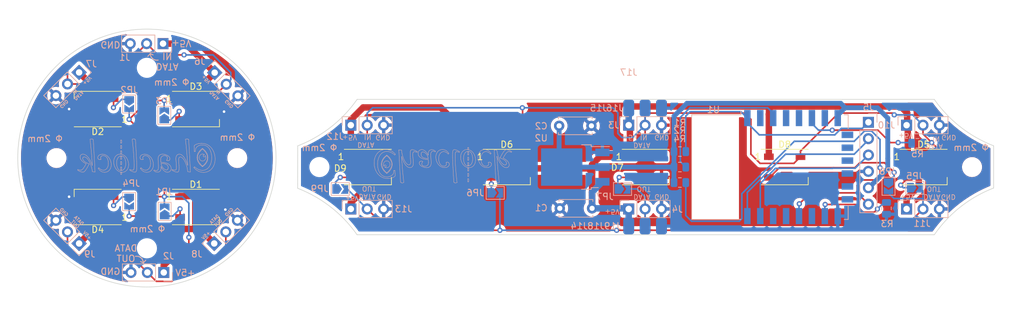
<source format=kicad_pcb>
(kicad_pcb (version 20211014) (generator pcbnew)
  (layers (0 "F.Cu" signal) (31 "B.Cu" signal) (34 "B.Paste" user) (35 "F.Paste" user) (36 "B.SilkS" user "B.Silkscreen") (37 "F.SilkS" user "F.Silkscreen") (38 "B.Mask" user) (39 "F.Mask" user) (44 "Edge.Cuts" user))
  (net 0 "")
  (net 1 "+5V")
  (net 2 "GND")
  (net 3 "+3.3V")
  (net 4 "+5VA")
  (net 5 "Net-(D1-Pad2)")
  (net 6 "/DATA_I")
  (net 7 "Net-(D2-Pad2)")
  (net 8 "Net-(D3-Pad2)")
  (net 9 "Net-(D4-Pad2)")
  (net 10 "Net-(D5-Pad2)")
  (net 11 "/DATA_IN")
  (net 12 "Net-(D6-Pad2)")
  (net 13 "Net-(D7-Pad2)")
  (net 14 "Net-(D8-Pad2)")
  (net 15 "Net-(D9-Pad2)")
  (net 16 "/DATA_O")
  (net 17 "/DATA_OUT")
  (net 18 "Net-(J5-Pad1)")
  (net 19 "Net-(J5-Pad2)")
  (net 20 "Net-(J5-Pad3)")
  (net 21 "Net-(J5-Pad6)")
  (net 22 "Net-(R2-Pad1)")
  (net 23 "Net-(R3-Pad1)")
  (net 27 "Net-(R5-Pad1)")
  (net 38 "GND1")
  (footprint "LED_SMD:LED_WS2812B_PLCC4_5.0x5.0mm_P3.2mm" (layer "F.Cu") (at 120.47 72.4)
    (fp_text reference "D9")
    (fp_text value "WS2812B")
  )
  (footprint "MountingHole:MountingHole_2.1mm" (layer "F.Cu") (at 86.25 85)
    (fp_text reference "Ф 2mm")
    (fp_text value "MountingHole_2.1mm")
  )
  (footprint "LED_SMD:LED_WS2812B_PLCC4_5.0x5.0mm_P3.2mm" (layer "F.Cu") (at 93.84 78.6)
    (fp_text reference "D1")
    (fp_text value "WS2812B")
  )
  (footprint "LED_SMD:LED_WS2812B_PLCC4_5.0x5.0mm_P3.2mm" (layer "F.Cu") (at 93.84 63.4)
    (fp_text reference "D3")
    (fp_text value "WS2812B")
  )
  (footprint "LED_SMD:LED_WS2812B_PLCC4_5.0x5.0mm_P3.2mm" (layer "F.Cu") (at 78.64 63.4 180)
    (fp_text reference "D2")
    (fp_text value "WS2812B")
  )
  (footprint "MountingHole:MountingHole_2.1mm" (layer "F.Cu") (at 100.25 71)
    (fp_text reference "Ф 2mm")
    (fp_text value "MountingHole_2.1mm")
  )
  (footprint "LED_SMD:LED_WS2812B_PLCC4_5.0x5.0mm_P3.2mm" (layer "F.Cu") (at 163.51 72.4)
    (fp_text reference "D7")
    (fp_text value "WS2812B")
  )
  (footprint "LED_SMD:LED_WS2812B_PLCC4_5.0x5.0mm_P3.2mm" (layer "F.Cu") (at 141.99 72.4)
    (fp_text reference "D6")
    (fp_text value "WS2812B")
  )
  (footprint "MountingHole:MountingHole_2.1mm" (layer "F.Cu") (at 86.25 57 180)
    (fp_text reference "Ф 2mm")
    (fp_text value "MountingHole_2.1mm")
  )
  (footprint "MountingHole:MountingHole_2.1mm" (layer "F.Cu") (at 112.97 72.4)
    (fp_text reference "Ф 2mm")
    (fp_text value "MountingHole_2.1mm")
  )
  (footprint "LED_SMD:LED_WS2812B_PLCC4_5.0x5.0mm_P3.2mm" (layer "F.Cu") (at 78.64 78.6 180)
    (fp_text reference "D4")
    (fp_text value "WS2812B")
  )
  (footprint "LED_SMD:LED_WS2812B_PLCC4_5.0x5.0mm_P3.2mm" (layer "F.Cu") (at 185.03 72.4)
    (fp_text reference "D8")
    (fp_text value "WS2812B")
  )
  (footprint "MountingHole:MountingHole_2.1mm" (layer "F.Cu") (at 214.05 72.4)
    (fp_text reference "Ф 2mm")
    (fp_text value "MountingHole_2.1mm")
  )
  (footprint "MountingHole:MountingHole_2.1mm" (layer "F.Cu") (at 72.25 71)
    (fp_text reference "Ф 2mm")
    (fp_text value "MountingHole_2.1mm")
  )
  (footprint "LED_SMD:LED_WS2812B_PLCC4_5.0x5.0mm_P3.2mm" (layer "F.Cu") (at 206.55 72.4)
    (fp_text reference "D5")
    (fp_text value "WS2812B")
  )
  (footprint "Jumper:SolderJumper-2_P1.3mm_Open_TrianglePad1.0x1.5mm" (layer "B.Cu") (at 83.5 77.75 -90)
    (fp_text reference "JP4")
    (fp_text value "Jumper_2_Open")
  )
  (footprint "My Library:Edge Solder pad" (layer "B.Cu") (at 163.4 63.25 180)
    (fp_text reference "J15")
    (fp_text value "Edge_Solder_pad")
  )
  (footprint "Connector_PinHeader_2.54mm:PinHeader_1x03_P2.54mm_Vertical" (layer "B.Cu") (at 117.835 65.9 -90)
    (fp_text reference "J12")
    (fp_text value "Conn_01x03_Male")
  )
  (footprint "My Library:Edge Solder pad" (layer "B.Cu") (at 165.795 81.55 180)
    (fp_text reference "J19")
    (fp_text value "Edge_Solder_pad")
  )
  (footprint "Jumper:SolderJumper-2_P1.3mm_Open_TrianglePad1.0x1.5mm" (layer "B.Cu") (at 201.1172 75.3734 -90)
    (fp_text reference "JP8")
    (fp_text value "Jumper_2_Open")
  )
  (footprint "My Library:Edge Solder pad" (layer "B.Cu") (at 160.875 63.25 180)
    (fp_text reference "J17")
    (fp_text value "Edge_Solder_pad")
  )
  (footprint "Jumper:SolderJumper-2_P1.3mm_Open_TrianglePad1.0x1.5mm" (layer "B.Cu") (at 88.946161 64.378511 90)
    (fp_text reference "JP3")
    (fp_text value "Jumper_2_Open")
  )
  (footprint "Capacitor_THT:C_Disc_D5.0mm_W2.5mm_P5.00mm" (layer "B.Cu") (at 155.2 78.8 180)
    (fp_text reference "C1")
    (fp_text value "10u")
  )
  (footprint "My Library:Edge Solder pad" (layer "B.Cu") (at 160.875 81.55 180)
    (fp_text reference "J14")
    (fp_text value "Edge_Solder_pad")
  )
  (footprint "My Library:Edge Solder pad" (layer "B.Cu") (at 165.8 63.25 180)
    (fp_text reference "J16")
    (fp_text value "Edge_Solder_pad")
  )
  (footprint "Capacitor_THT:C_Disc_D5.0mm_W2.5mm_P5.00mm" (layer "B.Cu") (at 150.1 66)
    (fp_text reference "C2")
    (fp_text value "10u")
  )
  (footprint "Connector_PinHeader_2.54mm:PinHeader_1x03_P2.54mm_Vertical" (layer "B.Cu") (at 203.915 65.9 -90)
    (fp_text reference "J10")
    (fp_text value "Conn_01x03_Male")
  )
  (footprint "Connector_PinHeader_2.54mm:PinHeader_1x03_P2.54mm_Vertical" (layer "B.Cu") (at 160.875 65.9 -90)
    (fp_text reference "J3")
    (fp_text value "Conn_01x03_Male")
  )
  (footprint "Jumper:SolderJumper-2_P1.3mm_Open_TrianglePad1.0x1.5mm" (layer "B.Cu") (at 83.509597 62.62411 -90)
    (fp_text reference "JP2")
    (fp_text value "Jumper_2_Open")
  )
  (footprint "Connector_PinHeader_2.54mm:PinHeader_1x03_P2.54mm_Vertical" (layer "B.Cu") (at 96.67911 84.25 -45)
    (fp_text reference "J8")
    (fp_text value "Conn_01x03_Male")
  )
  (footprint "RF_Module:ESP-12E" (layer "B.Cu") (at 182.75 72.4 -90)
    (fp_text reference "U1")
    (fp_text value "ESP-12E")
  )
  (footprint "Resistor_SMD:R_0805_2012Metric" (layer "B.Cu") (at 200.8 78.8 -90)
    (fp_text reference "R3")
    (fp_text value "10k")
  )
  (footprint "Connector_PinHeader_2.54mm:PinHeader_1x03_P2.54mm_Vertical" (layer "B.Cu") (at 203.915 78.9 -90)
    (fp_text reference "J11")
    (fp_text value "Conn_01x03_Male")
  )
  (footprint "Resistor_SMD:R_0805_2012Metric" (layer "B.Cu") (at 168.8 72.4 180)
    (fp_text reference "R2")
    (fp_text value "10k")
  )
  (footprint "Connector_PinHeader_2.54mm:PinHeader_1x03_P2.54mm_Vertical" (layer "B.Cu") (at 75.75 57.714555 135)
    (fp_text reference "J7")
    (fp_text value "Conn_01x03_Male")
  )
  (footprint "Jumper:SolderJumper-2_P1.3mm_Open_TrianglePad1.0x1.5mm" (layer "B.Cu") (at 205.2 75.6)
    (fp_text reference "JP5")
    (fp_text value "Jumper_2_Open")
  )
  (footprint "Jumper:SolderJumper-2_P1.3mm_Open_TrianglePad1.0x1.5mm" (layer "B.Cu") (at 89 79.275 90)
    (fp_text reference "JP1")
    (fp_text value "Jumper_2_Open")
  )
  (footprint "Connector_PinHeader_2.54mm:PinHeader_1x06_P2.54mm_Vertical" (layer "B.Cu") (at 198 65.45 180)
    (fp_text reference "J5")
    (fp_text value "Conn_01x06_Female")
  )
  (footprint "Jumper:SolderJumper-2_P1.3mm_Open_TrianglePad1.0x1.5mm" (layer "B.Cu") (at 159.9184 75.7936)
    (fp_text reference "JP7")
    (fp_text value "Jumper_2_Open")
  )
  (footprint "Jumper:SolderJumper-2_P1.3mm_Open_TrianglePad1.0x1.5mm" (layer "B.Cu") (at 116.2 75.8)
    (fp_text reference "JP9")
    (fp_text value "Jumper_2_Open")
  )
  (footprint "Connector_PinHeader_2.54mm:PinHeader_1x03_P2.54mm_Vertical" (layer "B.Cu") (at 96.75 57.75 -135)
    (fp_text reference "J6")
    (fp_text value "Conn_01x03_Male")
  )
  (footprint "Package_TO_SOT_SMD:TO-252-3_TabPin2" (layer "B.Cu") (at 152.6 72.4 180)
    (fp_text reference "U2")
    (fp_text value "LM1117-3.3")
  )
  (footprint "Resistor_SMD:R_0805_2012Metric" (layer "B.Cu") (at 168.8 70 180)
    (fp_text reference "R1")
    (fp_text value "10k")
  )
  (footprint "Jumper:SolderJumper-2_P1.3mm_Open_TrianglePad1.0x1.5mm" (layer "B.Cu") (at 140.2 76.4)
    (fp_text reference "JP6")
    (fp_text value "Jumper_2_Open")
  )
  (footprint "Connector_PinHeader_2.54mm:PinHeader_1x03_P2.54mm_Vertical" (layer "B.Cu") (at 88.864555 88.75 90)
    (fp_text reference "J2")
    (fp_text value "Conn_01x03_Male")
  )
  (footprint "My Library:Edge Solder pad" (layer "B.Cu") (at 163.6 81.55 180)
    (fp_text reference "J18")
    (fp_text value "Edge_Solder_pad")
  )
  (footprint "Connector_PinHeader_2.54mm:PinHeader_1x03_P2.54mm_Vertical" (layer "B.Cu") (at 160.875 78.9 -90)
    (fp_text reference "J4")
    (fp_text value "Conn_01x03_Male")
  )
  (footprint "Resistor_SMD:R_0805_2012Metric" (layer "B.Cu") (at 205.6 68.707)
    (fp_text reference "R5")
    (fp_text value "220E")
  )
  (footprint "Connector_PinHeader_2.54mm:PinHeader_1x03_P2.54mm_Vertical" (layer "B.Cu") (at 117.835 78.9 -90)
    (fp_text reference "J13")
    (fp_text value "Conn_01x03_Male")
  )
  (footprint "Resistor_SMD:R_0805_2012Metric" (layer "B.Cu") (at 168.8 74.8 180)
    (fp_text reference "R4")
    (fp_text value "10k")
  )
  (footprint "Connector_PinHeader_2.54mm:PinHeader_1x03_P2.54mm_Vertical" (layer "B.Cu") (at 75.75 84.25 45)
    (fp_text reference "J9")
    (fp_text value "Conn_01x03_Male")
  )
  (footprint "Connector_PinHeader_2.54mm:PinHeader_1x03_P2.54mm_Vertical" (layer "B.Cu") (at 88.75 53.25 90)
    (fp_text reference "J1")
    (fp_text value "Conn_01x03_Male")
  )
  (gr_curve (pts (xy 89.545493 72.47155) (xy 89.545493 72.52009) (xy 89.540515 72.566761) (xy 89.530558 72.611565)) (layer "B.SilkS") (width 0.05))
  (gr_curve (pts (xy 84.251102 72.594765) (xy 84.243635 72.655748) (xy 84.234302 72.704908) (xy 84.223102 72.742245)) (layer "B.SilkS") (width 0.05))
  (gr_curve (pts (xy 135.341698 71.535644) (xy 135.321784 71.447278) (xy 135.307473 71.358913) (xy 135.298763 71.270549)) (layer "B.SilkS") (width 0.05))
  (gr_curve (pts (xy 128.742393 71.477754) (xy 128.700078 71.477754) (xy 128.660252 71.483971) (xy 128.622915 71.496404)) (layer "B.SilkS") (width 0.05))
  (gr_curve (pts (xy 92.76393 68.81607) (xy 92.75273 68.60325) (xy 92.742151 68.399763) (xy 92.732195 68.20561)) (layer "B.SilkS") (width 0.05))
  (gr_curve (pts (xy 75.904456 70.83061) (xy 75.904456 70.93391) (xy 75.926858 71.034096) (xy 75.971662 71.13117)) (layer "B.SilkS") (width 0.05))
  (gr_curve (pts (xy 136.028695 69.943229) (xy 136.119548 69.943229) (xy 136.1992 69.962519) (xy 136.267651 70.001099)) (layer "B.SilkS") (width 0.05))
  (gr_curve (pts (xy 141.806577 71.221999) (xy 141.692077 71.142346) (xy 141.564509 71.068294) (xy 141.423874 70.999844)) (layer "B.SilkS") (width 0.05))
  (gr_curve (pts (xy 80.470755 72.843085) (xy 80.52676 72.768411) (xy 80.574054 72.688136) (xy 80.612635 72.60226)) (layer "B.SilkS") (width 0.05))
  (gr_line (start 136.008336 71.351674) (end 136.008336 71.351674) (layer "B.SilkS") (width 0.05))
  (gr_curve (pts (xy 91.22565 72.14291) (xy 91.216937 72.0197) (xy 91.208225 71.901466) (xy 91.199515 71.78821)) (layer "B.SilkS") (width 0.05))
  (gr_curve (pts (xy 89.398017 71.162895) (xy 89.375613 71.222631) (xy 89.343255 71.281125) (xy 89.300941 71.338375)) (layer "B.SilkS") (width 0.05))
  (gr_curve (pts (xy 128.942145 72.164769) (xy 128.904808 72.132403) (xy 128.877428 72.093821) (xy 128.860004 72.049024)) (layer "B.SilkS") (width 0.05))
  (gr_arc (start 88 55.8) (mid 87.153456 55.588658) (end 86.780197 54.800001) (layer "B.SilkS") (width 0.15))
  (gr_curve (pts (xy 136.807168 70.215784) (xy 136.732495 70.109994) (xy 136.645997 70.017274) (xy 136.547677 69.937624)) (layer "B.SilkS") (width 0.05))
  (gr_curve (pts (xy 137.97768 71.063309) (xy 137.97768 70.902763) (xy 137.998215 70.756528) (xy 138.039285 70.624604)) (layer "B.SilkS") (width 0.05))
  (gr_curve (pts (xy 132.894261 71.662544) (xy 132.856924 71.648844) (xy 132.815853 71.641994) (xy 132.771049 71.641994)) (layer "B.SilkS") (width 0.05))
  (gr_curve (pts (xy 141.810316 72.047169) (xy 141.781689 72.058369) (xy 141.750575 72.063969) (xy 141.716973 72.063969)) (layer "B.SilkS") (width 0.05))
  (gr_curve (pts (xy 96.585396 69.994275) (xy 96.506989 69.815055) (xy 96.40929 69.64766) (xy 96.292301 69.49209)) (layer "B.SilkS") (width 0.05))
  (gr_curve (pts (xy 125.621032 74.812159) (xy 125.647169 74.825859) (xy 125.676416 74.835809) (xy 125.708774 74.842009)) (layer "B.SilkS") (width 0.05))
  (gr_curve (pts (xy 77.868374 68.07686) (xy 77.842238 68.06316) (xy 77.81299 68.05321) (xy 77.780632 68.04701)) (layer "B.SilkS") (width 0.05))
  (gr_curve (pts (xy 89.200138 71.76223) (xy 89.083149 71.727383) (xy 88.959315 71.70187) (xy 88.828636 71.68569)) (layer "B.SilkS") (width 0.05))
  (gr_curve (pts (xy 136.086461 69.59876) (xy 136.086642 69.62096) (xy 136.0785 69.642322) (xy 136.063838 69.658117)) (layer "B.SilkS") (width 0.05))
  (gr_curve (pts (xy 77.63129 71.70801) (xy 77.570306 71.563643) (xy 77.5031 71.426741) (xy 77.42967 71.297305)) (layer "B.SilkS") (width 0.05))
  (gr_curve (pts (xy 125.357811 71.407029) (xy 125.370258 71.623583) (xy 125.382081 71.843871) (xy 125.393281 72.067894)) (layer "B.SilkS") (width 0.05))
  (gr_curve (pts (xy 123.993108 70.107479) (xy 124.096406 70.152286) (xy 124.200327 70.208293) (xy 124.304871 70.275499)) (layer "B.SilkS") (width 0.05))
  (gr_curve (pts (xy 81.579659 71.48772) (xy 81.592106 71.4006) (xy 81.612019 71.317213) (xy 81.639398 71.23756)) (layer "B.SilkS") (width 0.05))
  (gr_curve (pts (xy 82.201648 73.519963) (xy 82.186986 73.504168) (xy 82.178844 73.482806) (xy 82.179025 73.460606)) (layer "B.SilkS") (width 0.05))
  (gr_curve (pts (xy 139.443153 70.372579) (xy 139.45062 70.368846) (xy 139.459955 70.363246) (xy 139.471158 70.355779)) (layer "B.SilkS") (width 0.05))
  (gr_curve (pts (xy 140.169361 72.067829) (xy 140.181808 72.291849) (xy 140.194253 72.517738) (xy 140.206696 72.745494)) (layer "B.SilkS") (width 0.05))
  (gr_curve (pts (xy 139.527163 71.726014) (xy 139.499783 71.698648) (xy 139.466802 71.677491) (xy 139.428221 71.662544)) (layer "B.SilkS") (width 0.05))
  (gr_curve (pts (xy 89.502555 72.245655) (xy 89.531182 72.310371) (xy 89.545495 72.385666) (xy 89.545495 72.47154)) (layer "B.SilkS") (width 0.05))
  (gr_curve (pts (xy 139.181798 72.446619) (xy 139.270162 72.421719) (xy 139.346081 72.386249) (xy 139.409553 72.340209)) (layer "B.SilkS") (width 0.05))
  (gr_curve (pts (xy 79.087424 70.98181) (xy 79.087424 70.93327) (xy 79.096136 70.887843) (xy 79.113559 70.84553)) (layer "B.SilkS") (width 0.05))
  (gr_curve (pts (xy 75.938061 70.651395) (xy 75.915657 70.704908) (xy 75.904456 70.764646) (xy 75.904456 70.83061)) (layer "B.SilkS") (width 0.05))
  (gr_curve (pts (xy 141.679636 71.356424) (xy 141.769244 71.428611) (xy 141.838318 71.504529) (xy 141.886856 71.584179)) (layer "B.SilkS") (width 0.05))
  (gr_line (start 128.95708 71.530029) (end 128.964545 71.550579) (layer "B.SilkS") (width 0.05))
  (gr_curve (pts (xy 96.10002 71.974975) (xy 96.040281 72.120588) (xy 95.968097 72.251268) (xy 95.883466 72.367015)) (layer "B.SilkS") (width 0.05))
  (gr_curve (pts (xy 140.835816 71.591649) (xy 140.909245 71.722329) (xy 140.988275 71.842429) (xy 141.072905 71.951949)) (layer "B.SilkS") (width 0.05))
  (gr_curve (pts (xy 87.146595 72.60226) (xy 87.183932 72.51514) (xy 87.212557 72.424286) (xy 87.23247 72.3297)) (layer "B.SilkS") (width 0.05))
  (gr_curve (pts (xy 89.426015 70.59354) (xy 89.348852 70.551226) (xy 89.2692 70.515756) (xy 89.187059 70.48713)) (layer "B.SilkS") (width 0.05))
  (gr_curve (pts (xy 122.687048 72.552354) (xy 122.599493 72.357874) (xy 122.555277 72.156169) (xy 122.555277 71.951579)) (layer "B.SilkS") (width 0.05))
  (gr_line (start 123.410031 73.385384) (end 123.423881 73.376234) (layer "B.SilkS") (width 0.05))
  (gr_curve (pts (xy 141.716973 72.063969) (xy 141.638566 72.063969) (xy 141.557047 72.039701) (xy 141.472417 71.991164)) (layer "B.SilkS") (width 0.05))
  (gr_curve (pts (xy 92.644454 68.076795) (xy 92.618317 68.063095) (xy 92.58907 68.053145) (xy 92.556712 68.046945)) (layer "B.SilkS") (width 0.05))
  (gr_curve (pts (xy 86.642548 71.0229) (xy 86.683618 71.101306) (xy 86.717844 71.185315) (xy 86.745224 71.274925)) (layer "B.SilkS") (width 0.05))
  (gr_curve (pts (xy 82.335275 71.954989) (xy 82.335112 72.000827) (xy 82.30023 72.037942) (xy 82.25715 72.038115)) (layer "B.SilkS") (width 0.05))
  (gr_curve (pts (xy 134.84138 70.854244) (xy 134.84138 70.979944) (xy 134.854448 71.107513) (xy 134.880584 71.236949)) (layer "B.SilkS") (width 0.05))
  (gr_curve (pts (xy 79.755752 70.47219) (xy 79.63503 70.427386) (xy 79.506217 70.404985) (xy 79.369315 70.404985)) (layer "B.SilkS") (width 0.05))
  (gr_curve (pts (xy 82.312653 71.562088) (xy 82.327316 71.577885) (xy 82.335457 71.599248) (xy 82.335275 71.621449)) (layer "B.SilkS") (width 0.05))
  (gr_curve (pts (xy 140.820886 74.791554) (xy 140.792259 74.536421) (xy 140.766746 74.302444) (xy 140.744345 74.089624)) (layer "B.SilkS") (width 0.05))
  (gr_curve (pts (xy 131.374649 71.959384) (xy 131.454301 72.065174) (xy 131.54391 72.156651) (xy 131.643475 72.233814)) (layer "B.SilkS") (width 0.05))
  (gr_curve (pts (xy 92.407367 69.89324) (xy 92.421057 70.050053) (xy 92.434125 70.200645) (xy 92.446572 70.345015)) (layer "B.SilkS") (width 0.05))
  (gr_curve (pts (xy 89.480153 72.72731) (xy 89.456507 72.760913) (xy 89.427259 72.787671) (xy 89.392412 72.807585)) (layer "B.SilkS") (width 0.05))
  (gr_curve (pts (xy 127.161183 69.752879) (xy 127.122601 69.788973) (xy 127.093354 69.838133) (xy 127.073441 69.900359)) (layer "B.SilkS") (width 0.05))
  (gr_curve (pts (xy 135.930211 72.602715) (xy 135.930374 72.556878) (xy 135.965256 72.519763) (xy 136.008336 72.51959)) (layer "B.SilkS") (width 0.05))
  (gr_curve (pts (xy 82.179025 73.290194) (xy 82.178844 73.267994) (xy 82.186986 73.246632) (xy 82.201648 73.230837)) (layer "B.SilkS") (width 0.05))
  (gr_curve (pts (xy 94.248077 68.762125) (xy 94.108686 68.791991) (xy 93.988586 68.828706) (xy 93.887776 68.87227)) (layer "B.SilkS") (width 0.05))
  (gr_curve (pts (xy 92.358827 69.387325) (xy 92.37625 69.567785) (xy 92.39243 69.736423) (xy 92.407367 69.89324)) (layer "B.SilkS") (width 0.05))
  (gr_curve (pts (xy 125.559426 74.759884) (xy 125.575606 74.782284) (xy 125.596142 74.799709) (xy 125.621032 74.812159)) (layer "B.SilkS") (width 0.05))
  (gr_curve (pts (xy 94.673746 73.186565) (xy 94.800692 73.211465) (xy 94.927637 73.223915) (xy 95.054583 73.223915)) (layer "B.SilkS") (width 0.05))
  (gr_curve (pts (xy 135.952833 72.995617) (xy 135.93817 72.97982) (xy 135.930029 72.958457) (xy 135.930211 72.936256)) (layer "B.SilkS") (width 0.05))
  (gr_curve (pts (xy 129.175503 70.092569) (xy 129.235243 70.118703) (xy 129.293737 70.154796) (xy 129.350987 70.200849)) (layer "B.SilkS") (width 0.05))
  (gr_curve (pts (xy 123.686945 70.010404) (xy 123.787755 70.031571) (xy 123.889809 70.063929) (xy 123.993108 70.107479)) (layer "B.SilkS") (width 0.05))
  (gr_line (start 87.310878 72.93085) (end 87.365017 72.850575) (layer "B.SilkS") (width 0.05))
  (gr_curve (pts (xy 129.065348 71.126724) (xy 129.182337 71.161571) (xy 129.306171 71.187084) (xy 129.43685 71.203264)) (layer "B.SilkS") (width 0.05))
  (gr_curve (pts (xy 76.167683 70.42737) (xy 76.114166 70.44727) (xy 76.068118 70.476518) (xy 76.029536 70.515115)) (layer "B.SilkS") (width 0.05))
  (gr_curve (pts (xy 139.12579 71.698059) (xy 139.160638 71.766509) (xy 139.178062 71.836204) (xy 139.178062 71.907144)) (layer "B.SilkS") (width 0.05))
  (gr_curve (pts (xy 128.255137 70.275444) (xy 128.255137 70.384964) (xy 128.27505 70.484529) (xy 128.314876 70.574139)) (layer "B.SilkS") (width 0.05))
  (gr_curve (pts (xy 82.97793 71.85736) (xy 82.97793 71.94199) (xy 82.971707 72.027865) (xy 82.95926 72.114985)) (layer "B.SilkS") (width 0.05))
  (gr_curve (pts (xy 139.305009 71.641994) (xy 139.277629 71.641994) (xy 139.249004 71.644478) (xy 139.219134 71.649444)) (layer "B.SilkS") (width 0.05))
  (gr_line (start 82.335275 71.954989) (end 82.335275 71.621449) (layer "B.SilkS") (width 0.05))
  (gr_curve (pts (xy 85.356293 72.516375) (xy 85.348826 72.520108) (xy 85.339491 72.525708) (xy 85.328288 72.533175)) (layer "B.SilkS") (width 0.05))
  (gr_curve (pts (xy 88.117355 73.14556) (xy 88.185806 73.118193) (xy 88.244923 73.077745) (xy 88.294706 73.024215)) (layer "B.SilkS") (width 0.05))
  (gr_line (start 82.25715 70.702905) (end 82.25715 70.702905) (layer "B.SilkS") (width 0.05))
  (gr_line (start 125.270066 69.734334) (end 125.299936 69.732334) (layer "B.SilkS") (width 0.05))
  (gr_curve (pts (xy 89.433495 73.201565) (xy 89.519369 73.201565) (xy 89.597777 73.186631) (xy 89.668717 73.156765)) (layer "B.SilkS") (width 0.05))
  (gr_curve (pts (xy 84.118573 69.422995) (xy 84.139729 69.649505) (xy 84.159642 69.87726) (xy 84.178312 70.10626)) (layer "B.SilkS") (width 0.05))
  (gr_curve (pts (xy 94.870171 69.51332) (xy 94.879146 69.51882) (xy 95.082852 69.648855) (xy 95.289758 69.88957)) (layer "B.SilkS") (width 0.05))
  (gr_curve (pts (xy 138.509734 72.416764) (xy 138.630456 72.461568) (xy 138.759269 72.483969) (xy 138.896171 72.483969)) (layer "B.SilkS") (width 0.05))
  (gr_curve (pts (xy 88.940635 70.419925) (xy 88.85725 70.403758) (xy 88.780087 70.395675) (xy 88.709146 70.395675)) (layer "B.SilkS") (width 0.05))
  (gr_curve (pts (xy 88.038947 72.075835) (xy 88.045171 72.190335) (xy 88.048282 72.304213) (xy 88.048282 72.41747)) (layer "B.SilkS") (width 0.05))
  (gr_curve (pts (xy 82.440279 73.208955) (xy 82.599583 73.208955) (xy 82.740841 73.175351) (xy 82.864052 73.108145)) (layer "B.SilkS") (width 0.05))
  (gr_curve (pts (xy 127.105176 71.638394) (xy 127.105176 71.776541) (xy 127.078418 71.879839) (xy 127.024901 71.948289)) (layer "B.SilkS") (width 0.05))
  (gr_line (start 123.781959 72.912694) (end 123.781959 72.912694) (layer "B.SilkS") (width 0.05))
  (gr_curve (pts (xy 136.06384 71.326866) (xy 136.049177 71.342663) (xy 136.029202 71.351591) (xy 136.008336 71.351674)) (layer "B.SilkS") (width 0.05))
  (gr_line (start 136.008336 74.689175) (end 136.008336 74.689175) (layer "B.SilkS") (width 0.05))
  (gr_curve (pts (xy 132.617967 72.043424) (xy 132.601787 72.086984) (xy 132.576896 72.124944) (xy 132.543293 72.157304)) (layer "B.SilkS") (width 0.05))
  (gr_curve (pts (xy 77.192581 70.937005) (xy 77.10795 70.826238) (xy 77.019586 70.73103) (xy 76.927489 70.65138)) (layer "B.SilkS") (width 0.05))
  (gr_curve (pts (xy 132.011243 69.681854) (xy 131.901722 69.681854) (xy 131.800912 69.697404) (xy 131.708814 69.728504)) (layer "B.SilkS") (width 0.05))
  (gr_curve (pts (xy 82.201648 73.230837) (xy 82.21631 73.215041) (xy 82.236284 73.206114) (xy 82.25715 73.206031)) (layer "B.SilkS") (width 0.05))
  (gr_curve (pts (xy 93.960615 72.613455) (xy 93.854827 72.545005) (xy 93.749662 72.463486) (xy 93.645118 72.3689)) (layer "B.SilkS") (width 0.05))
  (gr_curve (pts (xy 83.424106 72.03471) (xy 83.424106 71.90901) (xy 83.411038 71.781441) (xy 83.384902 71.652005)) (layer "B.SilkS") (width 0.05))
  (gr_curve (pts (xy 84.48073 68.20577) (xy 84.479497 68.175903) (xy 84.470786 68.15039) (xy 84.454595 68.12923)) (layer "B.SilkS") (width 0.05))
  (gr_curve (pts (xy 140.682739 73.495964) (xy 140.665316 73.314258) (xy 140.649136 73.143753) (xy 140.634199 72.984449)) (layer "B.SilkS") (width 0.05))
  (gr_curve (pts (xy 125.725574 71.265149) (xy 125.715618 71.113313) (xy 125.704416 70.949653) (xy 125.691969 70.774169)) (layer "B.SilkS") (width 0.05))
  (gr_curve (pts (xy 138.054222 71.614029) (xy 138.028085 71.524423) (xy 138.008794 71.432326) (xy 137.99635 71.337739)) (layer "B.SilkS") (width 0.05))
  (gr_curve (pts (xy 133.082813 71.963104) (xy 133.082813 71.912078) (xy 133.074723 71.866651) (xy 133.058543 71.826824)) (layer "B.SilkS") (width 0.05))
  (gr_curve (pts (xy 90.783212 70.776435) (xy 90.753342 70.864798) (xy 90.738407 70.970586) (xy 90.738407 71.0938)) (layer "B.SilkS") (width 0.05))
  (gr_curve (pts (xy 137.538971 70.848614) (xy 137.538971 70.979294) (xy 137.553285 71.109973) (xy 137.581911 71.240649)) (layer "B.SilkS") (width 0.05))
  (gr_curve (pts (xy 140.242166 73.419424) (xy 140.254613 73.642201) (xy 140.266436 73.859999) (xy 140.277636 74.072819)) (layer "B.SilkS") (width 0.05))
  (gr_curve (pts (xy 131.505326 70.624604) (xy 131.547641 70.493924) (xy 131.604268 70.381913) (xy 131.675209 70.288569)) (layer "B.SilkS") (width 0.05))
  (gr_line (start 88.4478 72.33348) (end 88.4366 72.33348) (layer "B.SilkS") (width 0.05))
  (gr_curve (pts (xy 129.660883 70.576084) (xy 129.703199 70.652001) (xy 129.738046 70.731653) (xy 129.765427 70.815039)) (layer "B.SilkS") (width 0.05))
  (gr_curve (pts (xy 89.851668 73.033555) (xy 89.901451 72.981281) (xy 89.940654 72.919675) (xy 89.969279 72.848735)) (layer "B.SilkS") (width 0.05))
  (gr_line (start 135.287563 71.031594) (end 135.287563 71.031594) (layer "B.SilkS") (width 0.05))
  (gr_curve (pts (xy 77.631287 69.904505) (xy 77.64622 70.062565) (xy 77.65991 70.214401) (xy 77.672357 70.360015)) (layer "B.SilkS") (width 0.05))
  (gr_curve (pts (xy 123.02717 72.912694) (xy 123.198818 73.111504) (xy 123.357747 73.257434) (xy 123.404849 73.290379)) (layer "B.SilkS") (width 0.05))
  (gr_curve (pts (xy 133.69141 73.088899) (xy 133.702611 73.295496) (xy 133.713812 73.494626) (xy 133.725016 73.686289)) (layer "B.SilkS") (width 0.05))
  (gr_curve (pts (xy 95.157126 70.48194) (xy 95.146126 70.47844) (xy 95.136026 70.47369) (xy 95.124776 70.47369)) (layer "B.SilkS") (width 0.05))
  (gr_curve (pts (xy 93.564812 69.14856) (xy 93.564812 69.234436) (xy 93.567923 69.345825) (xy 93.574147 69.482725)) (layer "B.SilkS") (width 0.05))
  (gr_curve (pts (xy 89.523093 71.4112) (xy 89.565408 71.4112) (xy 89.605234 71.404983) (xy 89.642571 71.39255)) (layer "B.SilkS") (width 0.05))
  (gr_curve (pts (xy 136.008336 72.51959) (xy 136.051416 72.519763) (xy 136.086299 72.556878) (xy 136.086461 72.602715)) (layer "B.SilkS") (width 0.05))
  (gr_curve (pts (xy 124.717448 70.380054) (xy 124.59548 70.245641) (xy 124.472269 70.133008) (xy 124.347812 70.042154)) (layer "B.SilkS") (width 0.05))
  (gr_curve (pts (xy 128.839471 72.295414) (xy 128.916634 72.337728) (xy 128.996286 72.373198) (xy 129.078427 72.401824)) (layer "B.SilkS") (width 0.05))
  (gr_line (start 136.008336 70.517298) (end 136.008336 70.517298) (layer "B.SilkS") (width 0.05))
  (gr_line (start 82.179025 68.283947) (end 82.179025 68.617488) (layer "B.SilkS") (width 0.05))
  (gr_curve (pts (xy 79.75202 70.675665) (xy 79.829183 70.709268) (xy 79.897634 70.75594) (xy 79.957373 70.81568)) (layer "B.SilkS") (width 0.05))
  (gr_curve (pts (xy 81.818617 72.73104) (xy 81.76759 72.666323) (xy 81.725897 72.592271) (xy 81.693539 72.508885)) (layer "B.SilkS") (width 0.05))
  (gr_curve (pts (xy 83.172082 72.843055) (xy 83.254223 72.732288) (xy 83.317074 72.606586) (xy 83.360634 72.46595)) (layer "B.SilkS") (width 0.05))
  (gr_curve (pts (xy 140.559524 72.103299) (xy 140.549568 71.965153) (xy 140.539611 71.824516) (xy 140.529654 71.681389)) (layer "B.SilkS") (width 0.05))
  (gr_curve (pts (xy 91.23685 72.501345) (xy 91.23685 72.385601) (xy 91.233117 72.266123) (xy 91.22565 72.14291)) (layer "B.SilkS") (width 0.05))
  (gr_curve (pts (xy 130.116393 72.287924) (xy 130.174888 72.221964) (xy 130.217203 72.141691) (xy 130.243339 72.047104)) (layer "B.SilkS") (width 0.05))
  (gr_curve (pts (xy 139.219134 71.649444) (xy 139.190507 71.655678) (xy 139.161882 71.665011) (xy 139.133259 71.677444)) (layer "B.SilkS") (width 0.05))
  (gr_line (start 125.70317 70.772104) (end 125.691969 70.774169) (layer "B.SilkS") (width 0.05))
  (gr_curve (pts (xy 94.011682 70.914805) (xy 94.011682 70.71079) (xy 94.055882 70.509955) (xy 94.142008 70.3175)) (layer "B.SilkS") (width 0.05))
  (gr_curve (pts (xy 92.349491 72.02717) (xy 92.407985 72.195183) (xy 92.456523 72.371288) (xy 92.495105 72.555485)) (layer "B.SilkS") (width 0.05))
  (gr_curve (pts (xy 136.693292 70.902789) (xy 136.702005 70.989906) (xy 136.706362 71.070179) (xy 136.706362 71.143609)) (layer "B.SilkS") (width 0.05))
  (gr_curve (pts (xy 141.886856 71.584179) (xy 141.935394 71.663833) (xy 141.959663 71.745353) (xy 141.959663 71.828739)) (layer "B.SilkS") (width 0.05))
  (gr_curve (pts (xy 141.362272 71.152939) (xy 141.485484 71.216413) (xy 141.591272 71.284241) (xy 141.679636 71.356424)) (layer "B.SilkS") (width 0.05))
  (gr_curve (pts (xy 95.960003 72.953225) (xy 96.090682 72.866105) (xy 96.208916 72.760938) (xy 96.314703 72.637725)) (layer "B.SilkS") (width 0.05))
  (gr_curve (pts (xy 129.517136 70.365129) (xy 129.570653 70.429846) (xy 129.618568 70.500164) (xy 129.660883 70.576084)) (layer "B.SilkS") (width 0.05))
  (gr_curve (pts (xy 88.149093 70.60103) (xy 88.090598 70.66699) (xy 88.048283 70.747263) (xy 88.022147 70.84185)) (layer "B.SilkS") (width 0.05))
  (gr_curve (pts (xy 141.959663 71.828739) (xy 141.959663 71.863586) (xy 141.952818 71.895321) (xy 141.939128 71.923944)) (layer "B.SilkS") (width 0.05))
  (gr_curve (pts (xy 122.607904 73.630239) (xy 122.500872 73.539386) (xy 122.40753 73.431109) (xy 122.327877 73.305409)) (layer "B.SilkS") (width 0.05))
  (gr_curve (pts (xy 142.327425 72.237559) (xy 142.349829 72.184046) (xy 142.36103 72.124308) (xy 142.36103 72.058344)) (layer "B.SilkS") (width 0.05))
  (gr_curve (pts (xy 82.300262 70.66071) (xy 82.391115 70.66071) (xy 82.471389 70.680001) (xy 82.541085 70.718585)) (layer "B.SilkS") (width 0.05))
  (gr_curve (pts (xy 123.906491 71.972414) (xy 123.906491 72.266864) (xy 123.679071 72.505559) (xy 123.39906 72.505559)) (layer "B.SilkS") (width 0.05))
  (gr_curve (pts (xy 142.095938 70.057084) (xy 142.133275 70.034684) (xy 142.168123 70.019751) (xy 142.200481 70.012284)) (layer "B.SilkS") (width 0.05))
  (gr_curve (pts (xy 80.683575 71.648305) (xy 80.654948 71.516381) (xy 80.613255 71.390058) (xy 80.558496 71.269335)) (layer "B.SilkS") (width 0.05))
  (gr_curve (pts (xy 78.794328 72.533175) (xy 78.781881 72.539408) (xy 78.770679 72.546875) (xy 78.760723 72.555575)) (layer "B.SilkS") (width 0.05))
  (gr_curve (pts (xy 77.043227 71.108745) (xy 77.125368 71.200841) (xy 77.205642 71.313475) (xy 77.28405 71.446645)) (layer "B.SilkS") (width 0.05))
  (gr_curve (pts (xy 129.890505 72.441009) (xy 129.983847 72.406159) (xy 130.059143 72.355131) (xy 130.116393 72.287924)) (layer "B.SilkS") (width 0.05))
  (gr_curve (pts (xy 133.872496 74.811999) (xy 133.898633 74.825699) (xy 133.927258 74.835649) (xy 133.958372 74.841849)) (layer "B.SilkS") (width 0.05))
  (gr_curve (pts (xy 85.389893 70.548745) (xy 85.325175 70.593551) (xy 85.274771 70.648313) (xy 85.238678 70.71303)) (layer "B.SilkS") (width 0.05))
  (gr_curve (pts (xy 76.343166 70.39562) (xy 76.279694 70.39562) (xy 76.221199 70.406203) (xy 76.167683 70.42737)) (layer "B.SilkS") (width 0.05))
  (gr_curve (pts (xy 124.253804 71.974149) (xy 124.253804 72.178164) (xy 124.209604 72.378999) (xy 124.123478 72.571454)) (layer "B.SilkS") (width 0.05))
  (gr_curve (pts (xy 127.881785 70.036619) (xy 127.951481 70.055286) (xy 128.021798 70.080799) (xy 128.092739 70.113159)) (layer "B.SilkS") (width 0.05))
  (gr_curve (pts (xy 141.886856 71.998619) (xy 141.8657 72.019786) (xy 141.840186 72.035969) (xy 141.810316 72.047169)) (layer "B.SilkS") (width 0.05))
  (gr_curve (pts (xy 123.304866 72.243154) (xy 123.304866 72.148079) (xy 123.232047 72.070059) (xy 123.140732 72.070059)) (layer "B.SilkS") (width 0.05))
  (gr_curve (pts (xy 85.494437 71.24696) (xy 85.521817 71.24696) (xy 85.550442 71.244476) (xy 85.580312 71.23951)) (layer "B.SilkS") (width 0.05))
  (gr_curve (pts (xy 135.18488 71.953814) (xy 135.260799 72.060848) (xy 135.347918 72.154191) (xy 135.446239 72.233844)) (layer "B.SilkS") (width 0.05))
  (gr_curve (pts (xy 82.335275 70.286239) (xy 82.335112 70.332076) (xy 82.30023 70.369191) (xy 82.25715 70.369364)) (layer "B.SilkS") (width 0.05))
  (gr_curve (pts (xy 135.724401 72.170369) (xy 135.65595 72.131789) (xy 135.596211 72.080141) (xy 135.545184 72.015424)) (layer "B.SilkS") (width 0.05))
  (gr_curve (pts (xy 89.187059 70.48713) (xy 89.104918 70.457263) (xy 89.022777 70.434861) (xy 88.940635 70.419925)) (layer "B.SilkS") (width 0.05))
  (gr_curve (pts (xy 92.478307 70.765055) (xy 92.488263 70.901958) (xy 92.49822 71.04135) (xy 92.508177 71.18323)) (layer "B.SilkS") (width 0.05))
  (gr_curve (pts (xy 139.504763 70.333379) (xy 139.51472 70.324679) (xy 139.523432 70.315963) (xy 139.530898 70.307229)) (layer "B.SilkS") (width 0.05))
  (gr_curve (pts (xy 128.860004 72.049024) (xy 128.843824 72.005464) (xy 128.835734 71.958171) (xy 128.835734 71.907144)) (layer "B.SilkS") (width 0.05))
  (gr_line (start 133.002538 70.266179) (end 133.006288 70.273629) (layer "B.SilkS") (width 0.05))
  (gr_curve (pts (xy 84.631941 72.971825) (xy 84.651854 72.894661) (xy 84.664922 72.794475) (xy 84.671145 72.671265)) (layer "B.SilkS") (width 0.05))
  (gr_curve (pts (xy 135.446239 72.233844) (xy 135.544559 72.313494) (xy 135.654081 72.376344) (xy 135.774804 72.422394)) (layer "B.SilkS") (width 0.05))
  (gr_line (start 82.335275 73.460606) (end 82.335275 73.290194) (layer "B.SilkS") (width 0.05))
  (gr_curve (pts (xy 82.541085 70.718585) (xy 82.609536 70.757165) (xy 82.669275 70.808813) (xy 82.720302 70.87353)) (layer "B.SilkS") (width 0.05))
  (gr_curve (pts (xy 82.819247 70.65511) (xy 82.720927 70.57546) (xy 82.611405 70.51261) (xy 82.490682 70.46656)) (layer "B.SilkS") (width 0.05))
  (gr_curve (pts (xy 132.416348 72.235709) (xy 132.366565 72.255609) (xy 132.308071 72.265559) (xy 132.240864 72.265559)) (layer "B.SilkS") (width 0.05))
  (gr_curve (pts (xy 76.065005 72.87667) (xy 76.032645 72.882903) (xy 76.000286 72.88602) (xy 75.967929 72.88602)) (layer "B.SilkS") (width 0.05))
  (gr_curve (pts (xy 138.896171 72.483969) (xy 138.998225 72.483969) (xy 139.093434 72.471519) (xy 139.181798 72.446619)) (layer "B.SilkS") (width 0.05))
  (gr_curve (pts (xy 95.349544 68.816295) (xy 95.152903 68.750331) (xy 94.936349 68.71735) (xy 94.699882 68.71735)) (layer "B.SilkS") (width 0.05))
  (gr_curve (pts (xy 130.316147 70.066379) (xy 130.383353 69.976773) (xy 130.471095 69.931969) (xy 130.579372 69.931969)) (layer "B.SilkS") (width 0.05))
  (gr_curve (pts (xy 89.95061 72.314815) (xy 89.90954 72.225208) (xy 89.853534 72.144935) (xy 89.782594 72.073995)) (layer "B.SilkS") (width 0.05))
  (gr_curve (pts (xy 126.113881 71.332229) (xy 126.040451 71.187863) (xy 125.97449 71.031048) (xy 125.915995 70.861784)) (layer "B.SilkS") (width 0.05))
  (gr_curve (pts (xy 95.937609 69.583545) (xy 96.016016 69.708001) (xy 96.081356 69.84366) (xy 96.133627 69.99052)) (layer "B.SilkS") (width 0.05))
  (gr_curve (pts (xy 82.845381 71.095685) (xy 82.877741 71.179071) (xy 82.903877 71.264946) (xy 82.923788 71.35331)) (layer "B.SilkS") (width 0.05))
  (gr_curve (pts (xy 128.622915 71.496404) (xy 128.586822 71.510104) (xy 128.555086 71.529394) (xy 128.527706 71.554274)) (layer "B.SilkS") (width 0.05))
  (gr_curve (pts (xy 81.111083 71.571735) (xy 81.111083 71.697435) (xy 81.124152 71.825001) (xy 81.150288 71.954435)) (layer "B.SilkS") (width 0.05))
  (gr_curve (pts (xy 142.7456 70.014114) (xy 142.700796 69.978021) (xy 142.644168 69.941306) (xy 142.575717 69.903969)) (layer "B.SilkS") (width 0.05))
  (gr_line (start 85.691236 87.255515) (end 85.271433 87.055515) (layer "B.SilkS") (width 0.15))
  (gr_curve (pts (xy 91.59529 70.487095) (xy 91.484523 70.426111) (xy 91.378735 70.39562) (xy 91.277926 70.39562)) (layer "B.SilkS") (width 0.05))
  (gr_curve (pts (xy 84.226852 70.783925) (xy 84.240542 71.005455) (xy 84.251121 71.223253) (xy 84.258587 71.43732)) (layer "B.SilkS") (width 0.05))
  (gr_curve (pts (xy 129.631001 70.238109) (xy 129.561306 70.134813) (xy 129.484143 70.042093) (xy 129.399512 69.959949)) (layer "B.SilkS") (width 0.05))
  (gr_line (start 136.008336 72.186049) (end 136.008336 72.186049) (layer "B.SilkS") (width 0.05))
  (gr_curve (pts (xy 136.446869 70.157914) (xy 136.497896 70.222631) (xy 136.539589 70.296683) (xy 136.571947 70.380069)) (layer "B.SilkS") (width 0.05))
  (gr_curve (pts (xy 134.501629 69.905904) (xy 134.434422 69.868568) (xy 134.363482 69.834343) (xy 134.288808 69.803229)) (layer "B.SilkS") (width 0.05))
  (gr_curve (pts (xy 86.254243 73.2071) (xy 86.363764 73.2071) (xy 86.464574 73.19155) (xy 86.556672 73.16045)) (layer "B.SilkS") (width 0.05))
  (gr_curve (pts (xy 81.364974 70.765255) (xy 81.281589 70.874778) (xy 81.218738 70.999856) (xy 81.176423 71.14049)) (layer "B.SilkS") (width 0.05))
  (gr_curve (pts (xy 129.836355 71.229414) (xy 129.845068 71.307821) (xy 129.851913 71.383739) (xy 129.85689 71.457169)) (layer "B.SilkS") (width 0.05))
  (gr_line (start 135.930211 72.602715) (end 135.930211 72.936256) (layer "B.SilkS") (width 0.05))
  (gr_curve (pts (xy 134.215986 74.139894) (xy 134.19234 73.918361) (xy 134.169315 73.693716) (xy 134.146913 73.465959)) (layer "B.SilkS") (width 0.05))
  (gr_curve (pts (xy 94.699854 68.717325) (xy 94.536816 68.717325) (xy 94.386224 68.732258) (xy 94.248077 68.762125)) (layer "B.SilkS") (width 0.05))
  (gr_line (start 82.179025 72.455819) (end 82.179025 72.789365) (layer "B.SilkS") (width 0.05))
  (gr_curve (pts (xy 94.29291 73.067085) (xy 94.418611 73.123091) (xy 94.545556 73.162918) (xy 94.673746 73.186565)) (layer "B.SilkS") (width 0.05))
  (gr_curve (pts (xy 134.880584 71.236949) (xy 134.906721 71.366383) (xy 134.945302 71.491461) (xy 134.996329 71.612184)) (layer "B.SilkS") (width 0.05))
  (gr_curve (pts (xy 141.92232 72.493334) (xy 141.985792 72.493334) (xy 142.044287 72.482751) (xy 142.097803 72.461584)) (layer "B.SilkS") (width 0.05))
  (gr_curve (pts (xy 88.39925 71.18903) (xy 88.39925 71.09071) (xy 88.41543 71.005456) (xy 88.44779 70.93327)) (layer "B.SilkS") (width 0.05))
  (gr_curve (pts (xy 76.841612 71.88911) (xy 76.758227 72.042193) (xy 76.683553 72.173495) (xy 76.617591 72.283015)) (layer "B.SilkS") (width 0.05))
  (gr_curve (pts (xy 90.137277 72.87287) (xy 90.182082 72.90896) (xy 90.238709 72.945675) (xy 90.30716 72.983015)) (layer "B.SilkS") (width 0.05))
  (gr_curve (pts (xy 133.58687 70.671334) (xy 133.58687 70.736051) (xy 133.588737 70.828148) (xy 133.59247 70.947624)) (layer "B.SilkS") (width 0.05))
  (gr_curve (pts (xy 133.659676 72.476574) (xy 133.669632 72.679438) (xy 133.680211 72.883546) (xy 133.69141 73.088899)) (layer "B.SilkS") (width 0.05))
  (gr_curve (pts (xy 76.793069 70.89779) (xy 76.876455 70.94633) (xy 76.959841 71.016648) (xy 77.043227 71.108745)) (layer "B.SilkS") (width 0.05))
  (gr_curve (pts (xy 123.395315 73.375634) (xy 123.38634 73.370134) (xy 123.182634 73.240099) (xy 122.975728 72.999384)) (layer "B.SilkS") (width 0.05))
  (gr_curve (pts (xy 136.086461 73.770631) (xy 136.086643 73.792833) (xy 136.078502 73.814196) (xy 136.06384 73.829992)) (layer "B.SilkS") (width 0.05))
  (gr_curve (pts (xy 84.032683 72.87852) (xy 83.972944 72.87852) (xy 83.908849 72.869803) (xy 83.840398 72.85237)) (layer "B.SilkS") (width 0.05))
  (gr_curve (pts (xy 139.536498 70.266179) (xy 139.415776 70.070783) (xy 139.270784 69.924546) (xy 139.101523 69.827469)) (layer "B.SilkS") (width 0.05))
  (gr_curve (pts (xy 136.008336 74.689175) (xy 135.98747 74.689092) (xy 135.967495 74.680164) (xy 135.952833 74.664368)) (layer "B.SilkS") (width 0.05))
  (gr_curve (pts (xy 94.289184 69.07948) (xy 94.371325 69.042143) (xy 94.459067 69.01414) (xy 94.552409 68.99547)) (layer "B.SilkS") (width 0.05))
  (gr_curve (pts (xy 88.048282 72.41747) (xy 88.048282 72.596686) (xy 88.015301 72.731721) (xy 87.949339 72.822575)) (layer "B.SilkS") (width 0.05))
  (gr_curve (pts (xy 76.458909 71.666955) (xy 76.573409 71.746608) (xy 76.700977 71.82066) (xy 76.841612 71.88911)) (layer "B.SilkS") (width 0.05))
  (gr_curve (pts (xy 137.581911 71.240649) (xy 137.610538 71.372573) (xy 137.652231 71.498896) (xy 137.70699 71.619619)) (layer "B.SilkS") (width 0.05))
  (gr_curve (pts (xy 123.838552 73.010969) (xy 123.633961 73.245909) (xy 123.431975 73.371034) (xy 123.423881 73.376234)) (layer "B.SilkS") (width 0.05))
  (gr_curve (pts (xy 76.37863 71.304775) (xy 76.330092 71.225121) (xy 76.305823 71.143601) (xy 76.305823 71.060215)) (layer "B.SilkS") (width 0.05))
  (gr_curve (pts (xy 89.629501 70.73729) (xy 89.571007 70.683773) (xy 89.503178 70.635856) (xy 89.426015 70.59354)) (layer "B.SilkS") (width 0.05))
  (gr_curve (pts (xy 130.250809 71.145419) (xy 130.242095 71.038386) (xy 130.234005 70.927619) (xy 130.226539 70.813119)) (layer "B.SilkS") (width 0.05))
  (gr_curve (pts (xy 92.151605 71.556725) (xy 92.225035 71.701091) (xy 92.290996 71.857906) (xy 92.349491 72.02717)) (layer "B.SilkS") (width 0.05))
  (gr_curve (pts (xy 88.444054 71.81442) (xy 88.536151 71.816753) (xy 88.627627 71.82297) (xy 88.71848 71.83307)) (layer "B.SilkS") (width 0.05))
  (gr_curve (pts (xy 122.016114 72.435459) (xy 121.991224 72.273666) (xy 121.978779 72.110006) (xy 121.978779 71.944479)) (layer "B.SilkS") (width 0.05))
  (gr_curve (pts (xy 82.25715 70.702905) (xy 82.278016 70.702988) (xy 82.297991 70.711916) (xy 82.312653 70.727712)) (layer "B.SilkS") (width 0.05))
  (gr_curve (pts (xy 135.930211 70.099589) (xy 135.930374 70.053752) (xy 135.965256 70.016636) (xy 136.008336 70.016464)) (layer "B.SilkS") (width 0.05))
  (gr_curve (pts (xy 129.817696 71.955684) (xy 129.785336 72.027868) (xy 129.743021 72.086984) (xy 129.69075 72.133034)) (layer "B.SilkS") (width 0.05))
  (gr_line (start 82.179025 69.118323) (end 82.179025 69.451863) (layer "B.SilkS") (width 0.05))
  (gr_curve (pts (xy 125.770381 70.333469) (xy 125.7318 70.149273) (xy 125.707531 69.965078) (xy 125.697574 69.780884)) (layer "B.SilkS") (width 0.05))
  (gr_curve (pts (xy 88.44967 72.436155) (xy 88.44717 72.403788) (xy 88.442814 72.369563) (xy 88.4366 72.33348)) (layer "B.SilkS") (width 0.05))
  (gr_curve (pts (xy 140.953433 70.983054) (xy 141.10278 71.032838) (xy 141.23906 71.089466) (xy 141.362272 71.152939)) (layer "B.SilkS") (width 0.05))
  (gr_curve (pts (xy 78.738323 71.16294) (xy 78.765703 71.190306) (xy 78.798684 71.211463) (xy 78.837265 71.22641)) (layer "B.SilkS") (width 0.05))
  (gr_curve (pts (xy 129.399512 69.959949) (xy 129.316127 69.879053) (xy 129.226518 69.813713) (xy 129.130687 69.763929)) (layer "B.SilkS") (width 0.05))
  (gr_curve (pts (xy 76.029536 70.515115) (xy 75.98971 70.552451) (xy 75.959218 70.597878) (xy 75.938061 70.651395)) (layer "B.SilkS") (width 0.05))
  (gr_curve (pts (xy 84.307114 68.047105) (xy 84.274754 68.040871) (xy 84.242396 68.037755) (xy 84.210038 68.037755)) (layer "B.SilkS") (width 0.05))
  (gr_curve (pts (xy 77.956115 68.205675) (xy 77.954881 68.175808) (xy 77.94617 68.150295) (xy 77.92998 68.129135)) (layer "B.SilkS") (width 0.05))
  (gr_line (start 125.299936 69.732334) (end 125.697574 69.780884) (layer "B.SilkS") (width 0.05))
  (gr_curve (pts (xy 96.759013 71.71737) (xy 96.798839 71.535663) (xy 96.818752 71.344001) (xy 96.818752 71.142385)) (layer "B.SilkS") (width 0.05))
  (gr_curve (pts (xy 133.725016 73.686289) (xy 133.736216 73.879196) (xy 133.746794 74.060903) (xy 133.756751 74.231409)) (layer "B.SilkS") (width 0.05))
  (gr_curve (pts (xy 131.643475 72.233814) (xy 131.744285 72.312221) (xy 131.855051 72.373204) (xy 131.975774 72.416764)) (layer "B.SilkS") (width 0.05))
  (gr_curve (pts (xy 131.005011 70.848614) (xy 131.005011 70.979294) (xy 131.019325 71.109973) (xy 131.047951 71.240649)) (layer "B.SilkS") (width 0.05))
  (gr_curve (pts (xy 84.0495 68.74906) (xy 84.073146 68.970593) (xy 84.096171 69.195238) (xy 84.118573 69.422995)) (layer "B.SilkS") (width 0.05))
  (gr_line (start 82.335275 70.286239) (end 82.335275 69.952698) (layer "B.SilkS") (width 0.05))
  (gr_curve (pts (xy 122.686473 71.356014) (xy 122.755821 71.203724) (xy 122.852917 71.056934) (xy 122.974284 70.920254)) (layer "B.SilkS") (width 0.05))
  (gr_curve (pts (xy 121.504606 72.330894) (xy 121.544433 72.527534) (xy 121.602927 72.715463) (xy 121.68009 72.894679)) (layer "B.SilkS") (width 0.05))
  (gr_curve (pts (xy 132.569428 70.085084) (xy 132.686417 70.144824) (xy 132.799672 70.240656) (xy 132.909193 70.372579)) (layer "B.SilkS") (width 0.05))
  (gr_curve (pts (xy 127.450544 70.247539) (xy 127.459258 70.186556) (xy 127.472948 70.138018) (xy 127.491614 70.101924)) (layer "B.SilkS") (width 0.05))
  (gr_curve (pts (xy 87.310878 72.93085) (xy 87.394264 73.014236) (xy 87.485117 73.07771) (xy 87.583438 73.12127)) (layer "B.SilkS") (width 0.05))
  (gr_curve (pts (xy 82.490682 70.46656) (xy 82.36996 70.42051) (xy 82.238658 70.397485) (xy 82.096778 70.397485)) (layer "B.SilkS") (width 0.05))
  (gr_curve (pts (xy 82.312653 69.058962) (xy 82.327316 69.074758) (xy 82.335457 69.096121) (xy 82.335275 69.118323)) (layer "B.SilkS") (width 0.05))
  (gr_curve (pts (xy 140.634199 72.984449) (xy 140.619266 72.826389) (xy 140.605576 72.674553) (xy 140.593129 72.528939)) (layer "B.SilkS") (width 0.05))
  (gr_curve (pts (xy 122.66578 70.226979) (xy 122.771568 70.147326) (xy 122.885446 70.086343) (xy 123.007413 70.044029)) (layer "B.SilkS") (width 0.05))
  (gr_curve (pts (xy 140.981436 71.442309) (xy 140.903029 71.309143) (xy 140.830222 71.157929) (xy 140.763015 70.988669)) (layer "B.SilkS") (width 0.05))
  (gr_curve (pts (xy 82.179025 72.455819) (xy 82.178844 72.433619) (xy 82.186986 72.412257) (xy 82.201648 72.396461)) (layer "B.SilkS") (width 0.05))
  (gr_line (start 135.930211 69.428348) (end 135.930211 69.59876) (layer "B.SilkS") (width 0.05))
  (gr_curve (pts (xy 88.949972 70.619645) (xy 89.038336 70.619645) (xy 89.11301 70.628978) (xy 89.173993 70.647645)) (layer "B.SilkS") (width 0.05))
  (gr_curve (pts (xy 139.616773 71.963104) (xy 139.616773 71.912078) (xy 139.608683 71.866651) (xy 139.592503 71.826824)) (layer "B.SilkS") (width 0.05))
  (gr_curve (pts (xy 136.06384 72.161242) (xy 136.049177 72.177038) (xy 136.029202 72.185966) (xy 136.008336 72.186049)) (layer "B.SilkS") (width 0.05))
  (gr_curve (pts (xy 75.971662 71.13117) (xy 76.016467 71.228246) (xy 76.079939 71.32159) (xy 76.162081 71.4112)) (layer "B.SilkS") (width 0.05))
  (gr_curve (pts (xy 94.358995 70.91654) (xy 94.358995 70.62209) (xy 94.586415 70.383395) (xy 94.866426 70.383395)) (layer "B.SilkS") (width 0.05))
  (gr_curve (pts (xy 91.16031 71.25056) (xy 91.16031 71.112413) (xy 91.187068 71.009115) (xy 91.240585 70.940665)) (layer "B.SilkS") (width 0.05))
  (gr_curve (pts (xy 82.720302 70.87353) (xy 82.770084 70.93825) (xy 82.811777 71.012301) (xy 82.845381 71.095685)) (layer "B.SilkS") (width 0.05))
  (gr_curve (pts (xy 139.471158 70.355779) (xy 139.483605 70.349546) (xy 139.494807 70.342079) (xy 139.504763 70.333379)) (layer "B.SilkS") (width 0.05))
  (gr_line (start 82.25715 69.86853) (end 82.25715 69.86853) (layer "B.SilkS") (width 0.05))
  (gr_curve (pts (xy 135.774804 72.422394) (xy 135.895526 72.468444) (xy 136.026828 72.491469) (xy 136.168708 72.491469)) (layer "B.SilkS") (width 0.05))
  (gr_curve (pts (xy 86.28598 70.675665) (xy 86.363143 70.709268) (xy 86.431594 70.75594) (xy 86.491333 70.81568)) (layer "B.SilkS") (width 0.05))
  (gr_curve (pts (xy 125.708774 74.842009) (xy 125.741134 74.848243) (xy 125.774737 74.851359) (xy 125.809583 74.851359)) (layer "B.SilkS") (width 0.05))
  (gr_curve (pts (xy 90.30716 72.983015) (xy 90.375611 73.020351) (xy 90.447796 73.054576) (xy 90.523714 73.08569)) (layer "B.SilkS") (width 0.05))
  (gr_curve (pts (xy 128.596769 69.732189) (xy 128.525829 69.762056) (xy 128.464845 69.803126) (xy 128.413818 69.855399)) (layer "B.SilkS") (width 0.05))
  (gr_line (start 134.671512 70.016049) (end 134.636041 70.113124) (layer "B.SilkS") (width 0.05))
  (gr_curve (pts (xy 131.047951 71.240649) (xy 131.076578 71.372573) (xy 131.118271 71.498896) (xy 131.17303 71.619619)) (layer "B.SilkS") (width 0.05))
  (gr_curve (pts (xy 82.312653 68.224586) (xy 82.327316 68.240383) (xy 82.335457 68.261746) (xy 82.335275 68.283947)) (layer "B.SilkS") (width 0.05))
  (gr_curve (pts (xy 90.760807 71.46157) (xy 90.76703 71.539976) (xy 90.774497 71.62274) (xy 90.783207 71.70986)) (layer "B.SilkS") (width 0.05))
  (gr_curve (pts (xy 81.572194 71.986165) (xy 81.563481 71.899048) (xy 81.559124 71.818775) (xy 81.559124 71.745345)) (layer "B.SilkS") (width 0.05))
  (gr_curve (pts (xy 94.859767 72.2412) (xy 94.906857 72.21035) (xy 95.069558 72.09614) (xy 95.231671 71.907735)) (layer "B.SilkS") (width 0.05))
  (gr_curve (pts (xy 96.238167 71.497065) (xy 96.205807 71.670058) (xy 96.159758 71.829361) (xy 96.10002 71.974975)) (layer "B.SilkS") (width 0.05))
  (gr_curve (pts (xy 132.875593 72.340209) (xy 132.940311 72.295403) (xy 132.990715 72.240641) (xy 133.026808 72.175924)) (layer "B.SilkS") (width 0.05))
  (gr_curve (pts (xy 82.864052 73.108145) (xy 82.98602 73.040938) (xy 83.088696 72.952575) (xy 83.172082 72.843055)) (layer "B.SilkS") (width 0.05))
  (gr_curve (pts (xy 83.976678 73.085725) (xy 84.051351 73.116825) (xy 84.124781 73.141716) (xy 84.196965 73.1604)) (layer "B.SilkS") (width 0.05))
  (gr_curve (pts (xy 128.128209 70.016084) (xy 128.083404 69.979994) (xy 128.026777 69.943279) (xy 127.958326 69.905939)) (layer "B.SilkS") (width 0.05))
  (gr_curve (pts (xy 135.930211 69.428348) (xy 135.930031 69.406148) (xy 135.938172 69.384786) (xy 135.952835 69.368991)) (layer "B.SilkS") (width 0.05))
  (gr_line (start 92.99542 73.15462) (end 92.96555 73.15662) (layer "B.SilkS") (width 0.05))
  (gr_curve (pts (xy 93.546173 72.44355) (xy 93.53746 72.45475) (xy 93.533103 72.46595) (xy 93.533103 72.47715)) (layer "B.SilkS") (width 0.05))
  (gr_curve (pts (xy 81.997835 72.887855) (xy 81.928139 72.848028) (xy 81.8684 72.795756) (xy 81.818617 72.73104)) (layer "B.SilkS") (width 0.05))
  (gr_curve (pts (xy 91.929455 70.783925) (xy 91.817444 70.647021) (xy 91.706056 70.548078) (xy 91.59529 70.487095)) (layer "B.SilkS") (width 0.05))
  (gr_curve (pts (xy 122.890185 71.972414) (xy 122.890185 71.677079) (xy 123.117603 71.439264) (xy 123.39906 71.439264)) (layer "B.SilkS") (width 0.05))
  (gr_curve (pts (xy 79.505598 72.89161) (xy 79.392343 72.89161) (xy 79.277843 72.862363) (xy 79.162099 72.80387)) (layer "B.SilkS") (width 0.05))
  (gr_curve (pts (xy 121.973185 73.396864) (xy 122.091418 73.552434) (xy 122.228943 73.687469) (xy 122.385758 73.801969)) (layer "B.SilkS") (width 0.05))
  (gr_curve (pts (xy 138.759888 69.997344) (xy 138.873143 69.997344) (xy 138.987643 70.026591) (xy 139.103387 70.085084)) (layer "B.SilkS") (width 0.05))
  (gr_curve (pts (xy 137.992617 69.853584) (xy 137.917943 69.908344) (xy 137.851981 69.972439) (xy 137.794731 70.045869)) (layer "B.SilkS") (width 0.05))
  (gr_curve (pts (xy 85.722193 70.73165) (xy 85.755796 70.698046) (xy 85.798111 70.671911) (xy 85.849138 70.653245)) (layer "B.SilkS") (width 0.05))
  (gr_curve (pts (xy 90.803742 71.967485) (xy 90.809965 72.052115) (xy 90.815565 72.132388) (xy 90.820542 72.208305)) (layer "B.SilkS") (width 0.05))
  (gr_curve (pts (xy 132.362211 72.483969) (xy 132.464265 72.483969) (xy 132.559474 72.471519) (xy 132.647838 72.446619)) (layer "B.SilkS") (width 0.05))
  (gr_curve (pts (xy 76.169548 72.83187) (xy 76.132211 72.85427) (xy 76.097363 72.869203) (xy 76.065005 72.87667)) (layer "B.SilkS") (width 0.05))
  (gr_curve (pts (xy 136.626088 71.651394) (xy 136.598708 71.732291) (xy 136.564482 71.807586) (xy 136.523411 71.877279)) (layer "B.SilkS") (width 0.05))
  (gr_curve (pts (xy 123.565632 74.171629) (xy 123.72867 74.171629) (xy 123.879262 74.156696) (xy 124.017409 74.126829)) (layer "B.SilkS") (width 0.05))
  (gr_curve (pts (xy 84.63381 70.99857) (xy 84.625097 70.809396) (xy 84.615764 70.614) (xy 84.60581 70.41238)) (layer "B.SilkS") (width 0.05))
  (gr_line (start 135.930211 73.437091) (end 135.930211 73.770631) (layer "B.SilkS") (width 0.05))
  (gr_curve (pts (xy 134.996329 71.612184) (xy 135.047356 71.734151) (xy 135.110207 71.848028) (xy 135.18488 71.953814)) (layer "B.SilkS") (width 0.05))
  (gr_curve (pts (xy 78.760723 72.555575) (xy 78.750766 72.564275) (xy 78.742054 72.572991) (xy 78.734588 72.581725)) (layer "B.SilkS") (width 0.05))
  (gr_curve (pts (xy 88.374981 70.447945) (xy 88.281639 70.482795) (xy 88.206343 70.533823) (xy 88.149093 70.60103)) (layer "B.SilkS") (width 0.05))
  (gr_curve (pts (xy 142.297557 70.002934) (xy 142.362275 70.002934) (xy 142.429481 70.012884) (xy 142.499177 70.032784)) (layer "B.SilkS") (width 0.05))
  (gr_line (start 92.562316 72.11685) (end 92.573517 72.114785) (layer "B.SilkS") (width 0.05))
  (gr_curve (pts (xy 83.080606 70.93514) (xy 83.004687 70.828106) (xy 82.917568 70.734763) (xy 82.819247 70.65511)) (layer "B.SilkS") (width 0.05))
  (gr_curve (pts (xy 135.952835 69.368991) (xy 135.967497 69.353195) (xy 135.987471 69.344268) (xy 136.008336 69.344185)) (layer "B.SilkS") (width 0.05))
  (gr_curve (pts (xy 87.949339 72.822575) (xy 87.882133 72.912181) (xy 87.794391 72.956985) (xy 87.686114 72.956985)) (layer "B.SilkS") (width 0.05))
  (gr_curve (pts (xy 87.217535 71.648305) (xy 87.188908 71.516381) (xy 87.147215 71.390058) (xy 87.092456 71.269335)) (layer "B.SilkS") (width 0.05))
  (gr_curve (pts (xy 86.76016 72.26435) (xy 86.717845 72.39503) (xy 86.661218 72.507041) (xy 86.590277 72.600385)) (layer "B.SilkS") (width 0.05))
  (gr_curve (pts (xy 125.270066 69.734334) (xy 125.277533 69.881194) (xy 125.285623 70.042988) (xy 125.294336 70.219714)) (layer "B.SilkS") (width 0.05))
  (gr_curve (pts (xy 127.189179 72.452284) (xy 127.253897 72.426151) (xy 127.311147 72.385081) (xy 127.360929 72.329074)) (layer "B.SilkS") (width 0.05))
  (gr_curve (pts (xy 85.696058 72.80387) (xy 85.579069 72.74413) (xy 85.465814 72.648298) (xy 85.356293 72.516375)) (layer "B.SilkS") (width 0.05))
  (gr_line (start 123.140732 72.414804) (end 123.14071 72.415264) (layer "B.SilkS") (width 0.05))
  (gr_curve (pts (xy 92.539912 71.623805) (xy 92.549868 71.775641) (xy 92.56107 71.939301) (xy 92.573517 72.114785)) (layer "B.SilkS") (width 0.05))
  (gr_line (start 123.420126 70.561664) (end 123.406276 70.552514) (layer "B.SilkS") (width 0.05))
  (gr_curve (pts (xy 78.19507 72.669305) (xy 78.185113 72.491331) (xy 78.175156 72.30278) (xy 78.1652 72.10365)) (layer "B.SilkS") (width 0.05))
  (gr_curve (pts (xy 122.165466 70.913979) (xy 122.225205 70.768366) (xy 122.297389 70.637686) (xy 122.38202 70.521939)) (layer "B.SilkS") (width 0.05))
  (gr_curve (pts (xy 142.23595 72.373839) (xy 142.275776 72.336503) (xy 142.306268 72.291076) (xy 142.327425 72.237559)) (layer "B.SilkS") (width 0.05))
  (gr_curve (pts (xy 94.552409 68.99547) (xy 94.645752 68.97557) (xy 94.740961 68.96562) (xy 94.838037 68.96562)) (layer "B.SilkS") (width 0.05))
  (gr_line (start 82.335275 72.789365) (end 82.335275 72.455819) (layer "B.SilkS") (width 0.05))
  (gr_curve (pts (xy 123.713077 73.893484) (xy 123.619734 73.913384) (xy 123.524525 73.923334) (xy 123.427449 73.923334)) (layer "B.SilkS") (width 0.05))
  (gr_curve (pts (xy 129.061626 70.934529) (xy 128.99193 70.902163) (xy 128.931569 70.861714) (xy 128.880542 70.813184)) (layer "B.SilkS") (width 0.05))
  (gr_curve (pts (xy 82.179025 69.118323) (xy 82.178843 69.096121) (xy 82.186984 69.074758) (xy 82.201646 69.058962)) (layer "B.SilkS") (width 0.05))
  (gr_curve (pts (xy 122.38202 70.521939) (xy 122.46665 70.406196) (xy 122.561237 70.307876) (xy 122.66578 70.226979)) (layer "B.SilkS") (width 0.05))
  (gr_curve (pts (xy 130.226539 70.813119) (xy 130.220315 70.698619) (xy 130.217204 70.584741) (xy 130.217204 70.471484)) (layer "B.SilkS") (width 0.05))
  (gr_curve (pts (xy 134.087174 72.782694) (xy 134.068504 72.553694) (xy 134.052324 72.327806) (xy 134.038634 72.105029)) (layer "B.SilkS") (width 0.05))
  (gr_curve (pts (xy 136.706362 71.143609) (xy 136.706362 71.229486) (xy 136.699517 71.315361) (xy 136.685827 71.401234)) (layer "B.SilkS") (width 0.05))
  (gr_curve (pts (xy 76.45517 70.841785) (xy 76.483797 70.830585) (xy 76.514911 70.824985) (xy 76.548513 70.824985)) (layer "B.SilkS") (width 0.05))
  (gr_curve (pts (xy 94.838037 68.96562) (xy 95.004808 68.96562) (xy 95.156645 68.991756) (xy 95.293547 69.04403)) (layer "B.SilkS") (width 0.05))
  (gr_curve (pts (xy 130.682048 69.767684) (xy 130.583728 69.724124) (xy 130.480429 69.702344) (xy 130.372152 69.702344)) (layer "B.SilkS") (width 0.05))
  (gr_curve (pts (xy 90.58532 72.878485) (xy 90.520603 72.878485) (xy 90.453396 72.869768) (xy 90.383701 72.852335)) (layer "B.SilkS") (width 0.05))
  (gr_curve (pts (xy 130.372152 69.702344) (xy 130.291256 69.702344) (xy 130.216582 69.716028) (xy 130.148131 69.743394)) (layer "B.SilkS") (width 0.05))
  (gr_curve (pts (xy 136.379664 72.060229) (xy 136.324903 72.112503) (xy 136.262675 72.153574) (xy 136.19298 72.183444)) (layer "B.SilkS") (width 0.05))
  (gr_curve (pts (xy 140.593129 72.528939) (xy 140.581929 72.384569) (xy 140.570728 72.242689) (xy 140.559524 72.103299)) (layer "B.SilkS") (width 0.05))
  (gr_curve (pts (xy 81.674871 70.498295) (xy 81.551659 70.565501) (xy 81.44836 70.654488) (xy 81.364974 70.765255)) (layer "B.SilkS") (width 0.05))
  (gr_curve (pts (xy 132.567563 69.827469) (xy 132.398303 69.730393) (xy 132.212863 69.681854) (xy 132.011243 69.681854)) (layer "B.SilkS") (width 0.05))
  (gr_curve (pts (xy 121.68009 70.669399) (xy 121.605416 70.823726) (xy 121.547544 70.991121) (xy 121.506473 71.171584)) (layer "B.SilkS") (width 0.05))
  (gr_curve (pts (xy 76.58585 71.53253) (xy 76.496242 71.460343) (xy 76.427168 71.384425) (xy 76.37863 71.304775)) (layer "B.SilkS") (width 0.05))
  (gr_curve (pts (xy 79.139696 71.190895) (xy 79.104848 71.122445) (xy 79.087424 71.05275) (xy 79.087424 70.98181)) (layer "B.SilkS") (width 0.05))
  (gr_curve (pts (xy 124.700674 73.740394) (xy 124.700674 73.654518) (xy 124.697563 73.543129) (xy 124.691339 73.406229)) (layer "B.SilkS") (width 0.05))
  (gr_curve (pts (xy 127.958326 69.905939) (xy 127.889875 69.868603) (xy 127.81769 69.834378) (xy 127.741772 69.803264)) (layer "B.SilkS") (width 0.05))
  (gr_curve (pts (xy 88.865974 72.929005) (xy 88.949359 73.009901) (xy 89.038968 73.075241) (xy 89.134799 73.125025)) (layer "B.SilkS") (width 0.05))
  (gr_curve (pts (xy 127.461744 70.921469) (xy 127.455521 70.836839) (xy 127.449921 70.756566) (xy 127.444944 70.680649)) (layer "B.SilkS") (width 0.05))
  (gr_curve (pts (xy 123.420126 70.561664) (xy 123.429101 70.567164) (xy 123.630786 70.694304) (xy 123.836242 70.932119)) (layer "B.SilkS") (width 0.05))
  (gr_curve (pts (xy 89.771382 70.91464) (xy 89.735289 70.84992) (xy 89.687996 70.790803) (xy 89.629501 70.73729)) (layer "B.SilkS") (width 0.05))
  (gr_curve (pts (xy 124.347812 70.042154) (xy 124.223356 69.951301) (xy 124.098277 69.877873) (xy 123.972576 69.821869)) (layer "B.SilkS") (width 0.05))
  (gr_curve (pts (xy 82.201646 70.727712) (xy 82.216309 70.711916) (xy 82.236284 70.702988) (xy 82.25715 70.702905)) (layer "B.SilkS") (width 0.05))
  (gr_curve (pts (xy 131.923499 70.073884) (xy 132.018086 70.022858) (xy 132.118895 69.997344) (xy 132.225928 69.997344)) (layer "B.SilkS") (width 0.05))
  (gr_curve (pts (xy 79.490662 70.623395) (xy 79.587738 70.623395) (xy 79.674857 70.640818) (xy 79.75202 70.675665)) (layer "B.SilkS") (width 0.05))
  (gr_curve (pts (xy 135.952835 69.658117) (xy 135.938172 69.642322) (xy 135.930031 69.62096) (xy 135.930211 69.59876)) (layer "B.SilkS") (width 0.05))
  (gr_curve (pts (xy 79.720283 73.2071) (xy 79.829804 73.2071) (xy 79.930614 73.19155) (xy 80.022712 73.16045)) (layer "B.SilkS") (width 0.05))
  (gr_curve (pts (xy 135.952833 73.829992) (xy 135.93817 73.814196) (xy 135.930029 73.792833) (xy 135.930211 73.770631)) (layer "B.SilkS") (width 0.05))
  (gr_curve (pts (xy 86.622011 70.65514) (xy 86.521201 70.576733) (xy 86.410435 70.51575) (xy 86.289712 70.47219)) (layer "B.SilkS") (width 0.05))
  (gr_curve (pts (xy 92.872205 70.82106) (xy 92.859758 70.59704) (xy 92.847313 70.371151) (xy 92.83487 70.143395)) (layer "B.SilkS") (width 0.05))
  (gr_line (start 95.124754 70.47415) (end 95.124776 70.47369) (layer "B.SilkS") (width 0.05))
  (gr_curve (pts (xy 125.968265 74.091554) (xy 125.945862 73.879978) (xy 125.925327 73.683336) (xy 125.906659 73.501629)) (layer "B.SilkS") (width 0.05))
  (gr_curve (pts (xy 76.436507 72.55744) (xy 76.381746 72.63087) (xy 76.332586 72.689365) (xy 76.289026 72.732925)) (layer "B.SilkS") (width 0.05))
  (gr_curve (pts (xy 135.306226 70.773969) (xy 135.319916 70.686849) (xy 135.340451 70.602841) (xy 135.367832 70.521944)) (layer "B.SilkS") (width 0.05))
  (gr_curve (pts (xy 122.974284 70.920254) (xy 123.18032 70.687344) (xy 123.383466 70.565109) (xy 123.392426 70.560764)) (layer "B.SilkS") (width 0.05))
  (gr_curve (pts (xy 125.430616 72.745559) (xy 125.443063 72.973313) (xy 125.454886 73.197956) (xy 125.466086 73.419489)) (layer "B.SilkS") (width 0.05))
  (gr_curve (pts (xy 91.22938 72.77017) (xy 91.23436 72.686786) (xy 91.23685 72.597178) (xy 91.23685 72.501345)) (layer "B.SilkS") (width 0.05))
  (gr_curve (pts (xy 82.312651 73.230837) (xy 82.327314 73.246632) (xy 82.335455 73.267994) (xy 82.335275 73.290194)) (layer "B.SilkS") (width 0.05))
  (gr_curve (pts (xy 122.971939 73.844924) (xy 122.836282 73.793898) (xy 122.714937 73.722336) (xy 122.607904 73.630239)) (layer "B.SilkS") (width 0.05))
  (gr_curve (pts (xy 90.945621 73.190215) (xy 91.012828 73.190215) (xy 91.065722 73.172168) (xy 91.104303 73.136075)) (layer "B.SilkS") (width 0.05))
  (gr_line (start 77.789972 72.14672) (end 77.801172 72.14472) (layer "B.SilkS") (width 0.05))
  (gr_curve (pts (xy 80.287806 71.825645) (xy 80.287806 71.986191) (xy 80.267271 72.132426) (xy 80.226201 72.26435)) (layer "B.SilkS") (width 0.05))
  (gr_curve (pts (xy 92.22068 68.097335) (xy 92.249304 68.351225) (xy 92.274817 68.58458) (xy 92.297221 68.7974)) (layer "B.SilkS") (width 0.05))
  (gr_curve (pts (xy 94.105847 70.91512) (xy 94.105847 71.348865) (xy 94.309859 71.655745) (xy 94.483527 71.864385)) (layer "B.SilkS") (width 0.05))
  (gr_curve (pts (xy 92.455903 68.037595) (xy 92.381229 68.037595) (xy 92.302821 68.057508) (xy 92.22068 68.097335)) (layer "B.SilkS") (width 0.05))
  (gr_line (start 78.728988 72.622775) (end 78.725238 72.615325) (layer "B.SilkS") (width 0.05))
  (gr_curve (pts (xy 124.20219 73.671329) (xy 124.133739 73.726089) (xy 124.058443 73.772138) (xy 123.976302 73.809474)) (layer "B.SilkS") (width 0.05))
  (gr_curve (pts (xy 76.162081 71.4112) (xy 76.244222 71.500806) (xy 76.343165 71.586058) (xy 76.458909 71.666955)) (layer "B.SilkS") (width 0.05))
  (gr_curve (pts (xy 92.907675 71.481925) (xy 92.895228 71.265371) (xy 92.883405 71.045083) (xy 92.872205 70.82106)) (layer "B.SilkS") (width 0.05))
  (gr_curve (pts (xy 82.25715 68.700614) (xy 82.21407 68.700441) (xy 82.179187 68.663325) (xy 82.179025 68.617488)) (layer "B.SilkS") (width 0.05))
  (gr_curve (pts (xy 125.757309 71.705724) (xy 125.747353 71.565091) (xy 125.736774 71.418233) (xy 125.725574 71.265149)) (layer "B.SilkS") (width 0.05))
  (gr_curve (pts (xy 129.315514 72.269309) (xy 129.22715 72.269309) (xy 129.152476 72.259976) (xy 129.091493 72.241309)) (layer "B.SilkS") (width 0.05))
  (gr_line (start 82.335275 71.120614) (end 82.335275 70.787073) (layer "B.SilkS") (width 0.05))
  (gr_curve (pts (xy 140.100286 70.785304) (xy 140.111486 70.984434) (xy 140.122688 71.191654) (xy 140.133891 71.406964)) (layer "B.SilkS") (width 0.05))
  (gr_curve (pts (xy 94.483527 69.97626) (xy 94.309859 70.18229) (xy 94.105847 70.48051) (xy 94.105847 70.91512)) (layer "B.SilkS") (width 0.05))
  (gr_curve (pts (xy 137.089063 71.748464) (xy 137.132623 71.607828) (xy 137.154403 71.464079) (xy 137.154403 71.317219)) (layer "B.SilkS") (width 0.05))
  (gr_line (start 94.699882 68.71735) (end 94.699882 68.71735) (layer "B.SilkS") (width 0.05))
  (gr_curve (pts (xy 125.294336 70.219714) (xy 125.304293 70.397688) (xy 125.31425 70.586239) (xy 125.324206 70.785369)) (layer "B.SilkS") (width 0.05))
  (gr_line (start 85.262948 72.622775) (end 85.259198 72.615325) (layer "B.SilkS") (width 0.05))
  (gr_curve (pts (xy 124.508354 73.014199) (xy 124.50712 73.100076) (xy 124.497164 73.181594) (xy 124.478484 73.258754)) (layer "B.SilkS") (width 0.05))
  (gr_curve (pts (xy 140.744345 74.089624) (xy 140.721942 73.876804) (xy 140.701407 73.678918) (xy 140.682739 73.495964)) (layer "B.SilkS") (width 0.05))
  (gr_curve (pts (xy 89.782594 72.073995) (xy 89.71041 72.003055) (xy 89.624535 71.942071) (xy 89.52497 71.891045)) (layer "B.SilkS") (width 0.05))
  (gr_curve (pts (xy 124.123478 72.571454) (xy 124.05413 72.724604) (xy 123.958474 72.872559) (xy 123.838552 73.010969)) (layer "B.SilkS") (width 0.05))
  (gr_curve (pts (xy 83.763857 72.98305) (xy 83.831064 73.020386) (xy 83.902004 73.054611) (xy 83.976678 73.085725)) (layer "B.SilkS") (width 0.05))
  (gr_curve (pts (xy 129.813966 70.355719) (xy 129.813966 70.388086) (xy 129.814582 70.420446) (xy 129.815816 70.452799)) (layer "B.SilkS") (width 0.05))
  (gr_curve (pts (xy 84.258587 71.43732) (xy 84.266054 71.651383) (xy 84.269787 71.856736) (xy 84.269787 72.05338)) (layer "B.SilkS") (width 0.05))
  (gr_curve (pts (xy 125.858119 72.995714) (xy 125.844429 72.838901) (xy 125.831361 72.688309) (xy 125.818914 72.543939)) (layer "B.SilkS") (width 0.05))
  (gr_curve (pts (xy 82.923788 71.35331) (xy 82.943702 71.441676) (xy 82.958013 71.530041) (xy 82.966723 71.618405)) (layer "B.SilkS") (width 0.05))
  (gr_curve (pts (xy 130.954608 69.958104) (xy 130.871222 69.874718) (xy 130.780369 69.811244) (xy 130.682048 69.767684)) (layer "B.SilkS") (width 0.05))
  (gr_curve (pts (xy 136.168708 72.491469) (xy 136.328012 72.491469) (xy 136.468648 72.457866) (xy 136.590615 72.390659)) (layer "B.SilkS") (width 0.05))
  (gr_curve (pts (xy 138.513466 72.213289) (xy 138.436303 72.179686) (xy 138.367852 72.133014) (xy 138.308113 72.073274)) (layer "B.SilkS") (width 0.05))
  (gr_curve (pts (xy 141.472417 71.991164) (xy 141.389031 71.942624) (xy 141.305645 71.872306) (xy 141.222259 71.780209)) (layer "B.SilkS") (width 0.05))
  (gr_curve (pts (xy 140.309371 74.683279) (xy 140.310605 74.713146) (xy 140.319316 74.738659) (xy 140.335506 74.759819)) (layer "B.SilkS") (width 0.05))
  (gr_curve (pts (xy 137.154403 71.317219) (xy 137.154403 71.191519) (xy 137.141334 71.063953) (xy 137.115198 70.934519)) (layer "B.SilkS") (width 0.05))
  (gr_curve (pts (xy 136.008336 70.016464) (xy 136.051416 70.016636) (xy 136.086299 70.053752) (xy 136.086461 70.099589)) (layer "B.SilkS") (width 0.05))
  (gr_curve (pts (xy 122.982943 72.277854) (xy 122.925437 72.191764) (xy 122.890185 72.085684) (xy 122.890185 71.972414)) (layer "B.SilkS") (width 0.05))
  (gr_curve (pts (xy 82.796845 72.594765) (xy 82.755774 72.664458) (xy 82.707858 72.725441) (xy 82.653097 72.777715)) (layer "B.SilkS") (width 0.05))
  (gr_curve (pts (xy 141.623625 72.424259) (xy 141.721945 72.470309) (xy 141.82151 72.493334) (xy 141.92232 72.493334)) (layer "B.SilkS") (width 0.05))
  (gr_curve (pts (xy 135.930211 74.271466) (xy 135.930374 74.225629) (xy 135.965256 74.188513) (xy 136.008336 74.18834)) (layer "B.SilkS") (width 0.05))
  (gr_curve (pts (xy 82.312653 69.893337) (xy 82.327316 69.909134) (xy 82.335457 69.930497) (xy 82.335275 69.952698)) (layer "B.SilkS") (width 0.05))
  (gr_curve (pts (xy 129.5134 72.235709) (xy 129.447438 72.258109) (xy 129.381476 72.269309) (xy 129.315514 72.269309)) (layer "B.SilkS") (width 0.05))
  (gr_curve (pts (xy 85.617648 70.442335) (xy 85.529284 70.467235) (xy 85.453365 70.502705) (xy 85.389893 70.548745)) (layer "B.SilkS") (width 0.05))
  (gr_curve (pts (xy 127.360929 72.329074) (xy 127.411956 72.273068) (xy 127.452405 72.200883) (xy 127.482274 72.112519)) (layer "B.SilkS") (width 0.05))
  (gr_curve (pts (xy 134.425088 70.036584) (xy 134.494783 70.055251) (xy 134.565101 70.080764) (xy 134.636041 70.113124)) (layer "B.SilkS") (width 0.05))
  (gr_line (start 78.18947 73.156685) (end 77.812367 73.108135) (layer "B.SilkS") (width 0.05))
  (gr_curve (pts (xy 87.583438 73.12127) (xy 87.681758 73.16483) (xy 87.785057 73.18661) (xy 87.893334 73.18661)) (layer "B.SilkS") (width 0.05))
  (gr_line (start 140.475514 70.742234) (end 140.464314 70.744234) (layer "B.SilkS") (width 0.05))
  (gr_curve (pts (xy 132.240864 72.265559) (xy 132.143788 72.265559) (xy 132.056669 72.248136) (xy 131.979506 72.213289)) (layer "B.SilkS") (width 0.05))
  (gr_curve (pts (xy 132.685174 71.649444) (xy 132.656548 71.655678) (xy 132.627923 71.665011) (xy 132.599299 71.677444)) (layer "B.SilkS") (width 0.05))
  (gr_curve (pts (xy 82.312651 72.396461) (xy 82.327314 72.412257) (xy 82.335455 72.433619) (xy 82.335275 72.455819)) (layer "B.SilkS") (width 0.05))
  (gr_curve (pts (xy 122.327877 73.305409) (xy 122.24947 73.180953) (xy 122.18413 73.045294) (xy 122.131859 72.898434)) (layer "B.SilkS") (width 0.05))
  (gr_curve (pts (xy 90.747736 73.160365) (xy 90.82241 73.180265) (xy 90.888372 73.190215) (xy 90.945621 73.190215)) (layer "B.SilkS") (width 0.05))
  (gr_curve (pts (xy 92.732195 68.20561) (xy 92.730961 68.175743) (xy 92.72225 68.15023) (xy 92.70606 68.12907)) (layer "B.SilkS") (width 0.05))
  (gr_curve (pts (xy 93.574147 69.482725) (xy 93.58037 69.619628) (xy 93.58846 69.785156) (xy 93.598417 69.97931)) (layer "B.SilkS") (width 0.05))
  (gr_curve (pts (xy 139.592503 71.826824) (xy 139.57757 71.788244) (xy 139.55579 71.754641) (xy 139.527163 71.726014)) (layer "B.SilkS") (width 0.05))
  (gr_curve (pts (xy 136.008336 74.18834) (xy 136.051416 74.188513) (xy 136.086299 74.225629) (xy 136.086461 74.271466)) (layer "B.SilkS") (width 0.05))
  (gr_curve (pts (xy 129.001887 70.053369) (xy 129.057892 70.053369) (xy 129.115764 70.066436) (xy 129.175503 70.092569)) (layer "B.SilkS") (width 0.05))
  (gr_curve (pts (xy 93.650687 69.01228) (xy 93.593437 69.062063) (xy 93.564812 69.10749) (xy 93.564812 69.14856)) (layer "B.SilkS") (width 0.05))
  (gr_curve (pts (xy 141.263325 70.391234) (xy 141.171227 70.550541) (xy 141.065439 70.740338) (xy 140.945961 70.960624)) (layer "B.SilkS") (width 0.05))
  (gr_curve (pts (xy 92.83487 70.143395) (xy 92.822423 69.915641) (xy 92.8106 69.690998) (xy 92.7994 69.469465)) (layer "B.SilkS") (width 0.05))
  (gr_curve (pts (xy 125.501556 74.072884) (xy 125.512756 74.285704) (xy 125.523335 74.489191) (xy 125.533291 74.683344)) (layer "B.SilkS") (width 0.05))
  (gr_curve (pts (xy 136.267651 70.001099) (xy 136.337347 70.040926) (xy 136.397086 70.093198) (xy 136.446869 70.157914)) (layer "B.SilkS") (width 0.05))
  (gr_curve (pts (xy 84.266037 72.37074) (xy 84.262303 72.459106) (xy 84.257325 72.533781) (xy 84.251102 72.594765)) (layer "B.SilkS") (width 0.05))
  (gr_curve (pts (xy 128.734928 70.277389) (xy 128.746128 70.233829) (xy 128.762929 70.195248) (xy 128.785333 70.161644)) (layer "B.SilkS") (width 0.05))
  (gr_curve (pts (xy 78.096125 70.821125) (xy 78.083678 70.597105) (xy 78.071233 70.371216) (xy 78.05879 70.14346)) (layer "B.SilkS") (width 0.05))
  (gr_curve (pts (xy 93.917674 72.8468) (xy 94.04213 72.937653) (xy 94.167209 73.011081) (xy 94.29291 73.067085)) (layer "B.SilkS") (width 0.05))
  (gr_curve (pts (xy 136.547677 69.937624) (xy 136.449356 69.857971) (xy 136.339834 69.795119) (xy 136.219112 69.749069)) (layer "B.SilkS") (width 0.05))
  (gr_curve (pts (xy 82.335275 72.789365) (xy 82.335112 72.835202) (xy 82.30023 72.872318) (xy 82.25715 72.87249)) (layer "B.SilkS") (width 0.05))
  (gr_curve (pts (xy 79.163963 73.061485) (xy 79.333223 73.158561) (xy 79.518663 73.2071) (xy 79.720283 73.2071)) (layer "B.SilkS") (width 0.05))
  (gr_curve (pts (xy 87.992277 71.43364) (xy 87.998501 71.53196) (xy 88.005967 71.635258) (xy 88.014677 71.743535)) (layer "B.SilkS") (width 0.05))
  (gr_curve (pts (xy 76.927489 70.65138) (xy 76.835391 70.571726) (xy 76.740182 70.509498) (xy 76.641861 70.464695)) (layer "B.SilkS") (width 0.05))
  (gr_curve (pts (xy 89.73778 71.33468) (xy 89.763917 71.30978) (xy 89.785075 71.279288) (xy 89.801253 71.243205)) (layer "B.SilkS") (width 0.05))
  (gr_curve (pts (xy 131.44372 71.063309) (xy 131.44372 70.902763) (xy 131.464255 70.756528) (xy 131.505326 70.624604)) (layer "B.SilkS") (width 0.05))
  (gr_curve (pts (xy 88.977972 71.87602) (xy 89.058868 71.89592) (xy 89.134165 71.922055) (xy 89.20386 71.954425)) (layer "B.SilkS") (width 0.05))
  (gr_curve (pts (xy 133.631676 71.890384) (xy 133.640389 72.079558) (xy 133.649722 72.274954) (xy 133.659676 72.476574)) (layer "B.SilkS") (width 0.05))
  (gr_curve (pts (xy 129.765427 70.815039) (xy 129.794053 70.899669) (xy 129.812722 70.986168) (xy 129.821432 71.074534)) (layer "B.SilkS") (width 0.05))
  (gr_curve (pts (xy 88.41045 72.81886) (xy 88.43783 72.73672) (xy 88.45152 72.641511) (xy 88.45152 72.533235)) (layer "B.SilkS") (width 0.05))
  (gr_curve (pts (xy 126.336031 72.105029) (xy 126.448042 72.241933) (xy 126.55943 72.340876) (xy 126.670196 72.401859)) (layer "B.SilkS") (width 0.05))
  (gr_curve (pts (xy 87.893334 73.18661) (xy 87.97423 73.18661) (xy 88.048904 73.172926) (xy 88.117355 73.14556)) (layer "B.SilkS") (width 0.05))
  (gr_curve (pts (xy 137.794731 70.045869) (xy 137.738726 70.120543) (xy 137.691432 70.200818) (xy 137.652851 70.286694)) (layer "B.SilkS") (width 0.05))
  (gr_line (start 139.12579 71.698059) (end 139.133259 71.677444) (layer "B.SilkS") (width 0.05))
  (gr_line (start 129.866236 71.699924) (end 129.866225 71.699859) (layer "B.SilkS") (width 0.05))
  (gr_curve (pts (xy 123.976302 73.809474) (xy 123.894161 73.846811) (xy 123.806419 73.874814) (xy 123.713077 73.893484)) (layer "B.SilkS") (width 0.05))
  (gr_curve (pts (xy 123.59174 69.702389) (xy 123.464794 69.677489) (xy 123.337849 69.665039) (xy 123.210903 69.665039)) (layer "B.SilkS") (width 0.05))
  (gr_line (start 136.008336 73.020424) (end 136.008336 73.020424) (layer "B.SilkS") (width 0.05))
  (gr_curve (pts (xy 136.086461 70.433135) (xy 136.086642 70.455335) (xy 136.0785 70.476697) (xy 136.063838 70.492493)) (layer "B.SilkS") (width 0.05))
  (gr_curve (pts (xy 137.566976 70.559254) (xy 137.548306 70.655084) (xy 137.538971 70.751538) (xy 137.538971 70.848614)) (layer "B.SilkS") (width 0.05))
  (gr_curve (pts (xy 135.952833 74.664368) (xy 135.93817 74.648571) (xy 135.930029 74.627208) (xy 135.930211 74.605007)) (layer "B.SilkS") (width 0.05))
  (gr_curve (pts (xy 129.855036 70.070094) (xy 129.827656 70.152234) (xy 129.813966 70.247443) (xy 129.813966 70.355719)) (layer "B.SilkS") (width 0.05))
  (gr_curve (pts (xy 142.575717 69.903969) (xy 142.507266 69.866633) (xy 142.434459 69.832408) (xy 142.357296 69.801294)) (layer "B.SilkS") (width 0.05))
  (gr_curve (pts (xy 133.59247 70.947624) (xy 133.596204 71.068348) (xy 133.601182 71.208361) (xy 133.607406 71.367664)) (layer "B.SilkS") (width 0.05))
  (gr_curve (pts (xy 83.974826 68.097535) (xy 83.999716 68.309108) (xy 84.024607 68.526283) (xy 84.0495 68.74906)) (layer "B.SilkS") (width 0.05))
  (gr_curve (pts (xy 93.884078 69.406175) (xy 93.933861 69.335235) (xy 93.9936 69.272385) (xy 94.063296 69.217625)) (layer "B.SilkS") (width 0.05))
  (gr_curve (pts (xy 133.784756 74.683184) (xy 133.785989 74.713051) (xy 133.7947 74.738564) (xy 133.810891 74.759724)) (layer "B.SilkS") (width 0.05))
  (gr_curve (pts (xy 82.335275 68.617488) (xy 82.335112 68.663325) (xy 82.30023 68.700441) (xy 82.25715 68.700614)) (layer "B.SilkS") (width 0.05))
  (gr_curve (pts (xy 127.51775 69.728589) (xy 127.443076 69.708689) (xy 127.377114 69.698739) (xy 127.319865 69.698739)) (layer "B.SilkS") (width 0.05))
  (gr_curve (pts (xy 132.993204 71.726014) (xy 132.965824 71.698648) (xy 132.932843 71.677491) (xy 132.894261 71.662544)) (layer "B.SilkS") (width 0.05))
  (gr_curve (pts (xy 123.10836 72.407014) (xy 123.11936 72.410514) (xy 123.12946 72.415264) (xy 123.14071 72.415264)) (layer "B.SilkS") (width 0.05))
  (gr_curve (pts (xy 94.866426 71.44969) (xy 94.586705 71.44969) (xy 94.358995 71.211005) (xy 94.358995 70.91654)) (layer "B.SilkS") (width 0.05))
  (gr_curve (pts (xy 130.243339 72.047104) (xy 130.270719 71.952518) (xy 130.284409 71.845484) (xy 130.284409 71.726004)) (layer "B.SilkS") (width 0.05))
  (gr_curve (pts (xy 91.17338 71.478315) (xy 91.164667 71.383728) (xy 91.16031 71.30781) (xy 91.16031 71.25056)) (layer "B.SilkS") (width 0.05))
  (gr_curve (pts (xy 134.068521 69.728554) (xy 133.99758 69.708654) (xy 133.935974 69.698704) (xy 133.883703 69.698704)) (layer "B.SilkS") (width 0.05))
  (gr_curve (pts (xy 89.134799 73.125025) (xy 89.229386 73.176051) (xy 89.328951 73.201565) (xy 89.433495 73.201565)) (layer "B.SilkS") (width 0.05))
  (gr_curve (pts (xy 128.527706 71.554274) (xy 128.501569 71.579174) (xy 128.480411 71.609666) (xy 128.464233 71.645749)) (layer "B.SilkS") (width 0.05))
  (gr_curve (pts (xy 133.958372 74.841849) (xy 133.990732 74.848083) (xy 134.02309 74.851199) (xy 134.055448 74.851199)) (layer "B.SilkS") (width 0.05))
  (gr_line (start 83.974816 68.097495) (end 83.974816 68.097495) (layer "B.SilkS") (width 0.05))
  (gr_curve (pts (xy 124.653973 70.501404) (xy 124.667663 70.493938) (xy 124.680108 70.485221) (xy 124.691308 70.475254)) (layer "B.SilkS") (width 0.05))
  (gr_curve (pts (xy 141.931656 69.696769) (xy 141.864449 69.696769) (xy 141.797243 69.721661) (xy 141.730036 69.771444)) (layer "B.SilkS") (width 0.05))
  (gr_curve (pts (xy 83.269157 71.27677) (xy 83.21813 71.154803) (xy 83.155279 71.040926) (xy 83.080606 70.93514)) (layer "B.SilkS") (width 0.05))
  (gr_line (start 128.128209 70.016084) (end 128.092739 70.113159) (layer "B.SilkS") (width 0.05))
  (gr_curve (pts (xy 131.458657 69.853584) (xy 131.383983 69.908344) (xy 131.318021 69.972439) (xy 131.260771 70.045869)) (layer "B.SilkS") (width 0.05))
  (gr_curve (pts (xy 80.272869 73.03537) (xy 80.347543 72.98061) (xy 80.413505 72.916515) (xy 80.470755 72.843085)) (layer "B.SilkS") (width 0.05))
  (gr_curve (pts (xy 82.335275 73.460606) (xy 82.335455 73.482806) (xy 82.327314 73.504168) (xy 82.312651 73.519963)) (layer "B.SilkS") (width 0.05))
  (gr_curve (pts (xy 140.529654 71.681389) (xy 140.519698 71.538266) (xy 140.509119 71.390164) (xy 140.497919 71.237084)) (layer "B.SilkS") (width 0.05))
  (gr_curve (pts (xy 88.914499 72.688105) (xy 88.856005 72.642058) (xy 88.800621 72.587298) (xy 88.74835 72.523825)) (layer "B.SilkS") (width 0.05))
  (gr_curve (pts (xy 142.200481 70.012284) (xy 142.232841 70.006051) (xy 142.2652 70.002934) (xy 142.297557 70.002934)) (layer "B.SilkS") (width 0.05))
  (gr_curve (pts (xy 131.118891 70.286694) (xy 131.081554 70.373814) (xy 131.052929 70.464668) (xy 131.033016 70.559254)) (layer "B.SilkS") (width 0.05))
  (gr_curve (pts (xy 89.089983 72.796385) (xy 89.030243 72.770251) (xy 88.971749 72.734158) (xy 88.914499 72.688105)) (layer "B.SilkS") (width 0.05))
  (gr_line (start 129.817686 70.555474) (end 129.828886 70.555474) (layer "B.SilkS") (width 0.05))
  (gr_curve (pts (xy 128.95708 71.530029) (xy 128.88614 71.495179) (xy 128.814577 71.477754) (xy 128.742393 71.477754)) (layer "B.SilkS") (width 0.05))
  (gr_curve (pts (xy 78.837265 71.22641) (xy 78.874602 71.24011) (xy 78.915673 71.24696) (xy 78.960477 71.24696)) (layer "B.SilkS") (width 0.05))
  (gr_curve (pts (xy 135.952833 72.161242) (xy 135.93817 72.145445) (xy 135.930029 72.124082) (xy 135.930211 72.101881)) (layer "B.SilkS") (width 0.05))
  (gr_curve (pts (xy 126.044806 74.791619) (xy 126.016182 74.537729) (xy 125.990669 74.304374) (xy 125.968265 74.091554)) (layer "B.SilkS") (width 0.05))
  (gr_curve (pts (xy 123.781959 72.912694) (xy 123.955627 72.706664) (xy 124.159639 72.408444) (xy 124.159639 71.973834)) (layer "B.SilkS") (width 0.05))
  (gr_line (start 136.008336 73.8548) (end 136.008336 73.8548) (layer "B.SilkS") (width 0.05))
  (gr_curve (pts (xy 89.530558 72.611565) (xy 89.519358 72.655125) (xy 89.502557 72.693706) (xy 89.480153 72.72731)) (layer "B.SilkS") (width 0.05))
  (gr_curve (pts (xy 77.312053 71.9059) (xy 77.162706 71.856116) (xy 77.026426 71.799488) (xy 76.903214 71.736015)) (layer "B.SilkS") (width 0.05))
  (gr_curve (pts (xy 90.820542 72.208305) (xy 90.824275 72.284225) (xy 90.826142 72.349565) (xy 90.826142 72.404325)) (layer "B.SilkS") (width 0.05))
  (gr_curve (pts (xy 85.294683 72.555575) (xy 85.284726 72.564275) (xy 85.276014 72.572991) (xy 85.268548 72.581725)) (layer "B.SilkS") (width 0.05))
  (gr_curve (pts (xy 137.115198 70.934519) (xy 137.089061 70.805083) (xy 137.049857 70.679381) (xy 136.997587 70.557414)) (layer "B.SilkS") (width 0.05))
  (gr_curve (pts (xy 123.140732 72.070059) (xy 123.05086 72.070059) (xy 122.977173 72.147539) (xy 122.977173 72.243154)) (layer "B.SilkS") (width 0.05))
  (gr_curve (pts (xy 85.206943 71.06213) (xy 85.221876 71.10071) (xy 85.243656 71.134313) (xy 85.272282 71.16294)) (layer "B.SilkS") (width 0.05))
  (gr_curve (pts (xy 123.781959 71.024569) (xy 123.619844 70.831829) (xy 123.451951 70.680119) (xy 123.405719 70.647754)) (layer "B.SilkS") (width 0.05))
  (gr_curve (pts (xy 94.142008 70.3175) (xy 94.211356 70.16435) (xy 94.307012 70.016395) (xy 94.426934 69.877985)) (layer "B.SilkS") (width 0.05))
  (gr_curve (pts (xy 122.131859 72.898434) (xy 122.080831 72.751578) (xy 122.04225 72.597253) (xy 122.016114 72.435459)) (layer "B.SilkS") (width 0.05))
  (gr_curve (pts (xy 89.308406 71.358925) (xy 89.379346 71.393775) (xy 89.450909 71.4112) (xy 89.523093 71.4112)) (layer "B.SilkS") (width 0.05))
  (gr_curve (pts (xy 93.574178 72.4137) (xy 93.562978 72.4224) (xy 93.553643 72.43235) (xy 93.546173 72.44355)) (layer "B.SilkS") (width 0.05))
  (gr_curve (pts (xy 127.491614 70.101924) (xy 127.510284 70.067078) (xy 127.535176 70.042809) (xy 127.566288 70.029119)) (layer "B.SilkS") (width 0.05))
  (gr_curve (pts (xy 123.405719 70.647754) (xy 123.358629 70.678604) (xy 123.195928 70.792814) (xy 123.033815 70.981219)) (layer "B.SilkS") (width 0.05))
  (gr_curve (pts (xy 121.68009 72.894679) (xy 121.758497 73.073899) (xy 121.856196 73.241294) (xy 121.973185 73.396864)) (layer "B.SilkS") (width 0.05))
  (gr_curve (pts (xy 142.103405 71.477754) (xy 142.021264 71.388148) (xy 141.922321 71.302896) (xy 141.806577 71.221999)) (layer "B.SilkS") (width 0.05))
  (gr_curve (pts (xy 77.4446 68.0974) (xy 77.473227 68.352533) (xy 77.49874 68.58651) (xy 77.521141 68.79933)) (layer "B.SilkS") (width 0.05))
  (gr_curve (pts (xy 88.752086 70.653245) (xy 88.818048 70.630845) (xy 88.88401 70.619645) (xy 88.949972 70.619645)) (layer "B.SilkS") (width 0.05))
  (gr_curve (pts (xy 77.767567 71.65187) (xy 77.777523 71.804953) (xy 77.788725 71.969236) (xy 77.801172 72.14472)) (layer "B.SilkS") (width 0.05))
  (gr_curve (pts (xy 124.478484 73.258754) (xy 124.46106 73.337164) (xy 124.428702 73.411839) (xy 124.381408 73.482779)) (layer "B.SilkS") (width 0.05))
  (gr_curve (pts (xy 82.312653 70.727712) (xy 82.327316 70.743509) (xy 82.335457 70.764872) (xy 82.335275 70.787073)) (layer "B.SilkS") (width 0.05))
  (gr_curve (pts (xy 85.371225 71.22641) (xy 85.408562 71.24011) (xy 85.449633 71.24696) (xy 85.494437 71.24696)) (layer "B.SilkS") (width 0.05))
  (gr_curve (pts (xy 123.972576 69.821869) (xy 123.846875 69.765863) (xy 123.71993 69.726036) (xy 123.59174 69.702389)) (layer "B.SilkS") (width 0.05))
  (gr_line (start 135.930211 74.271466) (end 135.930211 74.605007) (layer "B.SilkS") (width 0.05))
  (gr_curve (pts (xy 129.078427 72.401824) (xy 129.160568 72.431691) (xy 129.242709 72.454093) (xy 129.324851 72.469029)) (layer "B.SilkS") (width 0.05))
  (gr_curve (pts (xy 82.179025 71.621449) (xy 82.178843 71.599248) (xy 82.186984 71.577885) (xy 82.201646 71.562088)) (layer "B.SilkS") (width 0.05))
  (gr_line (start 94.870171 69.51332) (end 94.855455 69.50357) (layer "B.SilkS") (width 0.05))
  (gr_curve (pts (xy 134.042384 70.146709) (xy 134.054831 70.109373) (xy 134.069766 70.080748) (xy 134.087189 70.060834)) (layer "B.SilkS") (width 0.05))
  (gr_curve (pts (xy 90.904557 70.55988) (xy 90.85353 70.615886) (xy 90.813081 70.688071) (xy 90.783212 70.776435)) (layer "B.SilkS") (width 0.05))
  (gr_curve (pts (xy 89.969279 72.848735) (xy 89.996659 72.776551) (xy 90.010349 72.698143) (xy 90.010349 72.61351)) (layer "B.SilkS") (width 0.05))
  (gr_curve (pts (xy 82.25715 73.544769) (xy 82.236284 73.544686) (xy 82.21631 73.535759) (xy 82.201648 73.519963)) (layer "B.SilkS") (width 0.05))
  (gr_curve (pts (xy 129.43685 71.203264) (xy 129.567529 71.220698) (xy 129.700697 71.229414) (xy 129.836355 71.229414)) (layer "B.SilkS") (width 0.05))
  (gr_curve (pts (xy 85.903275 70.404985) (xy 85.801221 70.404985) (xy 85.706012 70.417435) (xy 85.617648 70.442335)) (layer "B.SilkS") (width 0.05))
  (gr_curve (pts (xy 91.104303 73.136075) (xy 91.142885 73.099981) (xy 91.172132 73.050821) (xy 91.192045 72.988595)) (layer "B.SilkS") (width 0.05))
  (gr_curve (pts (xy 88.74835 72.523825) (xy 88.694833 72.459108) (xy 88.646918 72.38879) (xy 88.604603 72.31287)) (layer "B.SilkS") (width 0.05))
  (gr_line (start 135.930211 71.76834) (end 135.930211 72.101881) (layer "B.SilkS") (width 0.05))
  (gr_curve (pts (xy 133.723154 69.750979) (xy 133.684573 69.784583) (xy 133.654703 69.839966) (xy 133.633545 69.917129)) (layer "B.SilkS") (width 0.05))
  (gr_curve (pts (xy 141.828979 70.331514) (xy 141.88374 70.258084) (xy 141.9329 70.199589) (xy 141.97646 70.156029)) (layer "B.SilkS") (width 0.05))
  (gr_curve (pts (xy 140.484854 74.841944) (xy 140.517214 74.848178) (xy 140.550817 74.851294) (xy 140.585663 74.851294)) (layer "B.SilkS") (width 0.05))
  (gr_curve (pts (xy 135.612389 70.111239) (xy 135.668394 70.058969) (xy 135.730622 70.017899) (xy 135.799073 69.988029)) (layer "B.SilkS") (width 0.05))
  (gr_curve (pts (xy 126.007466 71.572979) (xy 126.115743 71.792023) (xy 126.225265 71.969373) (xy 126.336031 72.105029)) (layer "B.SilkS") (width 0.05))
  (gr_curve (pts (xy 128.867469 71.726059) (xy 128.889873 71.666323) (xy 128.922231 71.607829) (xy 128.964545 71.550579)) (layer "B.SilkS") (width 0.05))
  (gr_curve (pts (xy 134.014384 70.294189) (xy 134.021851 70.233206) (xy 134.031184 70.184046) (xy 134.042384 70.146709)) (layer "B.SilkS") (width 0.05))
  (gr_curve (pts (xy 124.691339 73.406229) (xy 124.685116 73.269326) (xy 124.677026 73.103798) (xy 124.667069 72.909644)) (layer "B.SilkS") (width 0.05))
  (gr_curve (pts (xy 124.304871 70.275499) (xy 124.410659 70.343949) (xy 124.515824 70.425468) (xy 124.620368 70.520054)) (layer "B.SilkS") (width 0.05))
  (gr_curve (pts (xy 80.612635 72.60226) (xy 80.649972 72.51514) (xy 80.678597 72.424286) (xy 80.69851 72.3297)) (layer "B.SilkS") (width 0.05))
  (gr_curve (pts (xy 125.393281 72.067894) (xy 125.405728 72.291914) (xy 125.418173 72.517803) (xy 125.430616 72.745559)) (layer "B.SilkS") (width 0.05))
  (gr_curve (pts (xy 82.25715 71.53728) (xy 82.278016 71.537363) (xy 82.297991 71.546291) (xy 82.312653 71.562088)) (layer "B.SilkS") (width 0.05))
  (gr_curve (pts (xy 128.464233 71.645749) (xy 128.449299 71.681843) (xy 128.441833 71.722291) (xy 128.441833 71.767094)) (layer "B.SilkS") (width 0.05))
  (gr_curve (pts (xy 85.272282 71.16294) (xy 85.299662 71.190306) (xy 85.332643 71.211463) (xy 85.371225 71.22641)) (layer "B.SilkS") (width 0.05))
  (gr_curve (pts (xy 84.39299 68.076955) (xy 84.366853 68.063255) (xy 84.338228 68.053305) (xy 84.307114 68.047105)) (layer "B.SilkS") (width 0.05))
  (gr_curve (pts (xy 89.429752 70.98181) (xy 89.429752 71.04155) (xy 89.419173 71.101911) (xy 89.398017 71.162895)) (layer "B.SilkS") (width 0.05))
  (gr_line (start 135.930211 70.099589) (end 135.930211 70.433135) (layer "B.SilkS") (width 0.05))
  (gr_curve (pts (xy 79.957373 70.81568) (xy 80.015868 70.87542) (xy 80.066273 70.944493) (xy 80.108588 71.0229)) (layer "B.SilkS") (width 0.05))
  (gr_curve (pts (xy 86.821766 71.825645) (xy 86.821766 71.986191) (xy 86.801231 72.132426) (xy 86.76016 72.26435)) (layer "B.SilkS") (width 0.05))
  (gr_curve (pts (xy 85.328288 72.533175) (xy 85.315841 72.539408) (xy 85.304639 72.546875) (xy 85.294683 72.555575)) (layer "B.SilkS") (width 0.05))
  (gr_curve (pts (xy 94.272378 72.781475) (xy 94.16908 72.736668) (xy 94.065159 72.680661) (xy 93.960615 72.613455)) (layer "B.SilkS") (width 0.05))
  (gr_curve (pts (xy 124.381408 73.482779) (xy 124.331625 73.553719) (xy 124.271886 73.616569) (xy 124.20219 73.671329)) (layer "B.SilkS") (width 0.05))
  (gr_curve (pts (xy 127.024901 71.948289) (xy 126.971385 72.017986) (xy 126.899201 72.052834) (xy 126.808347 72.052834)) (layer "B.SilkS") (width 0.05))
  (gr_curve (pts (xy 84.54047 69.202665) (xy 84.52927 69.009758) (xy 84.518692 68.828051) (xy 84.508735 68.657545)) (layer "B.SilkS") (width 0.05))
  (gr_curve (pts (xy 128.413818 69.855399) (xy 128.364035 69.907673) (xy 128.324832 69.969279) (xy 128.296207 70.040219)) (layer "B.SilkS") (width 0.05))
  (gr_curve (pts (xy 88.4478 72.33348) (xy 88.501316 72.440513) (xy 88.563544 72.546301) (xy 88.634485 72.650845)) (layer "B.SilkS") (width 0.05))
  (gr_curve (pts (xy 80.211264 71.274925) (xy 80.237401 71.364531) (xy 80.256692 71.456628) (xy 80.269136 71.551215)) (layer "B.SilkS") (width 0.05))
  (gr_curve (pts (xy 90.738407 71.0938) (xy 90.738407 71.131136) (xy 90.740895 71.182163) (xy 90.745872 71.24688)) (layer "B.SilkS") (width 0.05))
  (gr_curve (pts (xy 95.657582 69.258715) (xy 95.764614 69.349568) (xy 95.857956 69.457845) (xy 95.937609 69.583545)) (layer "B.SilkS") (width 0.05))
  (gr_curve (pts (xy 134.904852 70.423004) (xy 134.862537 70.563638) (xy 134.84138 70.707384) (xy 134.84138 70.854244)) (layer "B.SilkS") (width 0.05))
  (gr_curve (pts (xy 134.148795 70.019784) (xy 134.172442 70.013551) (xy 134.200444 70.010434) (xy 134.232803 70.010434)) (layer "B.SilkS") (width 0.05))
  (gr_line (start 89.308406 71.358925) (end 89.300941 71.338375) (layer "B.SilkS") (width 0.05))
  (gr_curve (pts (xy 77.679823 68.03766) (xy 77.605149 68.03766) (xy 77.526741 68.057573) (xy 77.4446 68.0974)) (layer "B.SilkS") (width 0.05))
  (gr_curve (pts (xy 137.99635 71.337739) (xy 137.983903 71.244396) (xy 137.97768 71.152919) (xy 137.97768 71.063309)) (layer "B.SilkS") (width 0.05))
  (gr_curve (pts (xy 95.291202 71.9687) (xy 95.085166 72.20161) (xy 94.88202 72.323845) (xy 94.87306 72.32819)) (layer "B.SilkS") (width 0.05))
  (gr_curve (pts (xy 123.427449 73.923334) (xy 123.260678 73.923334) (xy 123.108841 73.897198) (xy 122.971939 73.844924)) (layer "B.SilkS") (width 0.05))
  (gr_curve (pts (xy 140.070416 70.219649) (xy 140.080373 70.397623) (xy 140.09033 70.586174) (xy 140.100286 70.785304)) (layer "B.SilkS") (width 0.05))
  (gr_curve (pts (xy 96.314703 72.637725) (xy 96.420491 72.513268) (xy 96.510722 72.373878) (xy 96.585396 72.219555)) (layer "B.SilkS") (width 0.05))
  (gr_curve (pts (xy 93.787002 69.6302) (xy 93.804426 69.55179) (xy 93.836784 69.477115) (xy 93.884078 69.406175)) (layer "B.SilkS") (width 0.05))
  (gr_curve (pts (xy 81.885822 70.828725) (xy 81.940583 70.776451) (xy 82.002811 70.73538) (xy 82.072506 70.70551)) (layer "B.SilkS") (width 0.05))
  (gr_curve (pts (xy 122.729257 69.735979) (xy 122.577421 69.782029) (xy 122.436163 69.848613) (xy 122.305483 69.935729)) (layer "B.SilkS") (width 0.05))
  (gr_curve (pts (xy 83.593974 72.872905) (xy 83.638779 72.908995) (xy 83.695406 72.94571) (xy 83.763857 72.98305)) (layer "B.SilkS") (width 0.05))
  (gr_curve (pts (xy 92.562316 72.11685) (xy 92.466484 71.801976) (xy 92.365052 71.535018) (xy 92.25802 71.315975)) (layer "B.SilkS") (width 0.05))
  (gr_curve (pts (xy 133.058543 71.826824) (xy 133.04361 71.788244) (xy 133.02183 71.754641) (xy 132.993204 71.726014)) (layer "B.SilkS") (width 0.05))
  (gr_curve (pts (xy 139.409553 72.340209) (xy 139.474271 72.295403) (xy 139.524675 72.240641) (xy 139.560768 72.175924)) (layer "B.SilkS") (width 0.05))
  (gr_curve (pts (xy 131.033016 70.559254) (xy 131.014346 70.655084) (xy 131.005011 70.751538) (xy 131.005011 70.848614)) (layer "B.SilkS") (width 0.05))
  (gr_curve (pts (xy 89.173993 70.647645) (xy 89.234977 70.666311) (xy 89.284759 70.691825) (xy 89.323341 70.724185)) (layer "B.SilkS") (width 0.05))
  (gr_curve (pts (xy 90.814942 72.641415) (xy 90.806228 72.702398) (xy 90.792538 72.750936) (xy 90.773872 72.78703)) (layer "B.SilkS") (width 0.05))
  (gr_curve (pts (xy 136.008336 70.850839) (xy 136.051416 70.851012) (xy 136.086299 70.888127) (xy 136.086461 70.933965)) (layer "B.SilkS") (width 0.05))
  (gr_curve (pts (xy 95.293547 69.04403) (xy 95.429204 69.095056) (xy 95.550549 69.166618) (xy 95.657582 69.258715)) (layer "B.SilkS") (width 0.05))
  (gr_curve (pts (xy 136.008336 72.186049) (xy 135.98747 72.185966) (xy 135.967495 72.177038) (xy 135.952833 72.161242)) (layer "B.SilkS") (width 0.05))
  (gr_curve (pts (xy 130.284409 71.726004) (xy 130.284409 71.643864) (xy 130.280675 71.553634) (xy 130.273209 71.455314)) (layer "B.SilkS") (width 0.05))
  (gr_curve (pts (xy 91.192045 72.988595) (xy 91.210715 72.926365) (xy 91.22316 72.853556) (xy 91.22938 72.77017)) (layer "B.SilkS") (width 0.05))
  (gr_curve (pts (xy 91.457139 70.83612) (xy 91.528079 70.83612) (xy 91.603997 70.866611) (xy 91.684894 70.927595)) (layer "B.SilkS") (width 0.05))
  (gr_curve (pts (xy 92.446572 70.345015) (xy 92.457772 70.488138) (xy 92.46835 70.628151) (xy 92.478307 70.765055)) (layer "B.SilkS") (width 0.05))
  (gr_curve (pts (xy 85.647519 70.84553) (xy 85.663699 70.80197) (xy 85.68859 70.76401) (xy 85.722193 70.73165)) (layer "B.SilkS") (width 0.05))
  (gr_curve (pts (xy 85.849138 70.653245) (xy 85.898921 70.633345) (xy 85.957415 70.623395) (xy 86.024622 70.623395)) (layer "B.SilkS") (width 0.05))
  (gr_curve (pts (xy 127.444944 70.680649) (xy 127.441211 70.604729) (xy 127.439344 70.539389) (xy 127.439344 70.484629)) (layer "B.SilkS") (width 0.05))
  (gr_curve (pts (xy 90.773872 72.78703) (xy 90.755202 72.821876) (xy 90.73031 72.846145) (xy 90.699198 72.859835)) (layer "B.SilkS") (width 0.05))
  (gr_curve (pts (xy 128.635985 72.151664) (xy 128.694479 72.205181) (xy 128.762308 72.253098) (xy 128.839471 72.295414)) (layer "B.SilkS") (width 0.05))
  (gr_curve (pts (xy 140.475514 70.742234) (xy 140.520319 70.890338) (xy 140.573213 71.036574) (xy 140.634196 71.180944)) (layer "B.SilkS") (width 0.05))
  (gr_curve (pts (xy 84.542332 73.137975) (xy 84.580913 73.104371) (xy 84.610783 73.048988) (xy 84.631941 72.971825)) (layer "B.SilkS") (width 0.05))
  (gr_curve (pts (xy 77.502471 71.900285) (xy 77.569677 72.069548) (xy 77.630038 72.255611) (xy 77.683555 72.458475)) (layer "B.SilkS") (width 0.05))
  (gr_curve (pts (xy 140.397112 74.812094) (xy 140.423248 74.825794) (xy 140.452496 74.835744) (xy 140.484854 74.841944)) (layer "B.SilkS") (width 0.05))
  (gr_curve (pts (xy 90.010349 72.61351) (xy 90.010349 72.50399) (xy 89.990436 72.404425) (xy 89.95061 72.314815)) (layer "B.SilkS") (width 0.05))
  (gr_curve (pts (xy 94.869769 72.9084) (xy 94.775182 72.9084) (xy 94.678106 72.89845) (xy 94.578541 72.87855)) (layer "B.SilkS") (width 0.05))
  (gr_curve (pts (xy 89.20386 71.954425) (xy 89.273556 71.986791) (xy 89.333917 72.02724) (xy 89.384944 72.07577)) (layer "B.SilkS") (width 0.05))
  (gr_curve (pts (xy 80.108588 71.0229) (xy 80.149658 71.101306) (xy 80.183884 71.185315) (xy 80.211264 71.274925)) (layer "B.SilkS") (width 0.05))
  (gr_curve (pts (xy 78.822333 72.516375) (xy 78.814866 72.520108) (xy 78.805531 72.525708) (xy 78.794328 72.533175)) (layer "B.SilkS") (width 0.05))
  (gr_curve (pts (xy 96.133627 69.99052) (xy 96.184655 70.137376) (xy 96.223236 70.291701) (xy 96.249372 70.453495)) (layer "B.SilkS") (width 0.05))
  (gr_curve (pts (xy 127.741772 69.803264) (xy 127.667098 69.772164) (xy 127.592424 69.747273) (xy 127.51775 69.728589)) (layer "B.SilkS") (width 0.05))
  (gr_curve (pts (xy 129.85689 71.457169) (xy 129.863113 71.530599) (xy 129.866225 71.611496) (xy 129.866225 71.699859)) (layer "B.SilkS") (width 0.05))
  (gr_curve (pts (xy 93.645118 72.3689) (xy 93.635162 72.373866) (xy 93.62396 72.380083) (xy 93.611513 72.38755)) (layer "B.SilkS") (width 0.05))
  (gr_curve (pts (xy 139.151927 72.043424) (xy 139.135747 72.086984) (xy 139.110856 72.124944) (xy 139.077253 72.157304)) (layer "B.SilkS") (width 0.05))
  (gr_curve (pts (xy 136.008336 73.353965) (xy 136.051416 73.354138) (xy 136.086299 73.391253) (xy 136.086461 73.437091)) (layer "B.SilkS") (width 0.05))
  (gr_curve (pts (xy 82.897654 72.36701) (xy 82.870274 72.447906) (xy 82.836671 72.523825) (xy 82.796845 72.594765)) (layer "B.SilkS") (width 0.05))
  (gr_curve (pts (xy 124.732383 70.411804) (xy 124.732383 70.404338) (xy 124.727404 70.393754) (xy 124.717448 70.380054)) (layer "B.SilkS") (width 0.05))
  (gr_curve (pts (xy 92.97115 72.66924) (xy 92.961193 72.491266) (xy 92.951236 72.302715) (xy 92.94128 72.103585)) (layer "B.SilkS") (width 0.05))
  (gr_curve (pts (xy 126.580592 71.961359) (xy 126.50094 71.900376) (xy 126.421288 71.816368) (xy 126.341636 71.709334)) (layer "B.SilkS") (width 0.05))
  (gr_curve (pts (xy 136.900512 72.123699) (xy 136.983897 72.014176) (xy 137.046748 71.889098) (xy 137.089063 71.748464)) (layer "B.SilkS") (width 0.05))
  (gr_curve (pts (xy 87.981077 71.16295) (xy 87.981077 71.24509) (xy 87.984811 71.33532) (xy 87.992277 71.43364)) (layer "B.SilkS") (width 0.05))
  (gr_curve (pts (xy 134.671512 70.016049) (xy 134.626707 69.979959) (xy 134.57008 69.943244) (xy 134.501629 69.905904)) (layer "B.SilkS") (width 0.05))
  (gr_curve (pts (xy 79.369315 70.404985) (xy 79.267261 70.404985) (xy 79.172052 70.417435) (xy 79.083688 70.442335)) (layer "B.SilkS") (width 0.05))
  (gr_curve (pts (xy 130.217204 70.471484) (xy 130.217204 70.292268) (xy 130.250185 70.157233) (xy 130.316147 70.066379)) (layer "B.SilkS") (width 0.05))
  (gr_curve (pts (xy 81.559124 71.745345) (xy 81.559124 71.659468) (xy 81.565969 71.573593) (xy 81.579659 71.48772)) (layer "B.SilkS") (width 0.05))
  (gr_curve (pts (xy 94.578541 72.87855) (xy 94.477731 72.857383) (xy 94.375677 72.825025) (xy 94.272378 72.781475)) (layer "B.SilkS") (width 0.05))
  (gr_line (start 123.565604 74.171604) (end 123.565604 74.171604) (layer "B.SilkS") (width 0.05))
  (gr_curve (pts (xy 96.286707 70.944475) (xy 96.286707 71.139871) (xy 96.270527 71.324068) (xy 96.238167 71.497065)) (layer "B.SilkS") (width 0.05))
  (gr_curve (pts (xy 92.7994 69.469465) (xy 92.786953 69.246688) (xy 92.77513 69.02889) (xy 92.76393 68.81607)) (layer "B.SilkS") (width 0.05))
  (gr_curve (pts (xy 92.297221 68.7974) (xy 92.319624 69.008976) (xy 92.340159 69.205618) (xy 92.358827 69.387325)) (layer "B.SilkS") (width 0.05))
  (gr_curve (pts (xy 127.482279 71.179094) (xy 127.474813 71.091974) (xy 127.467968 71.006099) (xy 127.461744 70.921469)) (layer "B.SilkS") (width 0.05))
  (gr_curve (pts (xy 90.383701 72.852335) (xy 90.314005 72.833668) (xy 90.243688 72.808155) (xy 90.172747 72.775795)) (layer "B.SilkS") (width 0.05))
  (gr_curve (pts (xy 139.178062 71.907144) (xy 139.178062 71.955684) (xy 139.16935 72.001111) (xy 139.151927 72.043424)) (layer "B.SilkS") (width 0.05))
  (gr_curve (pts (xy 136.008336 69.344185) (xy 136.029202 69.344268) (xy 136.049176 69.353195) (xy 136.063838 69.368991)) (layer "B.SilkS") (width 0.05))
  (gr_curve (pts (xy 133.995699 70.835574) (xy 133.995699 70.712364) (xy 133.996949 70.606578) (xy 133.999449 70.518214)) (layer "B.SilkS") (width 0.05))
  (gr_curve (pts (xy 127.319865 69.698739) (xy 127.252658 69.698739) (xy 127.199764 69.716786) (xy 127.161183 69.752879)) (layer "B.SilkS") (width 0.05))
  (gr_curve (pts (xy 82.25715 72.371656) (xy 82.278015 72.371739) (xy 82.297989 72.380666) (xy 82.312651 72.396461)) (layer "B.SilkS") (width 0.05))
  (gr_curve (pts (xy 84.65808 71.52129) (xy 84.650614 71.361983) (xy 84.642524 71.187743) (xy 84.63381 70.99857)) (layer "B.SilkS") (width 0.05))
  (gr_curve (pts (xy 128.880542 70.813184) (xy 128.830759 70.765891) (xy 128.791556 70.709263) (xy 128.762931 70.643299)) (layer "B.SilkS") (width 0.05))
  (gr_curve (pts (xy 136.086461 72.936256) (xy 136.086643 72.958457) (xy 136.078502 72.97982) (xy 136.06384 72.995617)) (layer "B.SilkS") (width 0.05))
  (gr_curve (pts (xy 95.883466 72.367015) (xy 95.798836 72.482758) (xy 95.704249 72.581078) (xy 95.599706 72.661975)) (layer "B.SilkS") (width 0.05))
  (gr_curve (pts (xy 82.25715 69.034154) (xy 82.278016 69.034237) (xy 82.297991 69.043165) (xy 82.312653 69.058962)) (layer "B.SilkS") (width 0.05))
  (gr_curve (pts (xy 95.124754 70.818895) (xy 95.214626 70.818895) (xy 95.288313 70.741415) (xy 95.288313 70.6458)) (layer "B.SilkS") (width 0.05))
  (gr_curve (pts (xy 124.159639 71.973834) (xy 124.159639 71.540089) (xy 123.955627 71.233209) (xy 123.781959 71.024569)) (layer "B.SilkS") (width 0.05))
  (gr_line (start 83.593974 72.872905) (end 83.629445 72.77583) (layer "B.SilkS") (width 0.05))
  (gr_curve (pts (xy 85.580312 71.23951) (xy 85.608938 71.233276) (xy 85.637563 71.223943) (xy 85.666187 71.21151)) (layer "B.SilkS") (width 0.05))
  (gr_curve (pts (xy 132.225928 69.997344) (xy 132.339183 69.997344) (xy 132.453683 70.026591) (xy 132.569428 70.085084)) (layer "B.SilkS") (width 0.05))
  (gr_curve (pts (xy 141.515349 69.999199) (xy 141.439431 70.102499) (xy 141.355422 70.233178) (xy 141.263325 70.391234)) (layer "B.SilkS") (width 0.05))
  (gr_line (start 94.855455 69.50357) (end 94.841605 69.51272) (layer "B.SilkS") (width 0.05))
  (gr_curve (pts (xy 132.647838 72.446619) (xy 132.736202 72.421719) (xy 132.812121 72.386249) (xy 132.875593 72.340209)) (layer "B.SilkS") (width 0.05))
  (gr_curve (pts (xy 76.326358 70.96501) (xy 76.338805 70.935143) (xy 76.356229 70.910251) (xy 76.37863 70.890335)) (layer "B.SilkS") (width 0.05))
  (gr_curve (pts (xy 81.742075 71.011675) (xy 81.781901 70.940735) (xy 81.829816 70.879751) (xy 81.885822 70.828725)) (layer "B.SilkS") (width 0.05))
  (gr_curve (pts (xy 127.065971 71.100744) (xy 127.075927 71.213998) (xy 127.084639 71.317296) (xy 127.092106 71.410639)) (layer "B.SilkS") (width 0.05))
  (gr_curve (pts (xy 124.691308 70.475254) (xy 124.702508 70.466554) (xy 124.711843 70.456604) (xy 124.719313 70.445404)) (layer "B.SilkS") (width 0.05))
  (gr_curve (pts (xy 131.708814 69.728504) (xy 131.616717 69.758371) (xy 131.533331 69.800064) (xy 131.458657 69.853584)) (layer "B.SilkS") (width 0.05))
  (gr_curve (pts (xy 92.495105 72.555485) (xy 92.533686 72.739681) (xy 92.557955 72.923876) (xy 92.567912 73.10807)) (layer "B.SilkS") (width 0.05))
  (gr_curve (pts (xy 128.494104 71.974314) (xy 128.530197 72.039034) (xy 128.57749 72.098151) (xy 128.635985 72.151664)) (layer "B.SilkS") (width 0.05))
  (gr_curve (pts (xy 123.39906 71.439264) (xy 123.678781 71.439264) (xy 123.906491 71.677949) (xy 123.906491 71.972414)) (layer "B.SilkS") (width 0.05))
  (gr_line (start 82.179025 70.787073) (end 82.179025 71.120614) (layer "B.SilkS") (width 0.05))
  (gr_curve (pts (xy 139.077253 72.157304) (xy 139.04365 72.190908) (xy 139.001335 72.217043) (xy 138.950308 72.235709)) (layer "B.SilkS") (width 0.05))
  (gr_curve (pts (xy 75.519886 72.87484) (xy 75.56469 72.910933) (xy 75.621318 72.947648) (xy 75.689769 72.984985)) (layer "B.SilkS") (width 0.05))
  (gr_curve (pts (xy 133.008138 70.282979) (xy 133.008138 70.278013) (xy 133.007522 70.274896) (xy 133.006288 70.273629)) (layer "B.SilkS") (width 0.05))
  (gr_curve (pts (xy 76.750137 72.889755) (xy 76.826055 72.786455) (xy 76.910064 72.655776) (xy 77.002161 72.49772)) (layer "B.SilkS") (width 0.05))
  (gr_curve (pts (xy 95.054583 73.223915) (xy 95.222599 73.223915) (xy 95.383147 73.200268) (xy 95.536229 73.152975)) (layer "B.SilkS") (width 0.05))
  (gr_line (start 136.086461 72.936256) (end 136.086461 72.602715) (layer "B.SilkS") (width 0.05))
  (gr_curve (pts (xy 124.620368 70.520054) (xy 124.630324 70.515088) (xy 124.641526 70.508871) (xy 124.653973 70.501404)) (layer "B.SilkS") (width 0.05))
  (gr_curve (pts (xy 89.823653 71.12186) (xy 89.823653 71.04843) (xy 89.806229 70.979356) (xy 89.771382 70.91464)) (layer "B.SilkS") (width 0.05))
  (gr_curve (pts (xy 123.210903 69.665039) (xy 123.042887 69.665039) (xy 122.882339 69.688686) (xy 122.729257 69.735979)) (layer "B.SilkS") (width 0.05))
  (gr_curve (pts (xy 135.930211 71.76834) (xy 135.930374 71.722503) (xy 135.965256 71.685387) (xy 136.008336 71.685214)) (layer "B.SilkS") (width 0.05))
  (gr_curve (pts (xy 84.673016 71.94133) (xy 84.669282 71.820606) (xy 84.664304 71.680593) (xy 84.65808 71.52129)) (layer "B.SilkS") (width 0.05))
  (gr_curve (pts (xy 84.178297 72.82812) (xy 84.160873 72.84802) (xy 84.140339 72.861703) (xy 84.116691 72.86917)) (layer "B.SilkS") (width 0.05))
  (gr_curve (pts (xy 82.466413 72.900925) (xy 82.396717 72.930791) (xy 82.320177 72.945725) (xy 82.236791 72.945725)) (layer "B.SilkS") (width 0.05))
  (gr_curve (pts (xy 80.558496 71.269335) (xy 80.502491 71.147368) (xy 80.435284 71.034113) (xy 80.356877 70.92957)) (layer "B.SilkS") (width 0.05))
  (gr_curve (pts (xy 140.634196 71.180944) (xy 140.69518 71.325311) (xy 140.762386 71.462213) (xy 140.835816 71.591649)) (layer "B.SilkS") (width 0.05))
  (gr_curve (pts (xy 82.653097 72.777715) (xy 82.597092 72.829985) (xy 82.534864 72.871055) (xy 82.466413 72.900925)) (layer "B.SilkS") (width 0.05))
  (gr_curve (pts (xy 136.008336 71.351674) (xy 135.98747 71.351591) (xy 135.967495 71.342663) (xy 135.952833 71.326866)) (layer "B.SilkS") (width 0.05))
  (gr_curve (pts (xy 136.19298 72.183444) (xy 136.124529 72.213311) (xy 136.04861 72.228244) (xy 135.965224 72.228244)) (layer "B.SilkS") (width 0.05))
  (gr_curve (pts (xy 124.504654 72.915244) (xy 124.505887 72.932678) (xy 124.506504 72.948861) (xy 124.506504 72.963794)) (layer "B.SilkS") (width 0.05))
  (gr_line (start 82.25715 68.199779) (end 82.25715 68.199779) (layer "B.SilkS") (width 0.05))
  (gr_curve (pts (xy 142.129541 69.726619) (xy 142.054867 69.706719) (xy 141.988905 69.696769) (xy 141.931656 69.696769)) (layer "B.SilkS") (width 0.05))
  (gr_curve (pts (xy 123.404849 73.290379) (xy 123.451394 73.258029) (xy 123.62129 73.102554) (xy 123.781959 72.912694)) (layer "B.SilkS") (width 0.05))
  (gr_curve (pts (xy 82.25715 69.86853) (xy 82.278016 69.868613) (xy 82.297991 69.87754) (xy 82.312653 69.893337)) (layer "B.SilkS") (width 0.05))
  (gr_curve (pts (xy 129.130687 69.763929) (xy 129.0361 69.712903) (xy 128.936535 69.687389) (xy 128.831991 69.687389)) (layer "B.SilkS") (width 0.05))
  (gr_curve (pts (xy 82.096778 70.397485) (xy 81.937474 70.397485) (xy 81.796838 70.431088) (xy 81.674871 70.498295)) (layer "B.SilkS") (width 0.05))
  (gr_line (start 136.086461 69.59876) (end 136.086461 69.428348) (layer "B.SilkS") (width 0.05))
  (gr_curve (pts (xy 89.801253 71.243205) (xy 89.816187 71.207111) (xy 89.823653 71.166663) (xy 89.823653 71.12186)) (layer "B.SilkS") (width 0.05))
  (gr_curve (pts (xy 76.289026 72.732925) (xy 76.245467 72.776485) (xy 76.20564 72.809466) (xy 76.169548 72.83187)) (layer "B.SilkS") (width 0.05))
  (gr_curve (pts (xy 122.305483 69.935729) (xy 122.174804 70.022849) (xy 122.05657 70.128016) (xy 121.950783 70.251229)) (layer "B.SilkS") (width 0.05))
  (gr_curve (pts (xy 82.335275 69.451863) (xy 82.335112 69.497701) (xy 82.30023 69.534816) (xy 82.25715 69.534989)) (layer "B.SilkS") (width 0.05))
  (gr_curve (pts (xy 95.124754 70.47415) (xy 95.033444 70.47415) (xy 94.96062 70.54989) (xy 94.96062 70.6458)) (layer "B.SilkS") (width 0.05))
  (gr_curve (pts (xy 77.705962 70.785655) (xy 77.715918 70.923801) (xy 77.725875 71.064438) (xy 77.735832 71.207565)) (layer "B.SilkS") (width 0.05))
  (gr_curve (pts (xy 80.056318 72.600385) (xy 79.985377 72.692481) (xy 79.902614 72.764043) (xy 79.808027 72.81507)) (layer "B.SilkS") (width 0.05))
  (gr_curve (pts (xy 134.288808 69.803229) (xy 134.214135 69.772129) (xy 134.140705 69.747238) (xy 134.068521 69.728554)) (layer "B.SilkS") (width 0.05))
  (gr_curve (pts (xy 82.179025 68.283947) (xy 82.178843 68.261746) (xy 82.186984 68.240383) (xy 82.201646 68.224586)) (layer "B.SilkS") (width 0.05))
  (gr_curve (pts (xy 77.683555 72.458475) (xy 77.737071 72.661338) (xy 77.780009 72.877891) (xy 77.812367 73.108135)) (layer "B.SilkS") (width 0.05))
  (gr_curve (pts (xy 124.614799 73.876674) (xy 124.672049 73.826891) (xy 124.700674 73.781464) (xy 124.700674 73.740394)) (layer "B.SilkS") (width 0.05))
  (gr_curve (pts (xy 135.965224 72.228244) (xy 135.874371 72.228244) (xy 135.794097 72.208953) (xy 135.724401 72.170369)) (layer "B.SilkS") (width 0.05))
  (gr_curve (pts (xy 81.458318 72.67317) (xy 81.532991 72.77896) (xy 81.619489 72.87168) (xy 81.717809 72.95133)) (layer "B.SilkS") (width 0.05))
  (gr_curve (pts (xy 126.341636 71.709334) (xy 126.263228 71.603548) (xy 126.18731 71.477846) (xy 126.113881 71.332229)) (layer "B.SilkS") (width 0.05))
  (gr_curve (pts (xy 132.644102 71.907144) (xy 132.644102 71.955684) (xy 132.635391 72.001111) (xy 132.617967 72.043424)) (layer "B.SilkS") (width 0.05))
  (gr_curve (pts (xy 91.199515 71.78821) (xy 91.189559 71.674956) (xy 91.180847 71.571658) (xy 91.17338 71.478315)) (layer "B.SilkS") (width 0.05))
  (gr_curve (pts (xy 127.073441 69.900359) (xy 127.054771 69.962589) (xy 127.042326 70.035398) (xy 127.036106 70.118784)) (layer "B.SilkS") (width 0.05))
  (gr_curve (pts (xy 87.004715 72.843085) (xy 87.06072 72.768411) (xy 87.108013 72.688136) (xy 87.146595 72.60226)) (layer "B.SilkS") (width 0.05))
  (gr_curve (pts (xy 84.223102 72.742245) (xy 84.210655 72.779581) (xy 84.19572 72.808206) (xy 84.178297 72.82812)) (layer "B.SilkS") (width 0.05))
  (gr_curve (pts (xy 129.324851 72.469029) (xy 129.408236 72.485196) (xy 129.485399 72.493279) (xy 129.55634 72.493279)) (layer "B.SilkS") (width 0.05))
  (gr_curve (pts (xy 128.873074 70.081369) (xy 128.909167 70.062703) (xy 128.952104 70.053369) (xy 129.001887 70.053369)) (layer "B.SilkS") (width 0.05))
  (gr_curve (pts (xy 78.734588 72.581725) (xy 78.727121 72.590425) (xy 78.723388 72.598508) (xy 78.723388 72.605975)) (layer "B.SilkS") (width 0.05))
  (gr_curve (pts (xy 132.937198 70.355779) (xy 132.949645 70.349546) (xy 132.960847 70.342079) (xy 132.970803 70.333379)) (layer "B.SilkS") (width 0.05))
  (gr_curve (pts (xy 138.950308 72.235709) (xy 138.900525 72.255609) (xy 138.842031 72.265559) (xy 138.774824 72.265559)) (layer "B.SilkS") (width 0.05))
  (gr_curve (pts (xy 89.668717 73.156765) (xy 89.739657 73.126898) (xy 89.800641 73.085828) (xy 89.851668 73.033555)) (layer "B.SilkS") (width 0.05))
  (gr_curve (pts (xy 82.25715 73.206031) (xy 82.278015 73.206114) (xy 82.297989 73.215041) (xy 82.312651 73.230837)) (layer "B.SilkS") (width 0.05))
  (gr_curve (pts (xy 127.439344 70.484629) (xy 127.439344 70.387553) (xy 127.443078 70.308523) (xy 127.450544 70.247539)) (layer "B.SilkS") (width 0.05))
  (gr_curve (pts (xy 132.591831 71.698059) (xy 132.626678 71.766509) (xy 132.644102 71.836204) (xy 132.644102 71.907144)) (layer "B.SilkS") (width 0.05))
  (gr_line (start 82.179025 71.621449) (end 82.179025 71.954989) (layer "B.SilkS") (width 0.05))
  (gr_curve (pts (xy 129.866236 71.699924) (xy 129.866236 71.798244) (xy 129.850056 71.883498) (xy 129.817696 71.955684)) (layer "B.SilkS") (width 0.05))
  (gr_curve (pts (xy 85.262948 72.622775) (xy 85.38367 72.818171) (xy 85.528662 72.964408) (xy 85.697923 73.061485)) (layer "B.SilkS") (width 0.05))
  (gr_curve (pts (xy 133.810891 74.759724) (xy 133.827071 74.782124) (xy 133.847606 74.799549) (xy 133.872496 74.811999)) (layer "B.SilkS") (width 0.05))
  (gr_line (start 93.760832 69.97371) (end 93.598417 69.97931) (layer "B.SilkS") (width 0.05))
  (gr_curve (pts (xy 135.367832 70.521944) (xy 135.395212 70.441048) (xy 135.428815 70.365129) (xy 135.468641 70.294189)) (layer "B.SilkS") (width 0.05))
  (gr_curve (pts (xy 84.671145 72.671265) (xy 84.676125 72.546808) (xy 84.678616 72.395593) (xy 84.678616 72.21762)) (layer "B.SilkS") (width 0.05))
  (gr_curve (pts (xy 132.771049 71.641994) (xy 132.743669 71.641994) (xy 132.715044 71.644478) (xy 132.685174 71.649444)) (layer "B.SilkS") (width 0.05))
  (gr_curve (pts (xy 77.28405 71.446645) (xy 77.362457 71.579811) (xy 77.435264 71.731025) (xy 77.502471 71.900285)) (layer "B.SilkS") (width 0.05))
  (gr_curve (pts (xy 80.726515 72.04034) (xy 80.726515 71.90966) (xy 80.712201 71.778981) (xy 80.683575 71.648305)) (layer "B.SilkS") (width 0.05))
  (gr_line (start 75.519886 72.87484) (end 75.555356 72.777765) (layer "B.SilkS") (width 0.05))
  (gr_curve (pts (xy 77.582747 69.39299) (xy 77.60017 69.574696) (xy 77.61635 69.745201) (xy 77.631287 69.904505)) (layer "B.SilkS") (width 0.05))
  (gr_curve (pts (xy 78.05879 70.14346) (xy 78.046343 69.915706) (xy 78.03452 69.691063) (xy 78.02332 69.46953)) (layer "B.SilkS") (width 0.05))
  (gr_curve (pts (xy 78.02332 69.46953) (xy 78.010873 69.246753) (xy 77.99905 69.028955) (xy 77.98785 68.816135)) (layer "B.SilkS") (width 0.05))
  (gr_curve (pts (xy 80.088051 70.65514) (xy 79.987241 70.576733) (xy 79.876475 70.51575) (xy 79.755752 70.47219)) (layer "B.SilkS") (width 0.05))
  (gr_curve (pts (xy 140.133891 71.406964) (xy 140.146338 71.623518) (xy 140.158161 71.843806) (xy 140.169361 72.067829)) (layer "B.SilkS") (width 0.05))
  (gr_curve (pts (xy 77.42967 71.297305) (xy 77.356241 71.166625) (xy 77.277211 71.046525) (xy 77.192581 70.937005)) (layer "B.SilkS") (width 0.05))
  (gr_curve (pts (xy 139.428221 71.662544) (xy 139.390884 71.648844) (xy 139.349813 71.641994) (xy 139.305009 71.641994)) (layer "B.SilkS") (width 0.05))
  (gr_curve (pts (xy 83.360634 72.46595) (xy 83.402949 72.325316) (xy 83.424106 72.18157) (xy 83.424106 72.03471)) (layer "B.SilkS") (width 0.05))
  (gr_curve (pts (xy 79.046352 71.23951) (xy 79.074979 71.233276) (xy 79.103604 71.223943) (xy 79.132227 71.21151)) (layer "B.SilkS") (width 0.05))
  (gr_curve (pts (xy 138.156898 71.866054) (xy 138.115828 71.787648) (xy 138.081602 71.703639) (xy 138.054222 71.614029)) (layer "B.SilkS") (width 0.05))
  (gr_line (start 90.137277 72.87287) (end 90.172747 72.775795) (layer "B.SilkS") (width 0.05))
  (gr_curve (pts (xy 128.831991 69.687389) (xy 128.746117 69.687389) (xy 128.667709 69.702323) (xy 128.596769 69.732189)) (layer "B.SilkS") (width 0.05))
  (gr_curve (pts (xy 95.375301 70.91654) (xy 95.375301 71.211875) (xy 95.147883 71.44969) (xy 94.866426 71.44969)) (layer "B.SilkS") (width 0.05))
  (gr_curve (pts (xy 77.780632 68.04701) (xy 77.748272 68.040776) (xy 77.714669 68.03766) (xy 77.679823 68.03766)) (layer "B.SilkS") (width 0.05))
  (gr_curve (pts (xy 136.219112 69.749069) (xy 136.098389 69.703023) (xy 135.967088 69.679999) (xy 135.825207 69.679999)) (layer "B.SilkS") (width 0.05))
  (gr_curve (pts (xy 142.499177 70.032784) (xy 142.568872 70.052684) (xy 142.63919 70.078819) (xy 142.71013 70.111189)) (layer "B.SilkS") (width 0.05))
  (gr_curve (pts (xy 135.468641 70.294189) (xy 135.509712 70.224496) (xy 135.557628 70.163513) (xy 135.612389 70.111239)) (layer "B.SilkS") (width 0.05))
  (gr_curve (pts (xy 131.17303 71.619619) (xy 131.229036 71.741586) (xy 131.296242 71.854841) (xy 131.374649 71.959384)) (layer "B.SilkS") (width 0.05))
  (gr_curve (pts (xy 89.263599 72.835585) (xy 89.207594 72.835585) (xy 89.149722 72.822518) (xy 89.089983 72.796385)) (layer "B.SilkS") (width 0.05))
  (gr_curve (pts (xy 86.491333 70.81568) (xy 86.549828 70.87542) (xy 86.600232 70.944493) (xy 86.642548 71.0229)) (layer "B.SilkS") (width 0.05))
  (gr_curve (pts (xy 129.091493 72.241309) (xy 129.030509 72.222643) (xy 128.980727 72.197129) (xy 128.942145 72.164769)) (layer "B.SilkS") (width 0.05))
  (gr_line (start 82.179025 73.290194) (end 82.179025 73.460606) (layer "B.SilkS") (width 0.05))
  (gr_line (start 82.25715 72.371656) (end 82.25715 72.371656) (layer "B.SilkS") (width 0.05))
  (gr_curve (pts (xy 123.836242 70.932119) (xy 123.957029 71.071979) (xy 124.053548 71.220804) (xy 124.122613 71.375399)) (layer "B.SilkS") (width 0.05))
  (gr_line (start 78.21934 73.154685) (end 78.18947 73.156685) (layer "B.SilkS") (width 0.05))
  (gr_curve (pts (xy 142.293824 71.757784) (xy 142.249019 71.660708) (xy 142.185547 71.567364) (xy 142.103405 71.477754)) (layer "B.SilkS") (width 0.05))
  (gr_curve (pts (xy 142.36103 72.058344) (xy 142.36103 71.955044) (xy 142.338628 71.854858) (xy 142.293824 71.757784)) (layer "B.SilkS") (width 0.05))
  (gr_curve (pts (xy 84.196965 73.1604) (xy 84.267906 73.1803) (xy 84.329512 73.19025) (xy 84.381783 73.19025)) (layer "B.SilkS") (width 0.05))
  (gr_curve (pts (xy 127.039836 70.746044) (xy 127.048549 70.869254) (xy 127.057261 70.987488) (xy 127.065971 71.100744)) (layer "B.SilkS") (width 0.05))
  (gr_curve (pts (xy 133.607406 71.367664) (xy 133.614872 71.526971) (xy 133.622962 71.701211) (xy 133.631676 71.890384)) (layer "B.SilkS") (width 0.05))
  (gr_curve (pts (xy 90.826142 72.404325) (xy 90.826142 72.501401) (xy 90.822408 72.580431) (xy 90.814942 72.641415)) (layer "B.SilkS") (width 0.05))
  (gr_curve (pts (xy 140.335506 74.759819) (xy 140.351686 74.782219) (xy 140.372221 74.799644) (xy 140.397112 74.812094)) (layer "B.SilkS") (width 0.05))
  (gr_curve (pts (xy 125.533291 74.683344) (xy 125.534525 74.713211) (xy 125.543236 74.738724) (xy 125.559426 74.759884)) (layer "B.SilkS") (width 0.05))
  (gr_curve (pts (xy 85.621384 70.98181) (xy 85.621384 70.93327) (xy 85.630095 70.887843) (xy 85.647519 70.84553)) (layer "B.SilkS") (width 0.05))
  (gr_curve (pts (xy 92.556712 68.046945) (xy 92.524352 68.040711) (xy 92.490749 68.037595) (xy 92.455903 68.037595)) (layer "B.SilkS") (width 0.05))
  (gr_curve (pts (xy 88.45152 72.533235) (xy 88.45152 72.500868) (xy 88.450904 72.468508) (xy 88.44967 72.436155)) (layer "B.SilkS") (width 0.05))
  (gr_curve (pts (xy 122.385758 73.801969) (xy 122.542573 73.917713) (xy 122.719301 74.007943) (xy 122.915942 74.072659)) (layer "B.SilkS") (width 0.05))
  (gr_curve (pts (xy 140.277636 74.072819) (xy 140.288836 74.285639) (xy 140.299415 74.489126) (xy 140.309371 74.683279)) (layer "B.SilkS") (width 0.05))
  (gr_line (start 136.086461 70.433135) (end 136.086461 70.099589) (layer "B.SilkS") (width 0.05))
  (gr_curve (pts (xy 90.699198 72.859835) (xy 90.668084 72.872268) (xy 90.630125 72.878485) (xy 90.58532 72.878485)) (layer "B.SilkS") (width 0.05))
  (gr_curve (pts (xy 131.774153 72.073274) (xy 131.715658 72.013534) (xy 131.665254 71.944461) (xy 131.622938 71.866054)) (layer "B.SilkS") (width 0.05))
  (gr_curve (pts (xy 81.150288 71.954435) (xy 81.176425 72.083871) (xy 81.215629 72.209573) (xy 81.267899 72.33154)) (layer "B.SilkS") (width 0.05))
  (gr_curve (pts (xy 76.37863 70.890335) (xy 76.399786 70.869168) (xy 76.4253 70.852985) (xy 76.45517 70.841785)) (layer "B.SilkS") (width 0.05))
  (gr_curve (pts (xy 85.257348 72.605975) (xy 85.257348 72.610941) (xy 85.257964 72.614058) (xy 85.259198 72.615325)) (layer "B.SilkS") (width 0.05))
  (gr_curve (pts (xy 82.179025 69.952698) (xy 82.178843 69.930497) (xy 82.186984 69.909134) (xy 82.201646 69.893337)) (layer "B.SilkS") (width 0.05))
  (gr_curve (pts (xy 122.977173 72.243154) (xy 122.977173 72.254954) (xy 122.981673 72.265154) (xy 122.982943 72.277854)) (layer "B.SilkS") (width 0.05))
  (gr_curve (pts (xy 88.408596 71.431785) (xy 88.402373 71.358355) (xy 88.399261 71.277458) (xy 88.399261 71.189095)) (layer "B.SilkS") (width 0.05))
  (gr_curve (pts (xy 123.033815 70.981219) (xy 122.858696 71.184364) (xy 122.649485 71.518704) (xy 122.649485 71.952449)) (layer "B.SilkS") (width 0.05))
  (gr_curve (pts (xy 75.967929 72.88602) (xy 75.903211 72.88602) (xy 75.836005 72.87607) (xy 75.766309 72.85617)) (layer "B.SilkS") (width 0.05))
  (gr_arc (start 84.471433 86.255516) (mid 85.317977 86.466858) (end 85.691236 87.255515) (layer "B.SilkS") (width 0.15))
  (gr_curve (pts (xy 138.774824 72.265559) (xy 138.677748 72.265559) (xy 138.590629 72.248136) (xy 138.513466 72.213289)) (layer "B.SilkS") (width 0.05))
  (gr_curve (pts (xy 122.915942 74.072659) (xy 123.112583 74.138623) (xy 123.329137 74.171604) (xy 123.565604 74.171604)) (layer "B.SilkS") (width 0.05))
  (gr_curve (pts (xy 81.176423 71.14049) (xy 81.132863 71.281126) (xy 81.111083 71.424875) (xy 81.111083 71.571735)) (layer "B.SilkS") (width 0.05))
  (gr_curve (pts (xy 86.039558 72.89161) (xy 85.926303 72.89161) (xy 85.811803 72.862363) (xy 85.696058 72.80387)) (layer "B.SilkS") (width 0.05))
  (gr_curve (pts (xy 82.072506 70.70551) (xy 82.140957 70.675643) (xy 82.216876 70.66071) (xy 82.300262 70.66071)) (layer "B.SilkS") (width 0.05))
  (gr_curve (pts (xy 84.508735 68.657545) (xy 84.498779 68.487041) (xy 84.489444 68.33645) (xy 84.48073 68.20577)) (layer "B.SilkS") (width 0.05))
  (gr_curve (pts (xy 88.709146 70.395675) (xy 88.578467 70.395675) (xy 88.467079 70.413098) (xy 88.374981 70.447945)) (layer "B.SilkS") (width 0.05))
  (gr_curve (pts (xy 92.94128 72.103585) (xy 92.93008 71.904455) (xy 92.918878 71.697235) (xy 92.907675 71.481925)) (layer "B.SilkS") (width 0.05))
  (gr_curve (pts (xy 82.25715 72.038115) (xy 82.21407 72.037942) (xy 82.179187 72.000827) (xy 82.179025 71.954989)) (layer "B.SilkS") (width 0.05))
  (gr_curve (pts (xy 78.704718 70.71303) (xy 78.667381 70.776503) (xy 78.648713 70.847443) (xy 78.648713 70.92585)) (layer "B.SilkS") (width 0.05))
  (gr_line (start 124.504654 72.915244) (end 124.667069 72.909644) (layer "B.SilkS") (width 0.05))
  (gr_curve (pts (xy 86.806829 73.03537) (xy 86.881503 72.98061) (xy 86.947465 72.916515) (xy 87.004715 72.843085)) (layer "B.SilkS") (width 0.05))
  (gr_curve (pts (xy 82.25715 71.20374) (xy 82.21407 71.203567) (xy 82.179187 71.166451) (xy 82.179025 71.120614)) (layer "B.SilkS") (width 0.05))
  (gr_curve (pts (xy 134.232803 70.010434) (xy 134.292542 70.010434) (xy 134.356637 70.019151) (xy 134.425088 70.036584)) (layer "B.SilkS") (width 0.05))
  (gr_curve (pts (xy 125.915995 70.861784) (xy 125.857501 70.693771) (xy 125.808963 70.517666) (xy 125.770381 70.333469)) (layer "B.SilkS") (width 0.05))
  (gr_curve (pts (xy 121.506473 71.171584) (xy 121.466647 71.353291) (xy 121.446734 71.544953) (xy 121.446734 71.746569)) (layer "B.SilkS") (width 0.05))
  (gr_curve (pts (xy 136.063838 69.368991) (xy 136.0785 69.384786) (xy 136.086642 69.406148) (xy 136.086461 69.428348)) (layer "B.SilkS") (width 0.05))
  (gr_curve (pts (xy 91.277926 70.39562) (xy 91.20823 70.39562) (xy 91.141024 70.409303) (xy 91.076307 70.43667)) (layer "B.SilkS") (width 0.05))
  (gr_line (start 136.086461 72.101881) (end 136.086461 71.76834) (layer "B.SilkS") (width 0.05))
  (gr_curve (pts (xy 86.803096 71.551215) (xy 86.815543 71.644558) (xy 86.821766 71.736035) (xy 86.821766 71.825645)) (layer "B.SilkS") (width 0.05))
  (gr_curve (pts (xy 94.063296 69.217625) (xy 94.131747 69.162865) (xy 94.207043 69.116816) (xy 94.289184 69.07948)) (layer "B.SilkS") (width 0.05))
  (gr_curve (pts (xy 131.520262 71.614029) (xy 131.494125 71.524423) (xy 131.474834 71.432326) (xy 131.46239 71.337739)) (layer "B.SilkS") (width 0.05))
  (gr_curve (pts (xy 80.022712 73.16045) (xy 80.114809 73.130583) (xy 80.198195 73.08889) (xy 80.272869 73.03537)) (layer "B.SilkS") (width 0.05))
  (gr_curve (pts (xy 92.70606 68.12907) (xy 92.68988 68.10667) (xy 92.669344 68.089245) (xy 92.644454 68.076795)) (layer "B.SilkS") (width 0.05))
  (gr_line (start 123.406276 70.552514) (end 123.392426 70.560764) (layer "B.SilkS") (width 0.05))
  (gr_curve (pts (xy 134.29066 74.791419) (xy 134.26577 74.579846) (xy 134.240879 74.362671) (xy 134.215986 74.139894)) (layer "B.SilkS") (width 0.05))
  (gr_curve (pts (xy 128.740516 70.997909) (xy 128.840082 71.050183) (xy 128.948359 71.093121) (xy 129.065348 71.126724)) (layer "B.SilkS") (width 0.05))
  (gr_curve (pts (xy 129.815816 70.452799) (xy 129.818316 70.485166) (xy 129.822672 70.519391) (xy 129.828886 70.555474)) (layer "B.SilkS") (width 0.05))
  (gr_curve (pts (xy 95.616001 70.936505) (xy 95.616001 70.502755) (xy 95.422968 70.19125) (xy 95.238316 69.97626)) (layer "B.SilkS") (width 0.05))
  (gr_curve (pts (xy 96.76088 70.55806) (xy 96.721053 70.36142) (xy 96.662559 70.173491) (xy 96.585396 69.994275)) (layer "B.SilkS") (width 0.05))
  (gr_curve (pts (xy 127.092106 71.410639) (xy 127.100819 71.505226) (xy 127.105176 71.581144) (xy 127.105176 71.638394)) (layer "B.SilkS") (width 0.05))
  (gr_curve (pts (xy 127.680166 70.010469) (xy 127.744883 70.010469) (xy 127.81209 70.019186) (xy 127.881785 70.036619)) (layer "B.SilkS") (width 0.05))
  (gr_curve (pts (xy 133.026808 72.175924) (xy 133.064145 72.112451) (xy 133.082813 72.041511) (xy 133.082813 71.963104)) (layer "B.SilkS") (width 0.05))
  (gr_curve (pts (xy 92.508177 71.18323) (xy 92.518133 71.323863) (xy 92.528712 71.470721) (xy 92.539912 71.623805)) (layer "B.SilkS") (width 0.05))
  (gr_line (start 85.673655 71.190895) (end 85.666187 71.21151) (layer "B.SilkS") (width 0.05))
  (gr_curve (pts (xy 82.312651 73.519963) (xy 82.297989 73.535759) (xy 82.278015 73.544686) (xy 82.25715 73.544769)) (layer "B.SilkS") (width 0.05))
  (gr_curve (pts (xy 136.06384 74.664368) (xy 136.049177 74.680164) (xy 136.029202 74.689092) (xy 136.008336 74.689175)) (layer "B.SilkS") (width 0.05))
  (gr_curve (pts (xy 126.808347 72.052834) (xy 126.737407 72.052834) (xy 126.661489 72.022343) (xy 126.580592 71.961359)) (layer "B.SilkS") (width 0.05))
  (gr_curve (pts (xy 87.260475 72.04034) (xy 87.260475 71.90966) (xy 87.246161 71.778981) (xy 87.217535 71.648305)) (layer "B.SilkS") (width 0.05))
  (gr_curve (pts (xy 78.648713 70.92585) (xy 78.648713 70.976876) (xy 78.656803 71.022303) (xy 78.672983 71.06213)) (layer "B.SilkS") (width 0.05))
  (gr_line (start 83.424106 72.03471) (end 83.424106 72.03471) (layer "B.SilkS") (width 0.05))
  (gr_curve (pts (xy 87.092456 71.269335) (xy 87.03645 71.147368) (xy 86.969244 71.034113) (xy 86.890837 70.92957)) (layer "B.SilkS") (width 0.05))
  (gr_curve (pts (xy 95.579013 71.53294) (xy 95.509665 71.68523) (xy 95.412569 71.83202) (xy 95.291202 71.9687)) (layer "B.SilkS") (width 0.05))
  (gr_curve (pts (xy 76.33383 73.192185) (xy 76.401037 73.192185) (xy 76.468243 73.167293) (xy 76.53545 73.11751)) (layer "B.SilkS") (width 0.05))
  (gr_line (start 134.29067 74.791459) (end 134.29067 74.791459) (layer "B.SilkS") (width 0.05))
  (gr_curve (pts (xy 95.288313 70.6458) (xy 95.288313 70.634) (xy 95.283813 70.6238) (xy 95.282543 70.6111)) (layer "B.SilkS") (width 0.05))
  (gr_curve (pts (xy 93.533103 72.47715) (xy 93.533103 72.484616) (xy 93.538082 72.4952) (xy 93.548038 72.5089)) (layer "B.SilkS") (width 0.05))
  (gr_curve (pts (xy 95.258073 72.844925) (xy 95.134861 72.887241) (xy 95.005426 72.9084) (xy 94.869769 72.9084)) (layer "B.SilkS") (width 0.05))
  (gr_curve (pts (xy 138.209168 70.288569) (xy 138.280109 70.196473) (xy 138.362872 70.124911) (xy 138.457459 70.073884)) (layer "B.SilkS") (width 0.05))
  (gr_curve (pts (xy 131.979506 72.213289) (xy 131.902343 72.179686) (xy 131.833892 72.133014) (xy 131.774153 72.073274)) (layer "B.SilkS") (width 0.05))
  (gr_curve (pts (xy 86.024622 70.623395) (xy 86.121698 70.623395) (xy 86.208817 70.640818) (xy 86.28598 70.675665)) (layer "B.SilkS") (width 0.05))
  (gr_curve (pts (xy 76.548513 70.824985) (xy 76.62692 70.824985) (xy 76.708439 70.849253) (xy 76.793069 70.89779)) (layer "B.SilkS") (width 0.05))
  (gr_curve (pts (xy 135.545184 72.015424) (xy 135.495402 71.950704) (xy 135.453709 71.876653) (xy 135.420105 71.793269)) (layer "B.SilkS") (width 0.05))
  (gr_curve (pts (xy 81.267899 72.33154) (xy 81.318927 72.452263) (xy 81.382399 72.56614) (xy 81.458318 72.67317)) (layer "B.SilkS") (width 0.05))
  (gr_curve (pts (xy 83.384902 71.652005) (xy 83.358765 71.522571) (xy 83.320184 71.397493) (xy 83.269157 71.27677)) (layer "B.SilkS") (width 0.05))
  (gr_curve (pts (xy 128.762931 70.643299) (xy 128.734304 70.578583) (xy 128.719991 70.503288) (xy 128.719991 70.417414)) (layer "B.SilkS") (width 0.05))
  (gr_curve (pts (xy 129.350987 70.200849) (xy 129.409481 70.246896) (xy 129.464865 70.301656) (xy 129.517136 70.365129)) (layer "B.SilkS") (width 0.05))
  (gr_curve (pts (xy 77.002161 72.49772) (xy 77.094259 72.338413) (xy 77.200047 72.148616) (xy 77.319525 71.92833)) (layer "B.SilkS") (width 0.05))
  (gr_curve (pts (xy 138.545203 69.681854) (xy 138.435682 69.681854) (xy 138.334872 69.697404) (xy 138.242774 69.728504)) (layer "B.SilkS") (width 0.05))
  (gr_curve (pts (xy 136.590615 72.390659) (xy 136.713827 72.323453) (xy 136.817126 72.234466) (xy 136.900512 72.123699)) (layer "B.SilkS") (width 0.05))
  (gr_curve (pts (xy 134.038634 72.105029) (xy 134.024944 71.883499) (xy 134.014365 71.665701) (xy 134.006899 71.451634)) (layer "B.SilkS") (width 0.05))
  (gr_curve (pts (xy 136.086461 72.101881) (xy 136.086643 72.124082) (xy 136.078502 72.145445) (xy 136.06384 72.161242)) (layer "B.SilkS") (width 0.05))
  (gr_curve (pts (xy 136.063838 69.658117) (xy 136.049176 69.673913) (xy 136.029202 69.68284) (xy 136.008336 69.682923)) (layer "B.SilkS") (width 0.05))
  (gr_curve (pts (xy 88.44779 70.93327) (xy 88.48015 70.861086) (xy 88.522465 70.80197) (xy 88.574736 70.75592)) (layer "B.SilkS") (width 0.05))
  (gr_curve (pts (xy 122.975728 72.999384) (xy 122.854361 72.858079) (xy 122.756978 72.707819) (xy 122.687048 72.552354)) (layer "B.SilkS") (width 0.05))
  (gr_curve (pts (xy 85.238678 70.71303) (xy 85.201341 70.776503) (xy 85.182673 70.847443) (xy 85.182673 70.92585)) (layer "B.SilkS") (width 0.05))
  (gr_curve (pts (xy 82.201646 68.224586) (xy 82.216309 68.20879) (xy 82.236284 68.199862) (xy 82.25715 68.199779)) (layer "B.SilkS") (width 0.05))
  (gr_curve (pts (xy 134.055448 74.851199) (xy 134.130121 74.851199) (xy 134.208529 74.831286) (xy 134.29067 74.791459)) (layer "B.SilkS") (width 0.05))
  (gr_curve (pts (xy 94.426934 69.877985) (xy 94.631525 69.643045) (xy 94.833511 69.51792) (xy 94.841605 69.51272)) (layer "B.SilkS") (width 0.05))
  (gr_line (start 89.545495 72.47154) (end 89.545495 72.47154) (layer "B.SilkS") (width 0.05))
  (gr_curve (pts (xy 89.642571 71.39255) (xy 89.678664 71.37885) (xy 89.7104 71.35956) (xy 89.73778 71.33468)) (layer "B.SilkS") (width 0.05))
  (gr_curve (pts (xy 89.384944 72.07577) (xy 89.434727 72.123063) (xy 89.47393 72.179691) (xy 89.502555 72.245655)) (layer "B.SilkS") (width 0.05))
  (gr_curve (pts (xy 78.728988 72.622775) (xy 78.84971 72.818171) (xy 78.994702 72.964408) (xy 79.163963 73.061485)) (layer "B.SilkS") (width 0.05))
  (gr_curve (pts (xy 89.52497 71.891045) (xy 89.425404 71.838771) (xy 89.317127 71.795833) (xy 89.200138 71.76223)) (layer "B.SilkS") (width 0.05))
  (gr_curve (pts (xy 84.116691 72.86917) (xy 84.093044 72.875403) (xy 84.065042 72.87852) (xy 84.032683 72.87852)) (layer "B.SilkS") (width 0.05))
  (gr_curve (pts (xy 136.652222 70.637694) (xy 136.672135 70.727304) (xy 136.685825 70.815669) (xy 136.693292 70.902789)) (layer "B.SilkS") (width 0.05))
  (gr_curve (pts (xy 125.818914 72.543939) (xy 125.807714 72.400816) (xy 125.797136 72.260803) (xy 125.787179 72.123899)) (layer "B.SilkS") (width 0.05))
  (gr_curve (pts (xy 88.634485 72.650845) (xy 88.70418 72.754141) (xy 88.781343 72.846861) (xy 88.865974 72.929005)) (layer "B.SilkS") (width 0.05))
  (gr_curve (pts (xy 90.745872 71.24688) (xy 90.749605 71.310353) (xy 90.754583 71.381916) (xy 90.760807 71.46157)) (layer "B.SilkS") (width 0.05))
  (gr_curve (pts (xy 80.69851 72.3297) (xy 80.71718 72.23387) (xy 80.726515 72.137416) (xy 80.726515 72.04034)) (layer "B.SilkS") (width 0.05))
  (gr_curve (pts (xy 84.454595 68.12923) (xy 84.438415 68.10683) (xy 84.41788 68.089405) (xy 84.39299 68.076955)) (layer "B.SilkS") (width 0.05))
  (gr_curve (pts (xy 77.98785 68.816135) (xy 77.97665 68.603315) (xy 77.966071 68.399828) (xy 77.956115 68.205675)) (layer "B.SilkS") (width 0.05))
  (gr_curve (pts (xy 96.249372 70.453495) (xy 96.274262 70.615288) (xy 96.286707 70.778948) (xy 96.286707 70.944475)) (layer "B.SilkS") (width 0.05))
  (gr_curve (pts (xy 89.405482 70.83993) (xy 89.421662 70.88349) (xy 89.429752 70.930783) (xy 89.429752 70.98181)) (layer "B.SilkS") (width 0.05))
  (gr_curve (pts (xy 94.483527 71.864385) (xy 94.645642 72.057125) (xy 94.813535 72.208835) (xy 94.859767 72.2412)) (layer "B.SilkS") (width 0.05))
  (gr_curve (pts (xy 84.381783 73.19025) (xy 84.44899 73.19025) (xy 84.502506 73.172825) (xy 84.542332 73.137975)) (layer "B.SilkS") (width 0.05))
  (gr_line (start 134.84138 70.854244) (end 134.84138 70.854244) (layer "B.SilkS") (width 0.05))
  (gr_curve (pts (xy 133.883703 69.698704) (xy 133.816496 69.698704) (xy 133.76298 69.716129) (xy 133.723154 69.750979)) (layer "B.SilkS") (width 0.05))
  (gr_curve (pts (xy 126.670196 72.401859) (xy 126.780963 72.462843) (xy 126.886751 72.493334) (xy 126.98756 72.493334)) (layer "B.SilkS") (width 0.05))
  (gr_curve (pts (xy 130.579372 69.931969) (xy 130.675203 69.931969) (xy 130.782236 69.967439) (xy 130.900469 70.038379)) (layer "B.SilkS") (width 0.05))
  (gr_curve (pts (xy 83.840398 72.85237) (xy 83.770703 72.833703) (xy 83.700385 72.80819) (xy 83.629445 72.77583)) (layer "B.SilkS") (width 0.05))
  (gr_curve (pts (xy 96.585396 72.219555) (xy 96.66007 72.065228) (xy 96.717942 71.897833) (xy 96.759013 71.71737)) (layer "B.SilkS") (width 0.05))
  (gr_curve (pts (xy 136.008336 69.682923) (xy 135.987471 69.68284) (xy 135.967497 69.673913) (xy 135.952835 69.658117)) (layer "B.SilkS") (width 0.05))
  (gr_line (start 140.953433 70.983054) (end 140.945961 70.960624) (layer "B.SilkS") (width 0.05))
  (gr_curve (pts (xy 141.337997 72.237574) (xy 141.430095 72.317228) (xy 141.525304 72.379456) (xy 141.623625 72.424259)) (layer "B.SilkS") (width 0.05))
  (gr_curve (pts (xy 82.236791 72.945725) (xy 82.145938 72.945725) (xy 82.066286 72.926435) (xy 81.997835 72.887855)) (layer "B.SilkS") (width 0.05))
  (gr_curve (pts (xy 90.523714 73.08569) (xy 90.598388 73.11679) (xy 90.673062 73.141681) (xy 90.747736 73.160365)) (layer "B.SilkS") (width 0.05))
  (gr_line (start 136.086461 73.770631) (end 136.086461 73.437091) (layer "B.SilkS") (width 0.05))
  (gr_curve (pts (xy 88.294706 73.024215) (xy 88.344488 72.969451) (xy 88.38307 72.901) (xy 88.41045 72.81886)) (layer "B.SilkS") (width 0.05))
  (gr_curve (pts (xy 76.135945 73.162335) (xy 76.210619 73.182235) (xy 76.276581 73.192185) (xy 76.33383 73.192185)) (layer "B.SilkS") (width 0.05))
  (gr_curve (pts (xy 133.594341 70.217689) (xy 133.589361 70.342146) (xy 133.58687 70.493361) (xy 133.58687 70.671334)) (layer "B.SilkS") (width 0.05))
  (gr_curve (pts (xy 125.906659 73.501629) (xy 125.889236 73.321169) (xy 125.873056 73.152531) (xy 125.858119 72.995714)) (layer "B.SilkS") (width 0.05))
  (gr_curve (pts (xy 127.482274 72.112519) (xy 127.512144 72.024156) (xy 127.527079 71.918368) (xy 127.527079 71.795154)) (layer "B.SilkS") (width 0.05))
  (gr_curve (pts (xy 136.06384 73.829992) (xy 136.049177 73.845789) (xy 136.029202 73.854717) (xy 136.008336 73.8548)) (layer "B.SilkS") (width 0.05))
  (gr_curve (pts (xy 127.028636 70.387609) (xy 127.028636 70.503353) (xy 127.032369 70.622831) (xy 127.039836 70.746044)) (layer "B.SilkS") (width 0.05))
  (gr_curve (pts (xy 135.825207 69.679999) (xy 135.665903 69.679999) (xy 135.524645 69.713603) (xy 135.401434 69.780809)) (layer "B.SilkS") (width 0.05))
  (gr_curve (pts (xy 139.542098 70.282979) (xy 139.542098 70.278013) (xy 139.541482 70.274896) (xy 139.540248 70.273629)) (layer "B.SilkS") (width 0.05))
  (gr_curve (pts (xy 133.999449 70.518214) (xy 134.003183 70.429848) (xy 134.008161 70.355173) (xy 134.014384 70.294189)) (layer "B.SilkS") (width 0.05))
  (gr_curve (pts (xy 129.97078 69.864739) (xy 129.920998 69.919503) (xy 129.882416 69.987954) (xy 129.855036 70.070094)) (layer "B.SilkS") (width 0.05))
  (gr_line (start 136.086461 71.267505) (end 136.086461 70.933965) (layer "B.SilkS") (width 0.05))
  (gr_curve (pts (xy 88.014677 71.743535) (xy 88.023391 71.850568) (xy 88.031481 71.961335) (xy 88.038947 72.075835)) (layer "B.SilkS") (width 0.05))
  (gr_curve (pts (xy 125.787179 72.123899) (xy 125.777223 71.986996) (xy 125.767266 71.847604) (xy 125.757309 71.705724)) (layer "B.SilkS") (width 0.05))
  (gr_line (start 77.312053 71.9059) (end 77.319525 71.92833) (layer "B.SilkS") (width 0.05))
  (gr_curve (pts (xy 82.201648 72.396461) (xy 82.21631 72.380666) (xy 82.236284 72.371739) (xy 82.25715 72.371656)) (layer "B.SilkS") (width 0.05))
  (gr_curve (pts (xy 131.622938 71.866054) (xy 131.581868 71.787648) (xy 131.547642 71.703639) (xy 131.520262 71.614029)) (layer "B.SilkS") (width 0.05))
  (gr_curve (pts (xy 127.519614 71.642074) (xy 127.515881 71.578601) (xy 127.510903 71.507038) (xy 127.504679 71.427384)) (layer "B.SilkS") (width 0.05))
  (gr_curve (pts (xy 80.356877 70.92957) (xy 80.277225 70.82378) (xy 80.187616 70.732303) (xy 80.088051 70.65514)) (layer "B.SilkS") (width 0.05))
  (gr_curve (pts (xy 76.641861 70.464695) (xy 76.543541 70.418645) (xy 76.443976 70.39562) (xy 76.343166 70.39562)) (layer "B.SilkS") (width 0.05))
  (gr_line (start 82.335275 69.451863) (end 82.335275 69.118323) (layer "B.SilkS") (width 0.05))
  (gr_curve (pts (xy 82.046374 73.139885) (xy 82.167097 73.185931) (xy 82.298398 73.208955) (xy 82.440279 73.208955)) (layer "B.SilkS") (width 0.05))
  (gr_curve (pts (xy 135.952833 71.326866) (xy 135.93817 71.311069) (xy 135.930029 71.289706) (xy 135.930211 71.267505)) (layer "B.SilkS") (width 0.05))
  (gr_line (start 86.780197 54.800001) (end 87.2 55.000001) (layer "B.SilkS") (width 0.15))
  (gr_curve (pts (xy 128.785333 70.161644) (xy 128.808979 70.128041) (xy 128.838227 70.101283) (xy 128.873074 70.081369)) (layer "B.SilkS") (width 0.05))
  (gr_curve (pts (xy 132.970803 70.333379) (xy 132.98076 70.324679) (xy 132.989472 70.315963) (xy 132.996938 70.307229)) (layer "B.SilkS") (width 0.05))
  (gr_curve (pts (xy 96.818752 71.142385) (xy 96.818752 70.948231) (xy 96.799461 70.753456) (xy 96.76088 70.55806)) (layer "B.SilkS") (width 0.05))
  (gr_curve (pts (xy 84.269787 72.05338) (xy 84.269787 72.17659) (xy 84.268537 72.282376) (xy 84.266037 72.37074)) (layer "B.SilkS") (width 0.05))
  (gr_curve (pts (xy 132.996938 70.307229) (xy 133.004405 70.298529) (xy 133.008138 70.290446) (xy 133.008138 70.282979)) (layer "B.SilkS") (width 0.05))
  (gr_curve (pts (xy 124.37771 74.016684) (xy 124.478519 73.973124) (xy 124.557549 73.926454) (xy 124.614799 73.876674)) (layer "B.SilkS") (width 0.05))
  (gr_curve (pts (xy 129.55634 72.493279) (xy 129.687019 72.493279) (xy 129.798407 72.475856) (xy 129.890505 72.441009)) (layer "B.SilkS") (width 0.05))
  (gr_curve (pts (xy 86.890837 70.92957) (xy 86.811185 70.82378) (xy 86.721576 70.732303) (xy 86.622011 70.65514)) (layer "B.SilkS") (width 0.05))
  (gr_curve (pts (xy 142.357296 69.801294) (xy 142.281378 69.770194) (xy 142.20546 69.745303) (xy 142.129541 69.726619)) (layer "B.SilkS") (width 0.05))
  (gr_curve (pts (xy 79.808027 72.81507) (xy 79.71344 72.866096) (xy 79.612631 72.89161) (xy 79.505598 72.89161)) (layer "B.SilkS") (width 0.05))
  (gr_curve (pts (xy 121.950783 70.251229) (xy 121.844995 70.375686) (xy 121.754764 70.515076) (xy 121.68009 70.669399)) (layer "B.SilkS") (width 0.05))
  (gr_curve (pts (xy 130.148131 69.743394) (xy 130.07968 69.770761) (xy 130.020563 69.811209) (xy 129.97078 69.864739)) (layer "B.SilkS") (width 0.05))
  (gr_line (start 82.977923 71.85736) (end 82.977923 71.85736) (layer "B.SilkS") (width 0.05))
  (gr_line (start 92.96555 73.15662) (end 92.567912 73.10807) (layer "B.SilkS") (width 0.05))
  (gr_curve (pts (xy 88.022147 70.84185) (xy 87.994767 70.936436) (xy 87.981077 71.04347) (xy 87.981077 71.16295)) (layer "B.SilkS") (width 0.05))
  (gr_curve (pts (xy 78.21934 73.154685) (xy 78.211873 73.007825) (xy 78.203783 72.846031) (xy 78.19507 72.669305)) (layer "B.SilkS") (width 0.05))
  (gr_curve (pts (xy 122.555277 71.951579) (xy 122.555277 71.747574) (xy 122.599477 71.547314) (xy 122.686473 71.356014)) (layer "B.SilkS") (width 0.05))
  (gr_curve (pts (xy 87.23247 72.3297) (xy 87.25114 72.23387) (xy 87.260475 72.137416) (xy 87.260475 72.04034)) (layer "B.SilkS") (width 0.05))
  (gr_curve (pts (xy 127.036106 70.118784) (xy 127.031126 70.202168) (xy 127.028636 70.291776) (xy 127.028636 70.387609)) (layer "B.SilkS") (width 0.05))
  (gr_line (start 79.139696 71.190895) (end 79.132227 71.21151) (layer "B.SilkS") (width 0.05))
  (gr_line (start 136.086461 74.605007) (end 136.086461 74.271466) (layer "B.SilkS") (width 0.05))
  (gr_curve (pts (xy 95.710209 70.937375) (xy 95.710209 71.14138) (xy 95.666009 71.34164) (xy 95.579013 71.53294)) (layer "B.SilkS") (width 0.05))
  (gr_curve (pts (xy 128.835734 71.907144) (xy 128.835734 71.847404) (xy 128.846313 71.787043) (xy 128.867469 71.726059)) (layer "B.SilkS") (width 0.05))
  (gr_curve (pts (xy 75.90819 73.08766) (xy 75.984108 73.11876) (xy 76.060026 73.143651) (xy 76.135945 73.162335)) (layer "B.SilkS") (width 0.05))
  (gr_curve (pts (xy 136.008336 70.517298) (xy 135.987471 70.517215) (xy 135.967497 70.508288) (xy 135.952835 70.492493)) (layer "B.SilkS") (width 0.05))
  (gr_curve (pts (xy 81.639398 71.23756) (xy 81.666778 71.156663) (xy 81.701004 71.081368) (xy 81.742075 71.011675)) (layer "B.SilkS") (width 0.05))
  (gr_curve (pts (xy 130.273209 71.455314) (xy 130.266985 71.356994) (xy 130.259519 71.253696) (xy 130.250809 71.145419)) (layer "B.SilkS") (width 0.05))
  (gr_curve (pts (xy 132.909193 70.372579) (xy 132.91666 70.368846) (xy 132.925995 70.363246) (xy 132.937198 70.355779)) (layer "B.SilkS") (width 0.05))
  (gr_curve (pts (xy 138.308113 72.073274) (xy 138.249618 72.013534) (xy 138.199213 71.944461) (xy 138.156898 71.866054)) (layer "B.SilkS") (width 0.05))
  (gr_curve (pts (xy 93.757132 69.874755) (xy 93.758366 69.788878) (xy 93.768322 69.70736) (xy 93.787002 69.6302)) (layer "B.SilkS") (width 0.05))
  (gr_curve (pts (xy 78.672983 71.06213) (xy 78.687916 71.10071) (xy 78.709696 71.134313) (xy 78.738323 71.16294)) (layer "B.SilkS") (width 0.05))
  (gr_curve (pts (xy 124.506504 72.963794) (xy 124.507737 72.979961) (xy 124.508354 72.996763) (xy 124.508354 73.014199)) (layer "B.SilkS") (width 0.05))
  (gr_curve (pts (xy 77.92998 68.129135) (xy 77.9138 68.106735) (xy 77.893265 68.08931) (xy 77.868374 68.07686)) (layer "B.SilkS") (width 0.05))
  (gr_curve (pts (xy 140.581931 70.430479) (xy 140.528415 70.227616) (xy 140.485477 70.011063) (xy 140.453119 69.780819)) (layer "B.SilkS") (width 0.05))
  (gr_curve (pts (xy 90.783207 71.70986) (xy 90.790673 71.79698) (xy 90.797518 71.882855) (xy 90.803742 71.967485)) (layer "B.SilkS") (width 0.05))
  (gr_curve (pts (xy 125.324206 70.785369) (xy 125.335406 70.984499) (xy 125.346608 71.191719) (xy 125.357811 71.407029)) (layer "B.SilkS") (width 0.05))
  (gr_curve (pts (xy 94.96062 70.6458) (xy 94.96062 70.740875) (xy 95.033439 70.818895) (xy 95.124754 70.818895)) (layer "B.SilkS") (width 0.05))
  (gr_curve (pts (xy 136.008336 71.685214) (xy 136.051416 71.685387) (xy 136.086299 71.722503) (xy 136.086461 71.76834)) (layer "B.SilkS") (width 0.05))
  (gr_curve (pts (xy 128.719993 70.417404) (xy 128.719993 70.368864) (xy 128.724971 70.322193) (xy 128.734928 70.277389)) (layer "B.SilkS") (width 0.05))
  (gr_curve (pts (xy 88.429131 71.65954) (xy 88.420418 71.581133) (xy 88.413573 71.505215) (xy 88.408596 71.431785)) (layer "B.SilkS") (width 0.05))
  (gr_curve (pts (xy 141.222259 71.780209) (xy 141.140118 71.688113) (xy 141.059844 71.575479) (xy 140.981436 71.442309)) (layer "B.SilkS") (width 0.05))
  (gr_curve (pts (xy 136.008336 73.020424) (xy 135.98747 73.020341) (xy 135.967495 73.011414) (xy 135.952833 72.995617)) (layer "B.SilkS") (width 0.05))
  (gr_curve (pts (xy 136.523411 71.877279) (xy 136.483585 71.948219) (xy 136.43567 72.009203) (xy 136.379664 72.060229)) (layer "B.SilkS") (width 0.05))
  (gr_line (start 136.008336 69.682923) (end 136.008336 69.682923) (layer "B.SilkS") (width 0.05))
  (gr_line (start 140.046146 69.734269) (end 140.076016 69.732269) (layer "B.SilkS") (width 0.05))
  (gr_curve (pts (xy 141.647895 70.605939) (xy 141.715102 70.497663) (xy 141.775463 70.406188) (xy 141.828979 70.331514)) (layer "B.SilkS") (width 0.05))
  (gr_curve (pts (xy 135.287556 71.031594) (xy 135.287556 70.946964) (xy 135.293779 70.861089) (xy 135.306226 70.773969)) (layer "B.SilkS") (width 0.05))
  (gr_curve (pts (xy 141.97646 70.156029) (xy 142.020019 70.112469) (xy 142.059846 70.079488) (xy 142.095938 70.057084)) (layer "B.SilkS") (width 0.05))
  (gr_line (start 123.395315 73.375634) (end 123.410031 73.385384) (layer "B.SilkS") (width 0.05))
  (gr_line (start 94.483527 69.97626) (end 94.483527 69.97626) (layer "B.SilkS") (width 0.05))
  (gr_curve (pts (xy 134.006899 71.451634) (xy 133.999432 71.237571) (xy 133.995699 71.032218) (xy 133.995699 70.835574)) (layer "B.SilkS") (width 0.05))
  (gr_curve (pts (xy 84.60581 70.41238) (xy 84.595854 70.209516) (xy 84.585275 70.005408) (xy 84.574076 69.800055)) (layer "B.SilkS") (width 0.05))
  (gr_curve (pts (xy 93.758982 69.92516) (xy 93.757749 69.908993) (xy 93.757132 69.892191) (xy 93.757132 69.874755)) (layer "B.SilkS") (width 0.05))
  (gr_curve (pts (xy 94.142873 71.513555) (xy 94.055895 71.32052) (xy 94.011682 71.118815) (xy 94.011682 70.914805)) (layer "B.SilkS") (width 0.05))
  (gr_curve (pts (xy 138.177435 72.233814) (xy 138.278245 72.312221) (xy 138.389011 72.373204) (xy 138.509734 72.416764)) (layer "B.SilkS") (width 0.05))
  (gr_curve (pts (xy 123.395717 69.980554) (xy 123.490304 69.980554) (xy 123.58738 69.990504) (xy 123.686945 70.010404)) (layer "B.SilkS") (width 0.05))
  (gr_curve (pts (xy 91.92385 71.17962) (xy 92.002258 71.285406) (xy 92.078176 71.411108) (xy 92.151605 71.556725)) (layer "B.SilkS") (width 0.05))
  (gr_curve (pts (xy 86.590277 72.600385) (xy 86.519337 72.692481) (xy 86.436574 72.764043) (xy 86.341987 72.81507)) (layer "B.SilkS") (width 0.05))
  (gr_line (start 82.25715 71.53728) (end 82.25715 71.53728) (layer "B.SilkS") (width 0.05))
  (gr_curve (pts (xy 125.466086 73.419489) (xy 125.478533 73.642266) (xy 125.490356 73.860064) (xy 125.501556 74.072884)) (layer "B.SilkS") (width 0.05))
  (gr_line (start 86.780197 54.800001) (end 86.4 55.200001) (layer "B.SilkS") (width 0.15))
  (gr_curve (pts (xy 123.140732 72.414804) (xy 123.232042 72.414804) (xy 123.304866 72.339064) (xy 123.304866 72.243154)) (layer "B.SilkS") (width 0.05))
  (gr_curve (pts (xy 84.678616 72.21762) (xy 84.678616 72.152903) (xy 84.676749 72.060806) (xy 84.673016 71.94133)) (layer "B.SilkS") (width 0.05))
  (gr_curve (pts (xy 79.162099 72.80387) (xy 79.04511 72.74413) (xy 78.931854 72.648298) (xy 78.822333 72.516375)) (layer "B.SilkS") (width 0.05))
  (gr_curve (pts (xy 85.268548 72.581725) (xy 85.261081 72.590425) (xy 85.257348 72.598508) (xy 85.257348 72.605975)) (layer "B.SilkS") (width 0.05))
  (gr_curve (pts (xy 128.314876 70.574139) (xy 128.355946 70.663746) (xy 128.411952 70.744019) (xy 128.482892 70.814959)) (layer "B.SilkS") (width 0.05))
  (gr_curve (pts (xy 95.231671 71.907735) (xy 95.40679 71.70459) (xy 95.616001 71.37025) (xy 95.616001 70.936505)) (layer "B.SilkS") (width 0.05))
  (gr_curve (pts (xy 139.103387 70.085084) (xy 139.220376 70.144824) (xy 139.333632 70.240656) (xy 139.443153 70.372579)) (layer "B.SilkS") (width 0.05))
  (gr_curve (pts (xy 134.146913 73.465959) (xy 134.125757 73.239449) (xy 134.105844 73.011694) (xy 134.087174 72.782694)) (layer "B.SilkS") (width 0.05))
  (gr_curve (pts (xy 136.997587 70.557414) (xy 136.946559 70.436691) (xy 136.883087 70.322814) (xy 136.807168 70.215784)) (layer "B.SilkS") (width 0.05))
  (gr_curve (pts (xy 94.860637 69.598575) (xy 94.814092 69.630925) (xy 94.644196 69.7864) (xy 94.483527 69.97626)) (layer "B.SilkS") (width 0.05))
  (gr_curve (pts (xy 78.1652 72.10365) (xy 78.154 71.90452) (xy 78.142798 71.6973) (xy 78.131595 71.48199)) (layer "B.SilkS") (width 0.05))
  (gr_curve (pts (xy 131.975774 72.416764) (xy 132.096496 72.461568) (xy 132.225309 72.483969) (xy 132.362211 72.483969)) (layer "B.SilkS") (width 0.05))
  (gr_curve (pts (xy 87.686114 72.956985) (xy 87.590283 72.956985) (xy 87.48325 72.921515) (xy 87.365017 72.850575)) (layer "B.SilkS") (width 0.05))
  (gr_curve (pts (xy 82.335275 71.120614) (xy 82.335112 71.166451) (xy 82.30023 71.203567) (xy 82.25715 71.20374)) (layer "B.SilkS") (width 0.05))
  (gr_curve (pts (xy 140.046146 69.734269) (xy 140.053613 69.881129) (xy 140.061703 70.042923) (xy 140.070416 70.219649)) (layer "B.SilkS") (width 0.05))
  (gr_line (start 82.179025 69.952698) (end 82.179025 70.286239) (layer "B.SilkS") (width 0.05))
  (gr_curve (pts (xy 86.289712 70.47219) (xy 86.16899 70.427386) (xy 86.040177 70.404985) (xy 85.903275 70.404985)) (layer "B.SilkS") (width 0.05))
  (gr_curve (pts (xy 77.672357 70.360015) (xy 77.683557 70.504385) (xy 77.694758 70.646265) (xy 77.705962 70.785655)) (layer "B.SilkS") (width 0.05))
  (gr_curve (pts (xy 88.574736 70.75592) (xy 88.627007 70.709873) (xy 88.686124 70.675648) (xy 88.752086 70.653245)) (layer "B.SilkS") (width 0.05))
  (gr_curve (pts (xy 81.613264 72.25126) (xy 81.593351 72.16165) (xy 81.579661 72.073285) (xy 81.572194 71.986165)) (layer "B.SilkS") (width 0.05))
  (gr_curve (pts (xy 78.855933 70.548745) (xy 78.791215 70.593551) (xy 78.740811 70.648313) (xy 78.704718 70.71303)) (layer "B.SilkS") (width 0.05))
  (gr_curve (pts (xy 138.242774 69.728504) (xy 138.150677 69.758371) (xy 138.067291 69.800064) (xy 137.992617 69.853584)) (layer "B.SilkS") (width 0.05))
  (gr_curve (pts (xy 89.323341 70.724185) (xy 89.360678 70.756551) (xy 89.388058 70.795133) (xy 89.405482 70.83993)) (layer "B.SilkS") (width 0.05))
  (gr_curve (pts (xy 76.305823 71.060215) (xy 76.305823 71.025368) (xy 76.312668 70.993633) (xy 76.326358 70.96501)) (layer "B.SilkS") (width 0.05))
  (gr_curve (pts (xy 76.617591 72.283015) (xy 76.550384 72.391291) (xy 76.490023 72.482766) (xy 76.436507 72.55744)) (layer "B.SilkS") (width 0.05))
  (gr_curve (pts (xy 141.730036 69.771444) (xy 141.664074 69.819981) (xy 141.592512 69.895899) (xy 141.515349 69.999199)) (layer "B.SilkS") (width 0.05))
  (gr_curve (pts (xy 76.903214 71.736015) (xy 76.780002 71.672541) (xy 76.674214 71.604713) (xy 76.58585 71.53253)) (layer "B.SilkS") (width 0.05))
  (gr_curve (pts (xy 128.482892 70.814959) (xy 128.555076 70.885899) (xy 128.640951 70.946883) (xy 128.740516 70.997909)) (layer "B.SilkS") (width 0.05))
  (gr_curve (pts (xy 124.122613 71.375399) (xy 124.209591 71.568434) (xy 124.253804 71.770139) (xy 124.253804 71.974149)) (layer "B.SilkS") (width 0.05))
  (gr_curve (pts (xy 136.008336 73.8548) (xy 135.98747 73.854717) (xy 135.967495 73.845789) (xy 135.952833 73.829992)) (layer "B.SilkS") (width 0.05))
  (gr_curve (pts (xy 136.685827 71.401234) (xy 136.67338 71.488354) (xy 136.653467 71.571741) (xy 136.626088 71.651394)) (layer "B.SilkS") (width 0.05))
  (gr_curve (pts (xy 93.548038 72.5089) (xy 93.670006 72.643313) (xy 93.793217 72.755946) (xy 93.917674 72.8468)) (layer "B.SilkS") (width 0.05))
  (gr_curve (pts (xy 77.735832 71.207565) (xy 77.745788 71.350688) (xy 77.756367 71.49879) (xy 77.767567 71.65187)) (layer "B.SilkS") (width 0.05))
  (gr_curve (pts (xy 127.504679 71.427384) (xy 127.498456 71.348978) (xy 127.490989 71.266214) (xy 127.482279 71.179094)) (layer "B.SilkS") (width 0.05))
  (gr_curve (pts (xy 93.760832 69.97371) (xy 93.759599 69.956276) (xy 93.758982 69.940093) (xy 93.758982 69.92516)) (layer "B.SilkS") (width 0.05))
  (gr_curve (pts (xy 135.093404 70.045899) (xy 135.011263 70.156666) (xy 134.948412 70.282368) (xy 134.904852 70.423004)) (layer "B.SilkS") (width 0.05))
  (gr_curve (pts (xy 136.571947 70.380069) (xy 136.605551 70.463456) (xy 136.632309 70.549331) (xy 136.652222 70.637694)) (layer "B.SilkS") (width 0.05))
  (gr_curve (pts (xy 82.25715 70.369364) (xy 82.21407 70.369191) (xy 82.179187 70.332076) (xy 82.179025 70.286239)) (layer "B.SilkS") (width 0.05))
  (gr_curve (pts (xy 89.392412 72.807585) (xy 89.356319 72.826251) (xy 89.313382 72.835585) (xy 89.263599 72.835585)) (layer "B.SilkS") (width 0.05))
  (gr_curve (pts (xy 82.95926 72.114985) (xy 82.94557 72.202105) (xy 82.925035 72.286113) (xy 82.897654 72.36701)) (layer "B.SilkS") (width 0.05))
  (gr_curve (pts (xy 137.70699 71.619619) (xy 137.762995 71.741586) (xy 137.830202 71.854841) (xy 137.908609 71.959384)) (layer "B.SilkS") (width 0.05))
  (gr_curve (pts (xy 123.007413 70.044029) (xy 123.130625 70.001713) (xy 123.26006 69.980554) (xy 123.395717 69.980554)) (layer "B.SilkS") (width 0.05))
  (gr_curve (pts (xy 92.25802 71.315975) (xy 92.149743 71.096931) (xy 92.040221 70.919581) (xy 91.929455 70.783925)) (layer "B.SilkS") (width 0.05))
  (gr_curve (pts (xy 75.766309 72.85617) (xy 75.696614 72.83627) (xy 75.626296 72.810135) (xy 75.555356 72.777765)) (layer "B.SilkS") (width 0.05))
  (gr_curve (pts (xy 76.53545 73.11751) (xy 76.601412 73.068973) (xy 76.672974 72.993055) (xy 76.750137 72.889755)) (layer "B.SilkS") (width 0.05))
  (gr_line (start 82.335275 68.617488) (end 82.335275 68.283947) (layer "B.SilkS") (width 0.05))
  (gr_curve (pts (xy 129.287514 71.012934) (xy 129.206618 70.993034) (xy 129.131321 70.966899) (xy 129.061626 70.934529)) (layer "B.SilkS") (width 0.05))
  (gr_curve (pts (xy 133.633545 69.917129) (xy 133.613632 69.994293) (xy 133.600564 70.094479) (xy 133.594341 70.217689)) (layer "B.SilkS") (width 0.05))
  (gr_curve (pts (xy 82.25715 72.87249) (xy 82.21407 72.872318) (xy 82.179187 72.835202) (xy 82.179025 72.789365)) (layer "B.SilkS") (width 0.05))
  (gr_curve (pts (xy 125.70317 70.772104) (xy 125.799002 71.086978) (xy 125.900434 71.353936) (xy 126.007466 71.572979)) (layer "B.SilkS") (width 0.05))
  (gr_curve (pts (xy 141.423874 70.999844) (xy 141.507259 70.846761) (xy 141.581933 70.715459) (xy 141.647895 70.605939)) (layer "B.SilkS") (width 0.05))
  (gr_curve (pts (xy 131.675209 70.288569) (xy 131.746149 70.196473) (xy 131.828912 70.124911) (xy 131.923499 70.073884)) (layer "B.SilkS") (width 0.05))
  (gr_curve (pts (xy 91.076307 70.43667) (xy 91.011589 70.462803) (xy 90.954339 70.503873) (xy 90.904557 70.55988)) (layer "B.SilkS") (width 0.05))
  (gr_curve (pts (xy 138.039285 70.624604) (xy 138.081601 70.493924) (xy 138.138228 70.381913) (xy 138.209168 70.288569)) (layer "B.SilkS") (width 0.05))
  (gr_curve (pts (xy 140.497919 71.237084) (xy 140.487963 71.084001) (xy 140.476761 70.919718) (xy 140.464314 70.744234)) (layer "B.SilkS") (width 0.05))
  (gr_line (start 130.954608 69.958104) (end 130.900469 70.038379) (layer "B.SilkS") (width 0.05))
  (gr_curve (pts (xy 88.828636 71.68569) (xy 88.697957 71.668256) (xy 88.564789 71.65954) (xy 88.429131 71.65954)) (layer "B.SilkS") (width 0.05))
  (gr_curve (pts (xy 95.536229 73.152975) (xy 95.688065 73.106925) (xy 95.829323 73.040341) (xy 95.960003 72.953225)) (layer "B.SilkS") (width 0.05))
  (gr_curve (pts (xy 121.446734 71.746569) (xy 121.446734 71.940723) (xy 121.466025 72.135498) (xy 121.504606 72.330894)) (layer "B.SilkS") (width 0.05))
  (gr_curve (pts (xy 127.566288 70.029119) (xy 127.597402 70.016686) (xy 127.635361 70.010469) (xy 127.680166 70.010469)) (layer "B.SilkS") (width 0.05))
  (gr_curve (pts (xy 77.789972 72.14672) (xy 77.745167 71.998616) (xy 77.692273 71.85238) (xy 77.63129 71.70801)) (layer "B.SilkS") (width 0.05))
  (gr_line (start 82.25715 69.034154) (end 82.25715 69.034154) (layer "B.SilkS") (width 0.05))
  (gr_curve (pts (xy 133.002538 70.266179) (xy 132.881816 70.070783) (xy 132.736824 69.924546) (xy 132.567563 69.827469)) (layer "B.SilkS") (width 0.05))
  (gr_curve (pts (xy 93.611513 72.38755) (xy 93.597823 72.395016) (xy 93.585378 72.403733) (xy 93.574178 72.4137)) (layer "B.SilkS") (width 0.05))
  (gr_curve (pts (xy 140.763015 70.988669) (xy 140.695809 70.819406) (xy 140.635448 70.633343) (xy 140.581931 70.430479)) (layer "B.SilkS") (width 0.05))
  (gr_line (start 88.39925 71.18903) (end 88.399261 71.189095) (layer "B.SilkS") (width 0.05))
  (gr_curve (pts (xy 95.578438 70.3366) (xy 95.665993 70.53108) (xy 95.710209 70.732785) (xy 95.710209 70.937375)) (layer "B.SilkS") (width 0.05))
  (gr_curve (pts (xy 127.527079 71.795154) (xy 127.527079 71.757818) (xy 127.524591 71.706791) (xy 127.519614 71.642074)) (layer "B.SilkS") (width 0.05))
  (gr_curve (pts (xy 86.341987 72.81507) (xy 86.2474 72.866096) (xy 86.146591 72.89161) (xy 86.039558 72.89161)) (layer "B.SilkS") (width 0.05))
  (gr_curve (pts (xy 84.178312 70.10626) (xy 84.196982 70.33526) (xy 84.213162 70.561148) (xy 84.226852 70.783925)) (layer "B.SilkS") (width 0.05))
  (gr_line (start 82.25715 73.206031) (end 82.25715 73.206031) (layer "B.SilkS") (width 0.05))
  (gr_curve (pts (xy 96.292301 69.49209) (xy 96.174068 69.33652) (xy 96.036543 69.201485) (xy 95.879728 69.086985)) (layer "B.SilkS") (width 0.05))
  (gr_curve (pts (xy 124.017409 74.126829) (xy 124.1568 74.096963) (xy 124.2769 74.060248) (xy 124.37771 74.016684)) (layer "B.SilkS") (width 0.05))
  (gr_curve (pts (xy 131.260771 70.045869) (xy 131.204766 70.120543) (xy 131.157473 70.200818) (xy 131.118891 70.286694)) (layer "B.SilkS") (width 0.05))
  (gr_curve (pts (xy 135.799073 69.988029) (xy 135.868769 69.958163) (xy 135.945309 69.943229) (xy 136.028695 69.943229)) (layer "B.SilkS") (width 0.05))
  (gr_curve (pts (xy 129.821432 71.074534) (xy 129.729335 71.072201) (xy 129.637859 71.065984) (xy 129.547006 71.055884)) (layer "B.SilkS") (width 0.05))
  (gr_curve (pts (xy 79.083688 70.442335) (xy 78.995324 70.467235) (xy 78.919405 70.502705) (xy 78.855933 70.548745)) (layer "B.SilkS") (width 0.05))
  (gr_curve (pts (xy 136.06384 72.995617) (xy 136.049177 73.011414) (xy 136.029202 73.020341) (xy 136.008336 73.020424)) (layer "B.SilkS") (width 0.05))
  (gr_curve (pts (xy 129.817686 70.555474) (xy 129.76417 70.448441) (xy 129.701942 70.342653) (xy 129.631001 70.238109)) (layer "B.SilkS") (width 0.05))
  (gr_curve (pts (xy 136.086461 74.605007) (xy 136.086643 74.627208) (xy 136.078502 74.648571) (xy 136.06384 74.664368)) (layer "B.SilkS") (width 0.05))
  (gr_curve (pts (xy 140.585663 74.851294) (xy 140.660337 74.851294) (xy 140.738745 74.831381) (xy 140.820886 74.791554)) (layer "B.SilkS") (width 0.05))
  (gr_curve (pts (xy 93.887776 68.87227) (xy 93.786967 68.91583) (xy 93.707937 68.9625) (xy 93.650687 69.01228)) (layer "B.SilkS") (width 0.05))
  (gr_curve (pts (xy 82.201646 69.058962) (xy 82.216309 69.043165) (xy 82.236284 69.034237) (xy 82.25715 69.034154)) (layer "B.SilkS") (width 0.05))
  (gr_curve (pts (xy 82.25715 69.534989) (xy 82.21407 69.534816) (xy 82.179187 69.497701) (xy 82.179025 69.451863)) (layer "B.SilkS") (width 0.05))
  (gr_curve (pts (xy 139.530898 70.307229) (xy 139.538365 70.298529) (xy 139.542098 70.290446) (xy 139.542098 70.282979)) (layer "B.SilkS") (width 0.05))
  (gr_line (start 85.691236 87.255515) (end 86.071433 86.855515) (layer "B.SilkS") (width 0.15))
  (gr_curve (pts (xy 94.84536 72.32729) (xy 94.836385 72.32179) (xy 94.6347 72.19465) (xy 94.429244 71.956835)) (layer "B.SilkS") (width 0.05))
  (gr_curve (pts (xy 82.966723 71.618405) (xy 82.97419 71.705525) (xy 82.977923 71.785176) (xy 82.977923 71.85736)) (layer "B.SilkS") (width 0.05))
  (gr_curve (pts (xy 129.69075 72.133034) (xy 129.638479 72.179081) (xy 129.579362 72.213306) (xy 129.5134 72.235709)) (layer "B.SilkS") (width 0.05))
  (gr_curve (pts (xy 82.201646 69.893337) (xy 82.216309 69.87754) (xy 82.236284 69.868613) (xy 82.25715 69.86853)) (layer "B.SilkS") (width 0.05))
  (gr_curve (pts (xy 91.240585 70.940665) (xy 91.294101 70.870968) (xy 91.366285 70.83612) (xy 91.457139 70.83612)) (layer "B.SilkS") (width 0.05))
  (gr_line (start 94.84536 72.32729) (end 94.85921 72.33644) (layer "B.SilkS") (width 0.05))
  (gr_curve (pts (xy 135.930211 70.933965) (xy 135.930374 70.888127) (xy 135.965256 70.851012) (xy 136.008336 70.850839)) (layer "B.SilkS") (width 0.05))
  (gr_curve (pts (xy 84.210038 68.037755) (xy 84.135365 68.037755) (xy 84.056957 68.057668) (xy 83.974816 68.097495)) (layer "B.SilkS") (width 0.05))
  (gr_curve (pts (xy 135.401434 69.780809) (xy 135.279466 69.848016) (xy 135.17679 69.936379) (xy 135.093404 70.045899)) (layer "B.SilkS") (width 0.05))
  (gr_curve (pts (xy 81.717809 72.95133) (xy 81.81613 73.030983) (xy 81.925652 73.093835) (xy 82.046374 73.139885)) (layer "B.SilkS") (width 0.05))
  (gr_curve (pts (xy 85.697923 73.061485) (xy 85.867183 73.158561) (xy 86.052623 73.2071) (xy 86.254243 73.2071)) (layer "B.SilkS") (width 0.05))
  (gr_curve (pts (xy 85.182673 70.92585) (xy 85.182673 70.976876) (xy 85.190763 71.022303) (xy 85.206943 71.06213)) (layer "B.SilkS") (width 0.05))
  (gr_line (start 94.85921 72.33644) (end 94.87306 72.32819) (layer "B.SilkS") (width 0.05))
  (gr_curve (pts (xy 82.201646 71.562088) (xy 82.216309 71.546291) (xy 82.236284 71.537363) (xy 82.25715 71.53728)) (layer "B.SilkS") (width 0.05))
  (gr_curve (pts (xy 78.723388 72.605975) (xy 78.723388 72.610941) (xy 78.724004 72.614058) (xy 78.725238 72.615325)) (layer "B.SilkS") (width 0.05))
  (gr_curve (pts (xy 79.315178 70.653245) (xy 79.364961 70.633345) (xy 79.423455 70.623395) (xy 79.490662 70.623395)) (layer "B.SilkS") (width 0.05))
  (gr_curve (pts (xy 124.719313 70.445404) (xy 124.728026 70.434204) (xy 124.732383 70.423004) (xy 124.732383 70.411804)) (layer "B.SilkS") (width 0.05))
  (gr_curve (pts (xy 86.556672 73.16045) (xy 86.648769 73.130583) (xy 86.732155 73.08889) (xy 86.806829 73.03537)) (layer "B.SilkS") (width 0.05))
  (gr_curve (pts (xy 139.560768 72.175924) (xy 139.598105 72.112451) (xy 139.616773 72.041511) (xy 139.616773 71.963104)) (layer "B.SilkS") (width 0.05))
  (gr_curve (pts (xy 94.866426 70.383395) (xy 94.974789 70.383395) (xy 95.076217 70.420945) (xy 95.157126 70.48194)) (layer "B.SilkS") (width 0.05))
  (gr_curve (pts (xy 88.604603 72.31287) (xy 88.562287 72.236953) (xy 88.52744 72.157301) (xy 88.500059 72.073915)) (layer "B.SilkS") (width 0.05))
  (gr_curve (pts (xy 136.063838 70.492493) (xy 136.049176 70.508288) (xy 136.029202 70.517215) (xy 136.008336 70.517298)) (layer "B.SilkS") (width 0.05))
  (gr_line (start 142.7456 70.014114) (end 142.71013 70.111189) (layer "B.SilkS") (width 0.05))
  (gr_curve (pts (xy 82.25715 68.199779) (xy 82.278016 68.199862) (xy 82.297991 68.20879) (xy 82.312653 68.224586)) (layer "B.SilkS") (width 0.05))
  (gr_curve (pts (xy 137.652851 70.286694) (xy 137.615514 70.373814) (xy 137.586889 70.464668) (xy 137.566976 70.559254)) (layer "B.SilkS") (width 0.05))
  (gr_curve (pts (xy 123.39906 72.505559) (xy 123.290697 72.505559) (xy 123.189269 72.468009) (xy 123.10836 72.407014)) (layer "B.SilkS") (width 0.05))
  (gr_curve (pts (xy 78.131595 71.48199) (xy 78.119148 71.265436) (xy 78.107325 71.045148) (xy 78.096125 70.821125)) (layer "B.SilkS") (width 0.05))
  (gr_curve (pts (xy 95.879728 69.086985) (xy 95.722913 68.971241) (xy 95.546185 68.881011) (xy 95.349544 68.816295)) (layer "B.SilkS") (width 0.05))
  (gr_curve (pts (xy 95.599706 72.661975) (xy 95.493918 72.741628) (xy 95.38004 72.802611) (xy 95.258073 72.844925)) (layer "B.SilkS") (width 0.05))
  (gr_line (start 135.930211 70.933965) (end 135.930211 71.267505) (layer "B.SilkS") (width 0.05))
  (gr_curve (pts (xy 122.649485 71.952449) (xy 122.649485 72.386199) (xy 122.842518 72.697704) (xy 123.02717 72.912694)) (layer "B.SilkS") (width 0.05))
  (gr_curve (pts (xy 92.99542 73.15462) (xy 92.987953 73.00776) (xy 92.979863 72.845966) (xy 92.97115 72.66924)) (layer "B.SilkS") (width 0.05))
  (gr_curve (pts (xy 136.086461 71.267505) (xy 136.086643 71.289706) (xy 136.078502 71.311069) (xy 136.06384 71.326866)) (layer "B.SilkS") (width 0.05))
  (gr_curve (pts (xy 134.087189 70.060834) (xy 134.104613 70.040934) (xy 134.125147 70.027251) (xy 134.148795 70.019784)) (layer "B.SilkS") (width 0.05))
  (gr_curve (pts (xy 140.206696 72.745494) (xy 140.219143 72.973248) (xy 140.230966 73.197891) (xy 140.242166 73.419424)) (layer "B.SilkS") (width 0.05))
  (gr_curve (pts (xy 82.179025 70.787073) (xy 82.178843 70.764872) (xy 82.186984 70.743509) (xy 82.201646 70.727712)) (layer "B.SilkS") (width 0.05))
  (gr_line (start 128.719991 70.417414) (end 128.719991 70.417414) (layer "B.SilkS") (width 0.05))
  (gr_curve (pts (xy 137.908609 71.959384) (xy 137.988261 72.065174) (xy 138.07787 72.156651) (xy 138.177435 72.233814)) (layer "B.SilkS") (width 0.05))
  (gr_curve (pts (xy 125.809583 74.851359) (xy 125.884257 74.851359) (xy 125.962665 74.831446) (xy 126.044806 74.791619)) (layer "B.SilkS") (width 0.05))
  (gr_curve (pts (xy 135.420105 71.793269) (xy 135.387745 71.709883) (xy 135.361609 71.624008) (xy 135.341698 71.535644)) (layer "B.SilkS") (width 0.05))
  (gr_curve (pts (xy 132.543293 72.157304) (xy 132.50969 72.190908) (xy 132.467375 72.217043) (xy 132.416348 72.235709)) (layer "B.SilkS") (width 0.05))
  (gr_curve (pts (xy 129.547006 71.055884) (xy 129.456153 71.047184) (xy 129.369656 71.032868) (xy 129.287514 71.012934)) (layer "B.SilkS") (width 0.05))
  (gr_curve (pts (xy 77.521141 68.79933) (xy 77.543544 69.01215) (xy 77.564079 69.210036) (xy 77.582747 69.39299)) (layer "B.SilkS") (width 0.05))
  (gr_curve (pts (xy 122.027319 71.391889) (xy 122.059679 71.218896) (xy 122.105728 71.059593) (xy 122.165466 70.913979)) (layer "B.SilkS") (width 0.05))
  (gr_curve (pts (xy 135.930211 73.437091) (xy 135.930374 73.391253) (xy 135.965256 73.354138) (xy 136.008336 73.353965)) (layer "B.SilkS") (width 0.05))
  (gr_curve (pts (xy 95.289758 69.88957) (xy 95.411125 70.030875) (xy 95.508508 70.181135) (xy 95.578438 70.3366)) (layer "B.SilkS") (width 0.05))
  (gr_curve (pts (xy 75.689769 72.984985) (xy 75.75822 73.022321) (xy 75.831027 73.056546) (xy 75.90819 73.08766)) (layer "B.SilkS") (width 0.05))
  (gr_curve (pts (xy 121.978779 71.944479) (xy 121.978779 71.749083) (xy 121.994959 71.564886) (xy 122.027319 71.391889)) (layer "B.SilkS") (width 0.05))
  (gr_curve (pts (xy 79.188233 70.73165) (xy 79.221836 70.698046) (xy 79.264151 70.671911) (xy 79.315178 70.653245)) (layer "B.SilkS") (width 0.05))
  (gr_curve (pts (xy 78.960477 71.24696) (xy 78.987857 71.24696) (xy 79.016482 71.244476) (xy 79.046352 71.23951)) (layer "B.SilkS") (width 0.05))
  (gr_curve (pts (xy 131.46239 71.337739) (xy 131.449943 71.244396) (xy 131.44372 71.152919) (xy 131.44372 71.063309)) (layer "B.SilkS") (width 0.05))
  (gr_curve (pts (xy 142.097803 72.461584) (xy 142.15132 72.441684) (xy 142.197368 72.412436) (xy 142.23595 72.373839)) (layer "B.SilkS") (width 0.05))
  (gr_curve (pts (xy 135.952835 70.492493) (xy 135.938172 70.476697) (xy 135.930031 70.455335) (xy 135.930211 70.433135)) (layer "B.SilkS") (width 0.05))
  (gr_curve (pts (xy 126.98756 72.493334) (xy 127.057256 72.493334) (xy 127.124462 72.479651) (xy 127.189179 72.452284)) (layer "B.SilkS") (width 0.05))
  (gr_curve (pts (xy 128.296207 70.040219) (xy 128.268827 70.112403) (xy 128.255137 70.190811) (xy 128.255137 70.275444)) (layer "B.SilkS") (width 0.05))
  (gr_curve (pts (xy 88.500059 72.073915) (xy 88.471433 71.989285) (xy 88.452764 71.902786) (xy 88.444054 71.81442)) (layer "B.SilkS") (width 0.05))
  (gr_curve (pts (xy 81.693539 72.508885) (xy 81.659935 72.425498) (xy 81.633177 72.339623) (xy 81.613264 72.25126)) (layer "B.SilkS") (width 0.05))
  (gr_curve (pts (xy 80.269136 71.551215) (xy 80.281583 71.644558) (xy 80.287806 71.736035) (xy 80.287806 71.825645)) (layer "B.SilkS") (width 0.05))
  (gr_line (start 140.076016 69.732269) (end 140.453119 69.780819) (layer "B.SilkS") (width 0.05))
  (gr_curve (pts (xy 128.441833 71.767094) (xy 128.441833 71.840524) (xy 128.459257 71.909598) (xy 128.494104 71.974314)) (layer "B.SilkS") (width 0.05))
  (gr_curve (pts (xy 86.745224 71.274925) (xy 86.771361 71.364531) (xy 86.790652 71.456628) (xy 86.803096 71.551215)) (layer "B.SilkS") (width 0.05))
  (gr_curve (pts (xy 91.684894 70.927595) (xy 91.764546 70.988578) (xy 91.844198 71.072586) (xy 91.92385 71.17962)) (layer "B.SilkS") (width 0.05))
  (gr_curve (pts (xy 80.226201 72.26435) (xy 80.183885 72.39503) (xy 80.127258 72.507041) (xy 80.056318 72.600385)) (layer "B.SilkS") (width 0.05))
  (gr_curve (pts (xy 141.072905 71.951949) (xy 141.157536 72.062716) (xy 141.2459 72.157924) (xy 141.337997 72.237574)) (layer "B.SilkS") (width 0.05))
  (gr_curve (pts (xy 135.298763 71.270549) (xy 135.291296 71.183429) (xy 135.287563 71.103778) (xy 135.287563 71.031594)) (layer "B.SilkS") (width 0.05))
  (gr_curve (pts (xy 95.238316 69.97626) (xy 95.066668 69.77745) (xy 94.907739 69.63152) (xy 94.860637 69.598575)) (layer "B.SilkS") (width 0.05))
  (gr_curve (pts (xy 85.673655 71.190895) (xy 85.638808 71.122445) (xy 85.621384 71.05275) (xy 85.621384 70.98181)) (layer "B.SilkS") (width 0.05))
  (gr_line (start 132.591831 71.698059) (end 132.599299 71.677444) (layer "B.SilkS") (width 0.05))
  (gr_curve (pts (xy 94.429244 71.956835) (xy 94.308457 71.816975) (xy 94.211938 71.66815) (xy 94.142873 71.513555)) (layer "B.SilkS") (width 0.05))
  (gr_curve (pts (xy 79.113559 70.84553) (xy 79.129739 70.80197) (xy 79.15463 70.76401) (xy 79.188233 70.73165)) (layer "B.SilkS") (width 0.05))
  (gr_curve (pts (xy 88.71848 71.83307) (xy 88.809333 71.84177) (xy 88.89583 71.856086) (xy 88.977972 71.87602)) (layer "B.SilkS") (width 0.05))
  (gr_line (start 139.536498 70.266179) (end 139.540248 70.273629) (layer "B.SilkS") (width 0.05))
  (gr_curve (pts (xy 139.101523 69.827469) (xy 138.932263 69.730393) (xy 138.746823 69.681854) (xy 138.545203 69.681854)) (layer "B.SilkS") (width 0.05))
  (gr_curve (pts (xy 84.574076 69.800055) (xy 84.562875 69.593458) (xy 84.551674 69.394328) (xy 84.54047 69.202665)) (layer "B.SilkS") (width 0.05))
  (gr_curve (pts (xy 141.939128 71.923944) (xy 141.926681 71.953811) (xy 141.909257 71.978703) (xy 141.886856 71.998619)) (layer "B.SilkS") (width 0.05))
  (gr_curve (pts (xy 138.457459 70.073884) (xy 138.552046 70.022858) (xy 138.652855 69.997344) (xy 138.759888 69.997344)) (layer "B.SilkS") (width 0.05))
  (gr_curve (pts (xy 95.282543 70.6111) (xy 95.340049 70.69719) (xy 95.375301 70.80327) (xy 95.375301 70.91654)) (layer "B.SilkS") (width 0.05))
  (gr_curve (pts (xy 133.756751 74.231409) (xy 133.766707 74.401913) (xy 133.776042 74.552504) (xy 133.784756 74.683184)) (layer "B.SilkS") (width 0.05))
  (gr_line (start 109.606961 75.692887) (end 109.61424 69.107113) (layer "Edge.Cuts") (width 0.1))
  (gr_arc (start 217.4 69.1) (mid 212.266339 66.185828) (end 208.206961 61.9) (layer "Edge.Cuts") (width 0.1))
  (gr_line (start 118.807279 61.9) (end 208.206961 61.9) (layer "Edge.Cuts") (width 0.1))
  (gr_arc (start 109.606961 75.692887) (mid 114.742036 78.609489) (end 118.8 82.9) (layer "Edge.Cuts") (width 0.1))
  (gr_arc (start 118.807279 61.9) (mid 114.749315 66.190511) (end 109.61424 69.107113) (layer "Edge.Cuts") (width 0.1))
  (gr_arc (start 208.206961 82.9) (mid 212.256378 78.581271) (end 217.4 75.65) (layer "Edge.Cuts") (width 0.1))
  (gr_line (start 217.4 69.1) (end 217.4 75.65) (layer "Edge.Cuts") (width 0.1))
  (gr_circle (center 86.25 71) (end 106.25 71) (layer "Edge.Cuts") (width 0.1) (fill none))
  (gr_line (start 118.8 82.9) (end 208.206961 82.9) (layer "Edge.Cuts") (width 0.1))
  (gr_text "+5V" (at 95.4 58.8 135) (layer "B.SilkS") (effects (font (size 0.5 0.5) (thickness 0.1)) (justify mirror)))
  (gr_text "DATA \nOUT" (at 120.65 76.35 180) (layer "B.SilkS") (effects (font (size 0.75 0.75) (thickness 0.1)) (justify mirror)))
  (gr_text "DATA \nIN" (at 208.5 68.6 180) (layer "B.SilkS") (effects (font (size 0.75 0.75) (thickness 0.1)) (justify mirror)))
  (gr_text "+5V" (at 204.013448 77.066792 180) (layer "B.SilkS") (effects (font (size 0.75 0.75) (thickness 0.1)) (justify mirror)))
  (gr_text "DATA \nOUT" (at 163.2 76.4 180) (layer "B.SilkS") (effects (font (size 0.75 0.75) (thickness 0.1)) (justify mirror)))
  (gr_text "GND" (at 166 67.8 180) (layer "B.SilkS") (effects (font (size 0.75 0.75) (thickness 0.1)) (justify mirror)))
  (gr_text "GND" (at 73.4 79.4 -45) (layer "B.SilkS") (effects (font (size 0.5 0.5) (thickness 0.1)) (justify mirror)))
  (gr_text "DATA\nIN" (at 75.4 61 -135) (layer "B.SilkS") (effects (font (size 0.5 0.5) (thickness 0.1)) (justify mirror)))
  (gr_text "GND" (at 99 79.4 45) (layer "B.SilkS") (effects (font (size 0.5 0.5) (thickness 0.1)) (justify mirror)))
  (gr_text "GND" (at 80.6 88.6) (layer "B.SilkS") (effects (font (size 1 1)) (justify mirror)))
  (gr_text "GND" (at 210.45 67.8 180) (layer "B.SilkS") (effects (font (size 0.75 0.75) (thickness 0.1)) (justify mirror)))
  (gr_text "+5V" (at 92.2 88.8) (layer "B.SilkS") (effects (font (size 1 1)) (justify mirror)))
  (gr_text "GND" (at 122.8 67.8 180) (layer "B.SilkS") (effects (font (size 0.75 0.75) (thickness 0.1)) (justify mirror)))
  (gr_text "DATA \nOUT" (at 208.125 76.4 180) (layer "B.SilkS") (effects (font (size 0.75 0.75) (thickness 0.1)) (justify mirror)))
  (gr_text "DATA\nOUT" (at 83 85.8) (layer "B.SilkS") (effects (font (size 1 1)) (justify mirror)))
  (gr_text "GND" (at 99 62.6 135) (layer "B.SilkS") (effects (font (size 0.5 0.5) (thickness 0.1)) (justify mirror)))
  (gr_text "+5V" (at 158.3 79.325 180) (layer "B.SilkS") (effects (font (size 0.75 0.75) (thickness 0.1)) (justify mirror)))
  (gr_text "DATA \nIN" (at 120.45 68.35 180) (layer "B.SilkS") (effects (font (size 0.75 0.75) (thickness 0.1)) (justify mirror)))
  (gr_text "DATA\nOUT" (at 75.425 80.975 -45) (layer "B.SilkS") (effects (font (size 0.5 0.5) (thickness 0.1)) (justify mirror)))
  (gr_text "+5V" (at 91.6 53.2 180) (layer "B.SilkS") (effects (font (size 1 1)) (justify mirror)))
  (gr_text "DATA \nIN" (at 163.2 68.4 180) (layer "B.SilkS") (effects (font (size 0.75 0.75) (thickness 0.1)) (justify mirror)))
  (gr_text "DATA\nIN" (at 89.4 56 180) (layer "B.SilkS") (effects (font (size 1 1)) (justify mirror)))
  (gr_text "GND" (at 210.375 77.025 180) (layer "B.SilkS") (effects (font (size 0.75 0.75) (thickness 0.1)) (justify mirror)))
  (gr_text "DATA\nOUT" (at 97 80.8 45) (layer "B.SilkS") (effects (font (size 0.5 0.5) (thickness 0.1)) (justify mirror)))
  (gr_text "GND" (at 73.4 62.6 225) (layer "B.SilkS") (effects (font (size 0.5 0.5) (thickness 0.1)) (justify mirror)))
  (gr_text "+5V" (at 203.8 67.525 180) (layer "B.SilkS") (effects (font (size 0.75 0.75) (thickness 0.1)) (justify mirror)))
  (gr_text "DATA\nIN" (at 97 61 135) (layer "B.SilkS") (effects (font (size 0.5 0.5) (thickness 0.1)) (justify mirror)))
  (gr_text "GND" (at 80.6 53.4 -180) (layer "B.SilkS") (effects (font (size 1 1)) (justify mirror)))
  (gr_text "+5V" (at 118 77.225 180) (layer "B.SilkS") (effects (font (size 0.65 0.65) (thickness 0.1)) (justify mirror)))
  (gr_text "GND" (at 166 77 180) (layer "B.SilkS") (effects (font (size 0.75 0.75) (thickness 0.1)) (justify mirror)))
  (gr_text "+5V" (at 77 83 -45) (layer "B.SilkS") (effects (font (size 0.5 0.5) (thickness 0.1)) (justify mirror)))
  (gr_text "GND" (at 123 77 180) (layer "B.SilkS") (effects (font (size 0.75 0.75) (thickness 0.1)) (justify mirror)))
  (gr_text "+5V" (at 95.4 83 45) (layer "B.SilkS") (effects (font (size 0.5 0.5) (thickness 0.1)) (justify mirror)))
  (gr_text "+5V" (at 117.65 67.8 180) (layer "B.SilkS") (effects (font (size 0.75 0.75) (thickness 0.1)) (justify mirror)))
  (gr_text "+5V" (at 77 59 -135) (layer "B.SilkS") (effects (font (size 0.5 0.5) (thickness 0.1)) (justify mirror)))
  (gr_text "+5V" (at 161 67.8 180) (layer "B.SilkS") (effects (font (size 0.75 0.75) (thickness 0.1)) (justify mirror)))
  (segment (start 144.4 72.6) (end 154.6 72.6) (width 1) (layer "F.Cu") (net 1))
  (segment (start 161.06 70.8) (end 161.06 66.085) (width 1) (layer "F.Cu") (net 1))
  (segment (start 182.6 63.4) (end 183 63) (width 1) (layer "F.Cu") (net 1))
  (segment (start 117.835 65.065) (end 119.75 63.15) (width 1) (layer "F.Cu") (net 1))
  (segment (start 139.54 70.8) (end 141.8 70.8) (width 1) (layer "F.Cu") (net 1))
  (segment (start 155.2 76.741341) (end 155.2 76.4) (width 1) (layer "F.Cu") (net 1))
  (segment (start 119.75 63.15) (end 131.75 63.15) (width 1) (layer "F.Cu") (net 1))
  (segment (start 203.915 77.285) (end 205.8 75.4) (width 1) (layer "F.Cu") (net 1))
  (segment (start 205.8 75.4) (end 205.8 72.5) (width 1) (layer "F.Cu") (net 1))
  (segment (start 182.58 64.22) (end 182.58 70.8) (width 1) (layer "F.Cu") (net 1))
  (segment (start 155.2 78.8) (end 155.2 77.4) (width 1) (layer "F.Cu") (net 1))
  (segment (start 117.835 78.9) (end 117.835 77.9228) (width 1) (layer "F.Cu") (net 1))
  (segment (start 139.4 70.8) (end 139.54 70.8) (width 1) (layer "F.Cu") (net 1))
  (segment (start 204 64) (end 204 65.815) (width 1) (layer "F.Cu") (net 1))
  (segment (start 160.875 63.525) (end 160.875 65.9) (width 1) (layer "F.Cu") (net 1))
  (segment (start 183 63) (end 161.4 63) (width 1) (layer "F.Cu") (net 1))
  (segment (start 117.835 65.9) (end 117.835 65.065) (width 1) (layer "F.Cu") (net 1))
  (segment (start 161.06 66.085) (end 160.875 65.9) (width 1) (layer "F.Cu") (net 1))
  (segment (start 182.6 64.2) (end 182.58 64.22) (width 1) (layer "F.Cu") (net 1))
  (segment (start 182.6 64.2) (end 182.6 63.4) (width 1) (layer "F.Cu") (net 1))
  (segment (start 154.6 72.6) (end 155.2 73.2) (width 1) (layer "F.Cu") (net 1))
  (segment (start 117.835 77.9228) (end 119.9896 75.7682) (width 1) (layer "F.Cu") (net 1))
  (segment (start 204 65.815) (end 203.915 65.9) (width 1) (layer "F.Cu") (net 1))
  (segment (start 119.9896 72.7696) (end 118.02 70.8) (width 1) (layer "F.Cu") (net 1))
  (segment (start 205.8 72.5) (end 204.1 70.8) (width 1) (layer "F.Cu") (net 1))
  (segment (start 119.9896 75.7682) (end 119.9896 72.7696) (width 1) (layer "F.Cu") (net 1))
  (segment (start 204.1 66.085) (end 203.915 65.9) (width 1) (layer "F.Cu") (net 1))
  (segment (start 203.915 78.9) (end 203.915 77.285) (width 1) (layer "F.Cu") (net 1))
  (segment (start 155.2 72) (end 156.4 70.8) (width 1) (layer "F.Cu") (net 1))
  (segment (start 203 63) (end 204 64) (width 1) (layer "F.Cu") (net 1))
  (segment (start 117.835 70.615) (end 118.02 70.8) (width 1) (layer "F.Cu") (net 1))
  (segment (start 183 63) (end 203 63) (width 1) (layer "F.Cu") (net 1))
  (segment (start 143.6 72.6) (end 144.4 72.6) (width 1) (layer "F.Cu") (net 1))
  (segment (start 155.2 77.4) (end 155.2 76.741341) (width 1) (layer "F.Cu") (net 1))
  (segment (start 161.06 70.8) (end 156.4 70.8) (width 1) (layer "F.Cu") (net 1))
  (segment (start 204.1 70.8) (end 204.1 66.085) (width 1) (layer "F.Cu") (net 1))
  (segment (start 155.2 73.2) (end 155.2 72) (width 1) (layer "F.Cu") (net 1))
  (segment (start 161.4 63) (end 160.875 63.525) (width 1) (layer "F.Cu") (net 1))
  (segment (start 141.8 70.8) (end 143.6 72.6) (width 1) (layer "F.Cu") (net 1))
  (segment (start 117.835 65.9) (end 117.835 70.615) (width 1) (layer "F.Cu") (net 1))
  (segment (start 155.2 76.4) (end 155.2 73.2) (width 1) (layer "F.Cu") (net 1))
  (segment (start 131.75 63.15) (end 139.4 70.8) (width 1) (layer "F.Cu") (net 1))
  (segment (start 155.2 78.8) (end 160.775 78.8) (width 1) (layer "B.Cu") (net 1))
  (segment (start 160.875 65.9) (end 160.875 63.25) (width 1) (layer "B.Cu") (net 1))
  (segment (start 160.875 78.9) (end 160.875 81.552502) (width 1) (layer "B.Cu") (net 1))
  (segment (start 155.2 76.28) (end 156.8 74.68) (width 1) (layer "B.Cu") (net 1))
  (segment (start 160.775 78.8) (end 160.875 78.9) (width 1) (layer "B.Cu") (net 1))
  (segment (start 155.2 78.8) (end 155.2 76.28) (width 1) (layer "B.Cu") (net 1))
  (segment (start 165.955 81.51) (end 166.045 81.6) (width 0.25) (layer "B.Cu") (net 2))
  (segment (start 165.955 63.355) (end 165.955 65.9) (width 0.25) (layer "B.Cu") (net 2))
  (segment (start 165.955 78.9) (end 165.955 81.51) (width 0.25) (layer "B.Cu") (net 2))
  (segment (start 150.1 72) (end 150.5 72.4) (width 0.75) (layer "B.Cu") (net 3))
  (segment (start 193.25 64.8) (end 193.25 64.35) (width 0.75) (layer "B.Cu") (net 3))
  (segment (start 199.4 63.2) (end 194.4 63.2) (width 0.75) (layer "B.Cu") (net 3))
  (segment (start 150.1 66) (end 150.1 72) (width 0.75) (layer "B.Cu") (net 3))
  (segment (start 167.8875 64.5125) (end 167.8875 70) (width 0.75) (layer "B.Cu") (net 3))
  (segment (start 167.8875 74.8) (end 167.8875 70) (width 0.75) (layer "B.Cu") (net 3))
  (segment (start 150.5 72.4) (end 167.8875 72.4) (width 0.75) (layer "B.Cu") (net 3))
  (segment (start 201 71.0536) (end 201 64.8) (width 0.75) (layer "B.Cu") (net 3))
  (segment (start 169.9 62.5) (end 167.8875 64.5125) (width 0.75) (layer "B.Cu") (net 3))
  (segment (start 194.4 63.2) (end 193.7 62.5) (width 0.75) (layer "B.Cu") (net 3))
  (segment (start 201 64.8) (end 199.4 63.2) (width 0.75) (layer "B.Cu") (net 3))
  (segment (start 193.25 64.35) (end 194.4 63.2) (width 0.75) (layer "B.Cu") (net 3))
  (segment (start 198.068859 75.61) (end 201 72.678859) (width 0.75) (layer "B.Cu") (net 3))
  (segment (start 193.7 62.5) (end 169.9 62.5) (width 0.75) (layer "B.Cu") (net 3))
  (segment (start 201 72.678859) (end 201 71.0536) (width 0.75) (layer "B.Cu") (net 3))
  (segment (start 81.19 80.1) (end 79.9 80.1) (width 1) (layer "F.Cu") (net 4))
  (segment (start 91.39 60.36) (end 91.5 60.25) (width 1) (layer "F.Cu") (net 4))
  (segment (start 78.9078 81.0922) (end 78.125 81.875) (width 1) (layer "F.Cu") (net 4))
  (segment (start 78.267722 60.232278) (end 78.642722 60.607278) (width 1) (layer "F.Cu") (net 4))
  (segment (start 81.09 65) (end 79.334708 65) (width 1) (layer "F.Cu") (net 4))
  (segment (start 91.5 60.25) (end 94.25 60.25) (width 1) (layer "F.Cu") (net 4))
  (segment (start 88.864555 87.635445) (end 89.75 86.75) (width 1) (layer "F.Cu") (net 4))
  (segment (start 96.67911 84.25) (end 94.214555 81.785445) (width 1) (layer "F.Cu") (net 4))
  (segment (start 79.225 61.189555) (end 79.225 65.109708) (width 1) (layer "F.Cu") (net 4))
  (segment (start 78.125 81.875) (end 78.25 82) (width 1) (layer "F.Cu") (net 4))
  (segment (start 79.225 65.109708) (end 79.225 80.775) (width 1) (layer "F.Cu") (net 4))
  (segment (start 78.642722 60.607278) (end 79 60.25) (width 1) (layer "F.Cu") (net 4))
  (segment (start 93.6 76.9) (end 93.75 76.75) (width 1) (layer "F.Cu") (net 4))
  (segment (start 94.25 60.25) (end 96.75 57.75) (width 1) (layer "F.Cu") (net 4))
  (segment (start 78.125 81.875) (end 75.75 84.25) (width 1) (layer "F.Cu") (net 4))
  (segment (start 79.5 80.5) (end 78.9078 81.0922) (width 1) (layer "F.Cu") (net 4))
  (segment (start 79.334708 65) (end 79.225 65.109708) (width 1) (layer "F.Cu") (net 4))
  (segment (start 79 60.25) (end 78.982278 60.232278) (width 1) (layer "F.Cu") (net 4))
  (segment (start 93.75 81.32089) (end 93.75 76.75) (width 1) (layer "F.Cu") (net 4))
  (segment (start 79.9 80.1) (end 79.5 80.5) (width 1) (layer "F.Cu") (net 4))
  (segment (start 91.39 61.8) (end 91.39 60.36) (width 1) (layer "F.Cu") (net 4))
  (segment (start 88.864555 88.75) (end 88.864555 87.635445) (width 1) (layer "F.Cu") (net 4))
  (segment (start 88.75 53.25) (end 92.25 53.25) (width 1) (layer "F.Cu") (net 4))
  (segment (start 93.75 76.75) (end 93.75 64.35) (width 1) (layer "F.Cu") (net 4))
  (segment (start 78.642722 60.607278) (end 79.225 61.189555) (width 1) (layer "F.Cu") (net 4))
  (segment (start 79 60.25) (end 91.5 60.25) (width 1) (layer "F.Cu") (net 4))
  (segment (start 93.75 64.35) (end 91.3 61.9) (width 1) (layer "F.Cu") (net 4))
  (segment (start 78.982278 60.232278) (end 78.267722 60.232278) (width 1) (layer "F.Cu") (net 4))
  (segment (start 78.25 82) (end 94 82) (width 1) (layer "F.Cu") (net 4))
  (segment (start 79.225 80.775) (end 78.9078 81.0922) (width 1) (layer "F.Cu") (net 4))
  (segment (start 92.25 53.25) (end 96.75 57.75) (width 1) (layer "F.Cu") (net 4))
  (segment (start 89.75 86.75) (end 89.75 82.25) (width 1) (layer "F.Cu") (net 4))
  (segment (start 75.75 57.714555) (end 78.267722 60.232278) (width 1) (layer "F.Cu") (net 4))
  (segment (start 94.214555 81.785445) (end 93.75 81.32089) (width 1) (layer "F.Cu") (net 4))
  (segment (start 91.3 76.9) (end 93.6 76.9) (width 1) (layer "F.Cu") (net 4))
  (segment (start 91.39 80.2) (end 91.39 78.890974) (width 0.25) (layer "F.Cu") (net 5))
  (segment (start 91.39 78.890974) (end 91.382257 78.883231) (width 0.25) (layer "F.Cu") (net 5))
  (via (at 91.382257 78.883231) (size 0.8) (drill 0.4) (layers "F.Cu" "B.Cu") (net 5))
  (segment (start 91.382257 78.883231) (end 90.265488 80) (width 0.25) (layer "B.Cu") (net 5))
  (segment (start 90.265488 80) (end 89 80) (width 0.25) (layer "B.Cu") (net 5))
  (segment (start 94.775 63.315) (end 94.777102 63.315) (width 0.25) (layer "F.Cu") (net 6))
  (segment (start 76.19 65) (end 78.2 65) (width 0.25) (layer "F.Cu") (net 6))
  (segment (start 78.2 65) (end 78.2 78.19) (width 0.25) (layer "F.Cu") (net 6))
  (segment (start 94.775 63.315) (end 94.775 75.375) (width 0.25) (layer "F.Cu") (net 6))
  (segment (start 73.953949 59.510606) (end 75.910606 59.510606) (width 0.25) (layer "F.Cu") (net 6))
  (segment (start 78.2 61.8) (end 78.2 65) (width 0.25) (layer "F.Cu") (net 6))
  (segment (start 86.21 53.25) (end 87.96 55) (width 0.25) (layer "F.Cu") (net 6))
  (segment (start 73.953949 57.046051) (end 75.75 55.25) (width 0.25) (layer "F.Cu") (net 6))
  (segment (start 84.21 55.25) (end 86.21 53.25) (width 0.25) (layer "F.Cu") (net 6))
  (segment (start 75.910606 59.510606) (end 78.2 61.8) (width 0.25) (layer "F.Cu") (net 6))
  (segment (start 94.775 75.375) (end 96.29 76.89) (width 0.25) (layer "F.Cu") (net 6))
  (segment (start 78.2 78.19) (end 76.19 80.2) (width 0.25) (layer "F.Cu") (net 6))
  (segment (start 75.75 55.25) (end 84.21 55.25) (width 0.25) (layer "F.Cu") (net 6))
  (segment (start 73.953949 59.510606) (end 73.953949 57.046051) (width 0.25) (layer "F.Cu") (net 6))
  (segment (start 94.777102 63.315) (end 98.546051 59.546051) (width 0.25) (layer "F.Cu") (net 6))
  (segment (start 96.29 76.89) (end 96.29 77) (width 0.25) (layer "F.Cu") (net 6))
  (segment (start 96.2 61.892102) (end 96.2 61.9) (width 0.25) (layer "F.Cu") (net 6))
  (segment (start 87.96 55) (end 92 55) (width 0.25) (layer "F.Cu") (net 6))
  (via (at 92 55) (size 0.8) (drill 0.4) (layers "F.Cu" "B.Cu") (net 6))
  (segment (start 99.25 58.842102) (end 98.546051 59.546051) (width 0.25) (layer "B.Cu") (net 6))
  (segment (start 92 55) (end 96.5 55) (width 0.25) (layer "B.Cu") (net 6))
  (segment (start 99.25 57.75) (end 99.25 58.842102) (width 0.25) (layer "B.Cu") (net 6))
  (segment (start 96.5 55) (end 99.25 57.75) (width 0.25) (layer "B.Cu") (net 6))
  (segment (start 81.09 61.8) (end 81.09 63.152515) (width 0.25) (layer "F.Cu") (net 7))
  (segment (start 81.09 63.152515) (end 81.069625 63.17289) (width 0.25) (layer "F.Cu") (net 7))
  (via (at 81.069625 63.17289) (size 0.8) (drill 0.4) (layers "F.Cu" "B.Cu") (net 7))
  (segment (start 82.343405 61.89911) (end 83.509597 61.89911) (width 0.25) (layer "B.Cu") (net 7))
  (segment (start 81.069625 63.17289) (end 82.343405 61.89911) (width 0.25) (layer "B.Cu") (net 7))
  (segment (start 91.25 64.86) (end 91.39 65) (width 0.25) (layer "F.Cu") (net 8))
  (segment (start 91.25 63.75) (end 91.25 64.86) (width 0.25) (layer "F.Cu") (net 8))
  (via (at 91.25 63.75) (size 0.8) (drill 0.4) (layers "F.Cu" "B.Cu") (net 8))
  (segment (start 89.896489 65.103511) (end 91.25 63.75) (width 0.25) (layer "B.Cu") (net 8))
  (segment (start 88.946161 65.103511) (end 89.896489 65.103511) (width 0.25) (layer "B.Cu") (net 8))
  (segment (start 81.09 77) (end 81.09 78.371163) (width 0.25) (layer "F.Cu") (net 9))
  (segment (start 81.09 78.371163) (end 81.091031 78.372194) (width 0.25) (layer "F.Cu") (net 9))
  (via (at 81.091031 78.372194) (size 0.8) (drill 0.4) (layers "F.Cu" "B.Cu") (net 9))
  (segment (start 81.091031 78.372194) (end 82.438225 77.025) (width 0.25) (layer "B.Cu") (net 9))
  (segment (start 82.438225 77.025) (end 83.5 77.025) (width 0.25) (layer "B.Cu") (net 9))
  (segment (start 204.1 74.1) (end 203 75.2) (width 0.25) (layer "F.Cu") (net 10))
  (segment (start 204.1 74) (end 204.1 74.1) (width 0.25) (layer "F.Cu") (net 10))
  (via (at 203 75.2) (size 0.8) (drill 0.4) (layers "F.Cu" "B.Cu") (net 10))
  (segment (start 204.475 75.6) (end 203.4 75.6) (width 0.25) (layer "B.Cu") (net 10))
  (segment (start 203.4 75.6) (end 203 75.2) (width 0.25) (layer "B.Cu") (net 10))
  (segment (start 207.8 68.6) (end 209 69.8) (width 0.25) (layer "F.Cu") (net 11))
  (segment (start 163.415 65.9) (end 163.415 68.255) (width 0.25) (layer "F.Cu") (net 11))
  (segment (start 163.4 64.6) (end 163.415 64.615) (width 0.25) (layer "F.Cu") (net 11))
  (segment (start 120.375 65.9) (end 120.375 68.255) (width 0.25) (layer "F.Cu") (net 11))
  (segment (start 178.825 64.025) (end 163.975 64.025) (width 0.25) (layer "F.Cu") (net 11))
  (segment (start 187.48 70.8) (end 187.48 69.92) (width 0.25) (layer "F.Cu") (net 11))
  (segment (start 187.48 70.8) (end 186.455 71.825) (width 0.25) (layer "F.Cu") (net 11))
  (segment (start 163.415 64.615) (end 163.415 65.9) (width 0.25) (layer "F.Cu") (net 11))
  (segment (start 179.8 70.4) (end 179.8 65) (width 0.25) (layer "F.Cu") (net 11))
  (segment (start 144.4 63.2) (end 144.44 63.24) (width 0.25) (layer "F.Cu") (net 11))
  (segment (start 209 69.8) (end 209 70.8) (width 0.25) (layer "F.Cu") (net 11))
  (segment (start 206.455 67.255) (end 206.455 65.9) (width 0.25) (layer "F.Cu") (net 11))
  (segment (start 207.8 68.6) (end 206.455 67.255) (width 0.25) (layer "F.Cu") (net 11))
  (segment (start 163.415 68.255) (end 165.96 70.8) (width 0.25) (layer "F.Cu") (net 11))
  (segment (start 120.375 68.255) (end 122.92 70.8) (width 0.25) (layer "F.Cu") (net 11))
  (segment (start 144.44 63.24) (end 144.44 70.8) (width 0.25) (layer "F.Cu") (net 11))
  (segment (start 193.375 64.025) (end 201.7255 64.025) (width 0.25) (layer "F.Cu") (net 11))
  (segment (start 201.7255 64.025) (end 202 64.2995) (width 0.25) (layer "F.Cu") (net 11))
  (segment (start 181.225 71.825) (end 179.8 70.4) (width 0.25) (layer "F.Cu") (net 11))
  (segment (start 179.8 65) (end 178.825 64.025) (width 0.25) (layer "F.Cu") (net 11))
  (segment (start 163.975 64.025) (end 163.4 64.6) (width 0.25) (layer "F.Cu") (net 11))
  (segment (start 187.48 69.92) (end 193.375 64.025) (width 0.25) (layer "F.Cu") (net 11))
  (segment (start 186.455 71.825) (end 181.225 71.825) (width 0.25) (layer "F.Cu") (net 11))
  (via (at 202 64.2995) (size 0.8) (drill 0.4) (layers "F.Cu" "B.Cu") (net 11))
  (via (at 207.8 68.6) (size 0.8) (drill 0.4) (layers "F.Cu" "B.Cu") (net 11))
  (via (at 144.4 63.2) (size 0.8) (drill 0.4) (layers "F.Cu" "B.Cu") (net 11))
  (segment (start 204.8545 64.2995) (end 206.455 65.9) (width 0.25) (layer "B.Cu") (net 11))
  (segment (start 202 64.2995) (end 204.8545 64.2995) (width 0.25) (layer "B.Cu") (net 11))
  (segment (start 158.4 63.2) (end 159.2 64) (width 0.25) (layer "B.Cu") (net 11))
  (segment (start 121.2 63.2) (end 144.4 63.2) (width 0.25) (layer "B.Cu") (net 11))
  (segment (start 206.5125 68.6) (end 207.8 68.6) (width 0.25) (layer "B.Cu") (net 11))
  (segment (start 120.375 65.9) (end 120.375 64.025) (width 0.25) (layer "B.Cu") (net 11))
  (segment (start 144.4 63.2) (end 158.4 63.2) (width 0.25) (layer "B.Cu") (net 11))
  (segment (start 161.515 67.8) (end 163.415 65.9) (width 0.25) (layer "B.Cu") (net 11))
  (segment (start 163.415 65.9) (end 163.415 63.215) (width 0.25) (layer "B.Cu") (net 11))
  (segment (start 159.8 67.8) (end 161.515 67.8) (width 0.25) (layer "B.Cu") (net 11))
  (segment (start 159.2 64) (end 159.2 67.2) (width 0.25) (layer "B.Cu") (net 11))
  (segment (start 120.375 64.025) (end 121.2 63.2) (width 0.25) (layer "B.Cu") (net 11))
  (segment (start 159.2 67.2) (end 159.8 67.8) (width 0.25) (layer "B.Cu") (net 11))
  (segment (start 139.54 74) (end 139.54 74.94) (width 0.25) (layer "F.Cu") (net 12))
  (segment (start 139.54 74.94) (end 139.6 75) (width 0.25) (layer "F.Cu") (net 12))
  (via (at 139.6 75) (size 0.8) (drill 0.4) (layers "F.Cu" "B.Cu") (net 12))
  (segment (start 139.6 75) (end 139.6 76.275) (width 0.25) (layer "B.Cu") (net 12))
  (segment (start 139.6 76.275) (end 139.475 76.4) (width 0.25) (layer "B.Cu") (net 12))
  (segment (start 161.06 74) (end 159.4 74) (width 0.25) (layer "F.Cu") (net 13))
  (via (at 159.4 74) (size 0.8) (drill 0.4) (layers "F.Cu" "B.Cu") (net 13))
  (segment (start 159.1934 74.2066) (end 159.4 74) (width 0.25) (layer "B.Cu") (net 13))
  (segment (start 159.1934 75.7936) (end 159.1934 74.2066) (width 0.25) (layer "B.Cu") (net 13))
  (segment (start 182.7 74) (end 183.8 72.9) (width 0.25) (layer "F.Cu") (net 14))
  (segment (start 183.8 72.9) (end 184.2 72.5) (width 0.25) (layer "F.Cu") (net 14))
  (segment (start 182.58 74) (end 182.7 74) (width 0.25) (layer "F.Cu") (net 14))
  (segment (start 200.230722 71.730722) (end 200.483322 71.730722) (width 0.25) (layer "F.Cu") (net 14))
  (segment (start 184.2 72.5) (end 192.6 72.5) (width 0.25) (layer "F.Cu") (net 14))
  (segment (start 196.669278 71.730722) (end 200.230722 71.730722) (width 0.25) (layer "F.Cu") (net 14))
  (segment (start 192.6 72.5) (end 195.9 72.5) (width 0.25) (layer "F.Cu") (net 14))
  (segment (start 196.5 71.9) (end 196.669278 71.730722) (width 0.25) (layer "F.Cu") (net 14))
  (segment (start 200.483322 71.730722) (end 201.9808 73.2282) (width 0.25) (layer "F.Cu") (net 14))
  (segment (start 195.9 72.5) (end 196.5 71.9) (width 0.25) (layer "F.Cu") (net 14))
  (via (at 201.9808 73.2282) (size 0.8) (drill 0.4) (layers "F.Cu" "B.Cu") (net 14))
  (segment (start 201.9808 73.7848) (end 201.1172 74.6484) (width 0.25) (layer "B.Cu") (net 14))
  (segment (start 201.9808 73.2282) (end 201.9808 73.7848) (width 0.25) (layer "B.Cu") (net 14))
  (segment (start 116.5254 74) (end 116.2 74) (width 0.25) (layer "F.Cu") (net 15))
  (segment (start 118.02 74) (end 116.5254 74) (width 0.25) (layer "F.Cu") (net 15))
  (via (at 116.2 74) (size 0.8) (drill 0.4) (layers "F.Cu" "B.Cu") (net 15))
  (segment (start 116.2 74) (end 115.475 74.725) (width 0.25) (layer "B.Cu") (net 15))
  (segment (start 115.475 74.725) (end 115.475 75.8) (width 0.25) (layer "B.Cu") (net 15))
  (segment (start 96 87.5) (end 98.5 85) (width 0.25) (layer "F.Cu") (net 16))
  (segment (start 84.5 80) (end 86.75 77.75) (width 0.25) (layer "F.Cu") (net 16))
  (segment (start 83.5 65) (end 86.428483 62.071517) (width 0.25) (layer "F.Cu") (net 16))
  (segment (start 98.475161 84.975161) (end 98.475161 82.453949) (width 0.25) (layer "F.Cu") (net 16))
  (segment (start 87.51113 76.98887) (end 88.959237 76.98887) (width 0.25) (layer "F.Cu") (net 16))
  (segment (start 84.574555 87) (end 86.324555 88.75) (width 0.25) (layer "F.Cu") (net 16))
  (segment (start 92.75 87.5) (end 96 87.5) (width 0.25) (layer "F.Cu") (net 16))
  (segment (start 98.5 85) (end 98.475161 84.975161) (width 0.25) (layer "F.Cu") (net 16))
  (segment (start 86.428483 62.071517) (end 88.920209 62.071517) (width 0.25) (layer "F.Cu") (net 16))
  (segment (start 76.25 87) (end 84.574555 87) (width 0.25) (layer "F.Cu") (net 16))
  (segment (start 73.953949 82.453949) (end 73.953949 84.703949) (width 0.25) (layer "F.Cu") (net 16))
  (segment (start 86.75 77.75) (end 87.51113 76.98887) (width 0.25) (layer "F.Cu") (net 16))
  (segment (start 87.699555 90.125) (end 86.324555 88.75) (width 0.25) (layer "F.Cu") (net 16))
  (segment (start 83.5 80) (end 84.5 80) (width 0.25) (layer "F.Cu") (net 16))
  (segment (start 83.5 65) (end 88.959237 70.459237) (width 0.25) (layer "F.Cu") (net 16))
  (segment (start 90.125 90.125) (end 87.699555 90.125) (width 0.25) (layer "F.Cu") (net 16))
  (segment (start 92.75 87.5) (end 90.125 90.125) (width 0.25) (layer "F.Cu") (net 16))
  (segment (start 73.953949 84.703949) (end 76.25 87) (width 0.25) (layer "F.Cu") (net 16))
  (segment (start 92.75 83.2995) (end 92.75 87.5) (width 0.25) (layer "F.Cu") (net 16))
  (segment (start 88.959237 70.459237) (end 88.959237 76.98887) (width 0.25) (layer "F.Cu") (net 16))
  (via (at 83.5 80) (size 0.8) (drill 0.4) (layers "F.Cu" "B.Cu") (net 16))
  (via (at 88.959237 76.98887) (size 0.8) (drill 0.4) (layers "F.Cu" "B.Cu") (net 16))
  (via (at 83.5 65) (size 0.8) (drill 0.4) (layers "F.Cu" "B.Cu") (net 16))
  (via (at 92.75 83.2995) (size 0.8) (drill 0.4) (layers "F.Cu" "B.Cu") (net 16))
  (via (at 88.920209 62.071517) (size 0.8) (drill 0.4) (layers "F.Cu" "B.Cu") (net 16))
  (segment (start 83.509597 64.990403) (end 83.5 65) (width 0.25) (layer "B.Cu") (net 16))
  (segment (start 83.5 78.475) (end 83.5 80) (width 0.25) (layer "B.Cu") (net 16))
  (segment (start 91.73887 76.98887) (end 92.75 78) (width 0.25) (layer "B.Cu") (net 16))
  (segment (start 88.920209 63.627559) (end 88.946161 63.653511) (width 0.25) (layer "B.Cu") (net 16))
  (segment (start 83.509597 63.34911) (end 83.509597 64.990403) (width 0.25) (layer "B.Cu") (net 16))
  (segment (start 92.75 78) (end 92.75 83.2995) (width 0.25) (layer "B.Cu") (net 16))
  (segment (start 88.959237 76.98887) (end 91.73887 76.98887) (width 0.25) (layer "B.Cu") (net 16))
  (segment (start 88.920209 62.071517) (end 88.920209 63.627559) (width 0.25) (layer "B.Cu") (net 16))
  (segment (start 88.959237 76.98887) (end 88.959237 78.509237) (width 0.25) (layer "B.Cu") (net 16))
  (segment (start 203.155 82.2) (end 163.4 82.2) (width 0.25) (layer "F.Cu") (net 17))
  (segment (start 163.415 82.185) (end 163.4 82.2) (width 0.25) (layer "F.Cu") (net 17))
  (segment (start 140.925596 82.207831) (end 123.682831 82.207831) (width 0.25) (layer "F.Cu") (net 17))
  (segment (start 159 82.2) (end 164.5055 82.2) (width 0.25) (layer "F.Cu") (net 17))
  (segment (start 163.415 78.9) (end 163.415 82.185) (width 0.25) (layer "F.Cu") (net 17))
  (segment (start 206.455 78.9) (end 203.155 82.2) (width 0.25) (layer "F.Cu") (net 17))
  (segment (start 123.682831 82.207831) (end 120.375 78.9) (width 0.25) (layer "F.Cu") (net 17))
  (via (at 140.925596 82.207831) (size 0.8) (drill 0.4) (layers "F.Cu" "B.Cu") (net 17))
  (via (at 159 82.2) (size 0.8) (drill 0.4) (layers "F.Cu" "B.Cu") (net 17))
  (segment (start 206.455 77.355) (end 206.455 76.13) (width 0.25) (layer "B.Cu") (net 17))
  (segment (start 140.925 76.4) (end 140.925 82.207235) (width 0.25) (layer "B.Cu") (net 17))
  (segment (start 206.455 76.13) (end 205.925 75.6) (width 0.25) (layer "B.Cu") (net 17))
  (segment (start 117.275 75.8) (end 116.925 75.8) (width 0.25) (layer "B.Cu") (net 17))
  (segment (start 206.375 77.275) (end 206.455 77.355) (width 0.25) (layer "B.Cu") (net 17))
  (segment (start 159 82.2) (end 140.933427 82.2) (width 0.25) (layer "B.Cu") (net 17))
  (segment (start 163.415 77.0296) (end 163.415 78.9) (width 0.25) (layer "B.Cu") (net 17))
  (segment (start 120.375 78.9) (end 117.275 75.8) (width 0.25) (layer "B.Cu") (net 17))
  (segment (start 163.415 78.9) (end 163.415 81.585) (width 0.25) (layer "B.Cu") (net 17))
  (segment (start 160.6434 75.7936) (end 162.179 75.7936) (width 0.25) (layer "B.Cu") (net 17))
  (segment (start 201 76.325) (end 201.95 77.275) (width 0.25) (layer "B.Cu") (net 17))
  (segment (start 206.455 78.9) (end 206.455 77.355) (width 0.25) (layer "B.Cu") (net 17))
  (segment (start 140.925 82.207235) (end 140.925596 82.207831) (width 0.25) (layer "B.Cu") (net 17))
  (segment (start 140.933427 82.2) (end 140.925596 82.207831) (width 0.25) (layer "B.Cu") (net 17))
  (segment (start 162.179 75.7936) (end 163.415 77.0296) (width 0.25) (layer "B.Cu") (net 17))
  (segment (start 201.95 77.275) (end 206.375 77.275) (width 0.25) (layer "B.Cu") (net 17))
  (segment (start 192.8 67.4) (end 181.1 67.4) (width 0.25) (layer "B.Cu") (net 18))
  (segment (start 178.25 63.8) (end 179.25 64.8) (width 0.25) (layer "B.Cu") (net 18))
  (segment (start 169.7125 70) (end 169.7125 64.4875) (width 0.25) (layer "B.Cu") (net 18))
  (segment (start 170.4 63.8) (end 178.25 63.8) (width 0.25) (layer "B.Cu") (net 18))
  (segment (start 198 65.45) (end 197.05 66.4) (width 0.25) (layer "B.Cu") (net 18))
  (segment (start 181.1 67.4) (end 179.25 65.55) (width 0.25) (layer "B.Cu") (net 18))
  (segment (start 179.25 65.55) (end 179.25 64.8) (width 0.25) (layer "B.Cu") (net 18))
  (segment (start 169.7125 64.4875) (end 170.4 63.8) (width 0.25) (layer "B.Cu") (net 18))
  (segment (start 197.05 66.4) (end 193.8 66.4) (width 0.25) (layer "B.Cu") (net 18))
  (segment (start 193.8 66.4) (end 192.8 67.4) (width 0.25) (layer "B.Cu") (net 18))
  (segment (start 198 68.2) (end 198 67.99) (width 0.25) (layer "B.Cu") (net 19))
  (segment (start 195.8 70.4) (end 198 68.2) (width 0.25) (layer "B.Cu") (net 19))
  (segment (start 179.25 80) (end 179.25 76.313604) (width 0.25) (layer "B.Cu") (net 19))
  (segment (start 179.25 76.313604) (end 185.163604 70.4) (width 0.25) (layer "B.Cu") (net 19))
  (segment (start 185.163604 70.4) (end 195.8 70.4) (width 0.25) (layer "B.Cu") (net 19))
  (segment (start 198 70.53) (end 195.955 72.575) (width 0.25) (layer "B.Cu") (net 20))
  (segment (start 181.25 80) (end 181.25 74.95) (width 0.25) (layer "B.Cu") (net 20))
  (segment (start 192.4 72.6) (end 183.6 72.6) (width 0.25) (layer "B.Cu") (net 20))
  (segment (start 192.425 72.575) (end 192.4 72.6) (width 0.25) (layer "B.Cu") (net 20))
  (segment (start 195.955 72.575) (end 192.425 72.575) (width 0.25) (layer "B.Cu") (net 20))
  (segment (start 183.6 72.6) (end 181.25 74.95) (width 0.25) (layer "B.Cu") (net 20))
  (segment (start 199.8 73.8) (end 199.2 74.4) (width 0.25) (layer "F.Cu") (net 21))
  (segment (start 189 76.4) (end 196.25 76.4) (width 0.25) (layer "F.Cu") (net 21))
  (segment (start 199.8 72.5) (end 199.8 73.8) (width 0.25) (layer "F.Cu") (net 21))
  (segment (start 197.1 74.4) (end 199.2 74.4) (width 0.25) (layer "F.Cu") (net 21))
  (segment (start 196.25 75.25) (end 197.1 74.4) (width 0.25) (layer "F.Cu") (net 21))
  (segment (start 196.25 76.4) (end 196.25 75.25) (width 0.25) (layer "F.Cu") (net 21))
  (segment (start 196.25 76.4) (end 198 78.15) (width 0.25) (layer "F.Cu") (net 21))
  (segment (start 187.3 78.1) (end 189 76.4) (width 0.25) (layer "F.Cu") (net 21))
  (via (at 187.3 78.1) (size 0.8) (drill 0.4) (layers "F.Cu" "B.Cu") (net 21))
  (via (at 199.8 72.5) (size 0.8) (drill 0.4) (layers "F.Cu" "B.Cu") (net 21))
  (segment (start 169.7125 74.8) (end 169.7125 79.9125) (width 0.25) (layer "B.Cu") (net 21))
  (segment (start 169.7125 79.9125) (end 170.6 80.8) (width 0.25) (layer "B.Cu") (net 21))
  (segment (start 187.25 80) (end 187.25 78.15) (width 0.25) (layer "B.Cu") (net 21))
  (segment (start 195.8 68.4) (end 197.4 66.8) (width 0.25) (layer "B.Cu") (net 21))
  (segment (start 170.6 80.8) (end 178 80.8) (width 0.25) (layer "B.Cu") (net 21))
  (segment (start 199.8 68.128299) (end 199.8 72.5) (width 0.25) (layer "B.Cu") (net 21))
  (segment (start 198.471701 66.8) (end 199.8 68.128299) (width 0.25) (layer "B.Cu") (net 21))
  (segment (start 186.527208 68.4) (end 195.8 68.4) (width 0.25) (layer "B.Cu") (net 21))
  (segment (start 187.25 78.15) (end 187.3 78.1) (width 0.25) (layer "B.Cu") (net 21))
  (segment (start 197.4 66.8) (end 198.471701 66.8) (width 0.25) (layer "B.Cu") (net 21))
  (segment (start 178.4 76.527208) (end 186.527208 68.4) (width 0.25) (layer "B.Cu") (net 21))
  (segment (start 178.4 80.4) (end 178.4 76.527208) (width 0.25) (layer "B.Cu") (net 21))
  (segment (start 178 80.8) (end 178.4 80.4) (width 0.25) (layer "B.Cu") (net 21))
  (segment (start 168.875 64.688604) (end 170.363604 63.2) (width 0.25) (layer "B.Cu") (net 22))
  (segment (start 168.875 71.5625) (end 168.875 64.688604) (width 0.25) (layer "B.Cu") (net 22))
  (segment (start 170.363604 63.2) (end 182.4 63.2) (width 0.25) (layer "B.Cu") (net 22))
  (segment (start 182.4 63.2) (end 183.25 64.05) (width 0.25) (layer "B.Cu") (net 22))
  (segment (start 169.7125 72.4) (end 168.875 71.5625) (width 0.25) (layer "B.Cu") (net 22))
  (segment (start 183.25 64.05) (end 183.25 64.8) (width 0.25) (layer "B.Cu") (net 22))
  (segment (start 191.3 78.2) (end 196 78.2) (width 0.25) (layer "F.Cu") (net 23))
  (segment (start 198.9 79.4) (end 199.4 78.9) (width 0.25) (layer "F.Cu") (net 23))
  (segment (start 197.2 79.4) (end 198.9 79.4) (width 0.25) (layer "F.Cu") (net 23))
  (segment (start 196 78.2) (end 197.2 79.4) (width 0.25) (layer "F.Cu") (net 23))
  (via (at 191.3 78.2) (size 0.8) (drill 0.4) (layers "F.Cu" "B.Cu") (net 23))
  (via (at 199.4 78.9) (size 0.8) (drill 0.4) (layers "F.Cu" "B.Cu") (net 23))
  (segment (start 191.25 78.25) (end 191.3 78.2) (width 0.25) (layer "B.Cu") (net 23))
  (segment (start 191.25 80) (end 191.25 78.25) (width 0.25) (layer "B.Cu") (net 23))
  (segment (start 200.4125 77.8875) (end 200.8 77.8875) (width 0.25) (layer "B.Cu") (net 23))
  (segment (start 199.4 78.9) (end 200.4125 77.8875) (width 0.25) (layer "B.Cu") (net 23))
  (segment (start 192.4 66.6755) (end 199.4755 66.6755) (width 0.25) (layer "F.Cu") (net 27))
  (segment (start 201.4 68.6) (end 202.6 68.6) (width 0.25) (layer "F.Cu") (net 27))
  (segment (start 199.4755 66.6755) (end 201.4 68.6) (width 0.25) (layer "F.Cu") (net 27))
  (via (at 192.4 66.6755) (size 0.8) (drill 0.4) (layers "F.Cu" "B.Cu") (net 27))
  (via (at 202.6 68.6) (size 0.8) (drill 0.4) (layers "F.Cu" "B.Cu") (net 27))
  (segment (start 204.6875 68.6) (end 202.6 68.6) (width 0.25) (layer "B.Cu") (net 27))
  (segment (start 190.2 66.6) (end 190.2755 66.6755) (width 0.25) (layer "B.Cu") (net 27))
  (segment (start 190.2755 66.6755) (end 192.4 66.6755) (width 0.25) (layer "B.Cu") (net 27))
  (segment (start 189.25 65.65) (end 190.2 66.6) (width 0.25) (layer "B.Cu") (net 27))
  (segment (start 189.25 64.8) (end 189.25 65.65) (width 0.25) (layer "B.Cu") (net 27))
  (segment (start 96.29 65) (end 97 65) (width 0.25) (layer "F.Cu") (net 38))
  (segment (start 76.19 61.8) (end 75.8 61.8) (width 0.25) (layer "F.Cu") (net 38))
  (segment (start 97.2 80.2) (end 98.4 79) (width 0.25) (layer "F.Cu") (net 38))
  (segment (start 97 65) (end 98.2 63.8) (width 0.25) (layer "F.Cu") (net 38))
  (segment (start 76.19 77) (end 74.2 77) (width 0.25) (layer "F.Cu") (net 38))
  (segment (start 96.29 80.2) (end 97.2 80.2) (width 0.25) (layer "F.Cu") (net 38))
  (segment (start 75.8 61.8) (end 74.2 63.4) (width 0.25) (layer "F.Cu") (net 38))
  (via (at 74.2 63.4) (size 0.8) (drill 0.4) (layers "F.Cu" "B.Cu") (net 38))
  (via (at 98.4 79) (size 0.8) (drill 0.4) (layers "F.Cu" "B.Cu") (net 38))
  (via (at 74.2 77) (size 0.8) (drill 0.4) (layers "F.Cu" "B.Cu") (net 38))
  (via (at 98.2 63.8) (size 0.8) (drill 0.4) (layers "F.Cu" "B.Cu") (net 38))
  (zone (net 38) (net_name "GND1") (layers F&B.Cu) (connect_pads (clearance 0.508)) (min_thickness 0.254) (fill yes (thermal_gap 0.508) (thermal_bridge_width 0.508))
    (polygon (pts (xy 107 91.5) (xy 67.25 91.25) (xy 63.5 50.25) (xy 106.75 50.25)))
  )
  (zone (net 2) (net_name "GND") (layers F&B.Cu) (connect_pads (clearance 0.508)) (min_thickness 0.254) (fill yes (thermal_gap 0.508) (thermal_bridge_width 0.508))
    (polygon (pts (xy 217.6 83) (xy 109.4 83) (xy 109.4 61.8) (xy 217.6 61.8)))
  )
)
</source>
